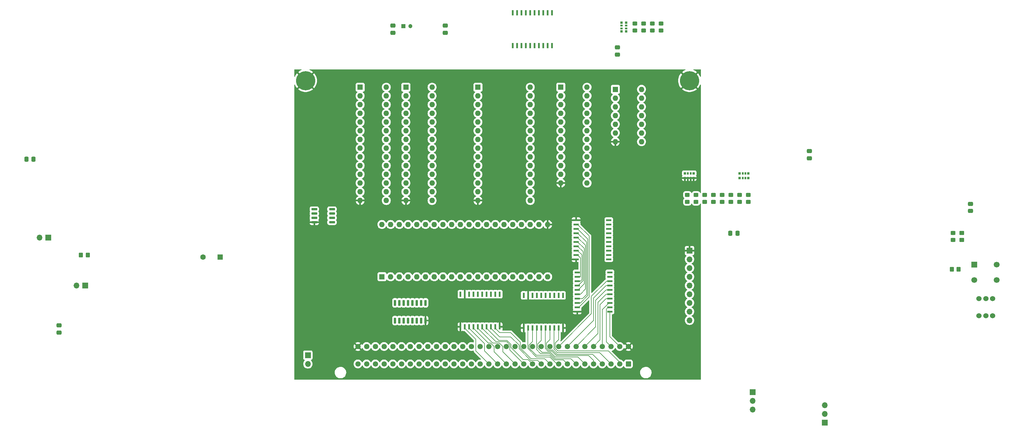
<source format=gbr>
%TF.GenerationSoftware,KiCad,Pcbnew,7.0.11+dfsg-1build4*%
%TF.CreationDate,2025-05-04T19:09:05+02:00*%
%TF.ProjectId,cpu_board_03,6370755f-626f-4617-9264-5f30332e6b69,rev?*%
%TF.SameCoordinates,Original*%
%TF.FileFunction,Copper,L1,Top*%
%TF.FilePolarity,Positive*%
%FSLAX46Y46*%
G04 Gerber Fmt 4.6, Leading zero omitted, Abs format (unit mm)*
G04 Created by KiCad (PCBNEW 7.0.11+dfsg-1build4) date 2025-05-04 19:09:05*
%MOMM*%
%LPD*%
G01*
G04 APERTURE LIST*
G04 Aperture macros list*
%AMRoundRect*
0 Rectangle with rounded corners*
0 $1 Rounding radius*
0 $2 $3 $4 $5 $6 $7 $8 $9 X,Y pos of 4 corners*
0 Add a 4 corners polygon primitive as box body*
4,1,4,$2,$3,$4,$5,$6,$7,$8,$9,$2,$3,0*
0 Add four circle primitives for the rounded corners*
1,1,$1+$1,$2,$3*
1,1,$1+$1,$4,$5*
1,1,$1+$1,$6,$7*
1,1,$1+$1,$8,$9*
0 Add four rect primitives between the rounded corners*
20,1,$1+$1,$2,$3,$4,$5,0*
20,1,$1+$1,$4,$5,$6,$7,0*
20,1,$1+$1,$6,$7,$8,$9,0*
20,1,$1+$1,$8,$9,$2,$3,0*%
G04 Aperture macros list end*
%TA.AperFunction,SMDPad,CuDef*%
%ADD10R,0.600000X1.500000*%
%TD*%
%TA.AperFunction,SMDPad,CuDef*%
%ADD11R,1.500000X0.600000*%
%TD*%
%TA.AperFunction,SMDPad,CuDef*%
%ADD12RoundRect,0.150000X0.150000X-0.725000X0.150000X0.725000X-0.150000X0.725000X-0.150000X-0.725000X0*%
%TD*%
%TA.AperFunction,SMDPad,CuDef*%
%ADD13RoundRect,0.250000X0.450000X-0.325000X0.450000X0.325000X-0.450000X0.325000X-0.450000X-0.325000X0*%
%TD*%
%TA.AperFunction,SMDPad,CuDef*%
%ADD14RoundRect,0.150000X-0.725000X-0.150000X0.725000X-0.150000X0.725000X0.150000X-0.725000X0.150000X0*%
%TD*%
%TA.AperFunction,ComponentPad*%
%ADD15O,1.600000X1.600000*%
%TD*%
%TA.AperFunction,ComponentPad*%
%ADD16R,1.600000X1.600000*%
%TD*%
%TA.AperFunction,ComponentPad*%
%ADD17C,1.524000*%
%TD*%
%TA.AperFunction,ComponentPad*%
%ADD18C,1.600000*%
%TD*%
%TA.AperFunction,ComponentPad*%
%ADD19O,1.700000X1.700000*%
%TD*%
%TA.AperFunction,ComponentPad*%
%ADD20R,1.700000X1.700000*%
%TD*%
%TA.AperFunction,ComponentPad*%
%ADD21C,1.700000*%
%TD*%
%TA.AperFunction,SMDPad,CuDef*%
%ADD22RoundRect,0.250000X0.475000X-0.337500X0.475000X0.337500X-0.475000X0.337500X-0.475000X-0.337500X0*%
%TD*%
%TA.AperFunction,SMDPad,CuDef*%
%ADD23R,0.640000X0.700000*%
%TD*%
%TA.AperFunction,SMDPad,CuDef*%
%ADD24R,0.500000X0.700000*%
%TD*%
%TA.AperFunction,SMDPad,CuDef*%
%ADD25R,0.700000X0.640000*%
%TD*%
%TA.AperFunction,SMDPad,CuDef*%
%ADD26R,0.700000X0.500000*%
%TD*%
%TA.AperFunction,SMDPad,CuDef*%
%ADD27RoundRect,0.250000X0.337500X0.475000X-0.337500X0.475000X-0.337500X-0.475000X0.337500X-0.475000X0*%
%TD*%
%TA.AperFunction,ComponentPad*%
%ADD28C,1.200000*%
%TD*%
%TA.AperFunction,ComponentPad*%
%ADD29R,1.200000X1.200000*%
%TD*%
%TA.AperFunction,SMDPad,CuDef*%
%ADD30RoundRect,0.250000X-0.350000X-0.450000X0.350000X-0.450000X0.350000X0.450000X-0.350000X0.450000X0*%
%TD*%
%TA.AperFunction,SMDPad,CuDef*%
%ADD31RoundRect,0.250000X0.350000X0.450000X-0.350000X0.450000X-0.350000X-0.450000X0.350000X-0.450000X0*%
%TD*%
%TA.AperFunction,SMDPad,CuDef*%
%ADD32RoundRect,0.250000X-0.337500X-0.475000X0.337500X-0.475000X0.337500X0.475000X-0.337500X0.475000X0*%
%TD*%
%TA.AperFunction,SMDPad,CuDef*%
%ADD33RoundRect,0.250000X-0.475000X0.337500X-0.475000X-0.337500X0.475000X-0.337500X0.475000X0.337500X0*%
%TD*%
%TA.AperFunction,ComponentPad*%
%ADD34C,5.600000*%
%TD*%
%TA.AperFunction,SMDPad,CuDef*%
%ADD35RoundRect,0.250000X-0.450000X0.350000X-0.450000X-0.350000X0.450000X-0.350000X0.450000X0.350000X0*%
%TD*%
%TA.AperFunction,ComponentPad*%
%ADD36C,1.550000*%
%TD*%
%TA.AperFunction,ComponentPad*%
%ADD37RoundRect,0.249999X0.525001X0.525001X-0.525001X0.525001X-0.525001X-0.525001X0.525001X-0.525001X0*%
%TD*%
%TA.AperFunction,Conductor*%
%ADD38C,0.200000*%
%TD*%
G04 APERTURE END LIST*
D10*
%TO.P,U11,20,VCC*%
%TO.N,VCC*%
X90170000Y-81610000D03*
%TO.P,U11,19,CE*%
%TO.N,GND*%
X91440000Y-81610000D03*
%TO.P,U11,18,B0*%
%TO.N,/A8*%
X92710000Y-81610000D03*
%TO.P,U11,17,B1*%
%TO.N,/A9*%
X93980000Y-81610000D03*
%TO.P,U11,16,B2*%
%TO.N,/A10*%
X95250000Y-81610000D03*
%TO.P,U11,15,B3*%
%TO.N,/A11*%
X96520000Y-81610000D03*
%TO.P,U11,14,B4*%
%TO.N,/A12*%
X97790000Y-81610000D03*
%TO.P,U11,13,B5*%
%TO.N,/A13*%
X99060000Y-81610000D03*
%TO.P,U11,12,B6*%
%TO.N,/A14*%
X100330000Y-81610000D03*
%TO.P,U11,11,B7*%
%TO.N,/A15*%
X101600000Y-81610000D03*
%TO.P,U11,10,GND*%
%TO.N,GND*%
X101600000Y-91110000D03*
%TO.P,U11,9,A7*%
%TO.N,/AB15*%
X100330000Y-91110000D03*
%TO.P,U11,8,A6*%
%TO.N,/AB14*%
X99060000Y-91110000D03*
%TO.P,U11,7,A5*%
%TO.N,/AB13*%
X97790000Y-91110000D03*
%TO.P,U11,6,A4*%
%TO.N,/AB12*%
X96520000Y-91110000D03*
%TO.P,U11,5,A3*%
%TO.N,/AB11*%
X95250000Y-91110000D03*
%TO.P,U11,4,A2*%
%TO.N,/AB10*%
X93980000Y-91110000D03*
%TO.P,U11,3,A1*%
%TO.N,/AB9*%
X92710000Y-91110000D03*
%TO.P,U11,2,A0*%
%TO.N,/AB8*%
X91440000Y-91110000D03*
%TO.P,U11,1,A->B*%
%TO.N,GND*%
X90170000Y-91110000D03*
%TD*%
%TO.P,U10,20,VCC*%
%TO.N,VCC*%
X71755000Y-81280000D03*
%TO.P,U10,19,CE*%
%TO.N,GND*%
X73025000Y-81280000D03*
%TO.P,U10,18,B0*%
%TO.N,/A0*%
X74295000Y-81280000D03*
%TO.P,U10,17,B1*%
%TO.N,/A1*%
X75565000Y-81280000D03*
%TO.P,U10,16,B2*%
%TO.N,/A2*%
X76835000Y-81280000D03*
%TO.P,U10,15,B3*%
%TO.N,/A3*%
X78105000Y-81280000D03*
%TO.P,U10,14,B4*%
%TO.N,/A4*%
X79375000Y-81280000D03*
%TO.P,U10,13,B5*%
%TO.N,/A5*%
X80645000Y-81280000D03*
%TO.P,U10,12,B6*%
%TO.N,/A6*%
X81915000Y-81280000D03*
%TO.P,U10,11,B7*%
%TO.N,/A7*%
X83185000Y-81280000D03*
%TO.P,U10,10,GND*%
%TO.N,GND*%
X83185000Y-90780000D03*
%TO.P,U10,9,A7*%
%TO.N,/AB7*%
X81915000Y-90780000D03*
%TO.P,U10,8,A6*%
%TO.N,/AB6*%
X80645000Y-90780000D03*
%TO.P,U10,7,A5*%
%TO.N,/AB5*%
X79375000Y-90780000D03*
%TO.P,U10,6,A4*%
%TO.N,/AB4*%
X78105000Y-90780000D03*
%TO.P,U10,5,A3*%
%TO.N,/AB3*%
X76835000Y-90780000D03*
%TO.P,U10,4,A2*%
%TO.N,/AB2*%
X75565000Y-90780000D03*
%TO.P,U10,3,A1*%
%TO.N,/AB1*%
X74295000Y-90780000D03*
%TO.P,U10,2,A0*%
%TO.N,/AB0*%
X73025000Y-90780000D03*
%TO.P,U10,1,A->B*%
%TO.N,GND*%
X71755000Y-90780000D03*
%TD*%
D11*
%TO.P,U8,20,VCC*%
%TO.N,VCC*%
X115240000Y-74930000D03*
%TO.P,U8,19,CE*%
%TO.N,unconnected-(U8-CE-Pad19)*%
X115240000Y-76200000D03*
%TO.P,U8,18,B0*%
%TO.N,/DB0*%
X115240000Y-77470000D03*
%TO.P,U8,17,B1*%
%TO.N,/DB1*%
X115240000Y-78740000D03*
%TO.P,U8,16,B2*%
%TO.N,/DB2*%
X115240000Y-80010000D03*
%TO.P,U8,15,B3*%
%TO.N,/DB3*%
X115240000Y-81280000D03*
%TO.P,U8,14,B4*%
%TO.N,/DB4*%
X115240000Y-82550000D03*
%TO.P,U8,13,B5*%
%TO.N,/DB5*%
X115240000Y-83820000D03*
%TO.P,U8,12,B6*%
%TO.N,/DB6*%
X115240000Y-85090000D03*
%TO.P,U8,11,B7*%
%TO.N,/DB7*%
X115240000Y-86360000D03*
%TO.P,U8,10,GND*%
%TO.N,GND*%
X105740000Y-86360000D03*
%TO.P,U8,9,A7*%
%TO.N,/D7*%
X105740000Y-85090000D03*
%TO.P,U8,8,A6*%
%TO.N,/D6*%
X105740000Y-83820000D03*
%TO.P,U8,7,A5*%
%TO.N,/D5*%
X105740000Y-82550000D03*
%TO.P,U8,6,A4*%
%TO.N,/D4*%
X105740000Y-81280000D03*
%TO.P,U8,5,A3*%
%TO.N,/D3*%
X105740000Y-80010000D03*
%TO.P,U8,4,A2*%
%TO.N,/D2*%
X105740000Y-78740000D03*
%TO.P,U8,3,A1*%
%TO.N,/D1*%
X105740000Y-77470000D03*
%TO.P,U8,2,A0*%
%TO.N,/D0*%
X105740000Y-76200000D03*
%TO.P,U8,1,A->B*%
%TO.N,unconnected-(U8-A->B-Pad1)*%
X105740000Y-74930000D03*
%TD*%
%TO.P,U6,20,VCC*%
%TO.N,VCC*%
X114935000Y-59690000D03*
%TO.P,U6,19,Q0*%
%TO.N,/GPIO00_O7*%
X114935000Y-60960000D03*
%TO.P,U6,18,Q1*%
%TO.N,/GPIO00_O6*%
X114935000Y-62230000D03*
%TO.P,U6,17,Q2*%
%TO.N,/GPIO00_O5*%
X114935000Y-63500000D03*
%TO.P,U6,16,Q3*%
%TO.N,/GPIO00_O4*%
X114935000Y-64770000D03*
%TO.P,U6,15,Q4*%
%TO.N,/GPIO00_O3*%
X114935000Y-66040000D03*
%TO.P,U6,14,Q5*%
%TO.N,/GPIO00_O2*%
X114935000Y-67310000D03*
%TO.P,U6,13,Q6*%
%TO.N,/GPIO00_O1*%
X114935000Y-68580000D03*
%TO.P,U6,12,Q7*%
%TO.N,/GPIO00_O0*%
X114935000Y-69850000D03*
%TO.P,U6,11,Cp*%
%TO.N,/~{IOEN_00_GPIO0}*%
X114935000Y-71120000D03*
%TO.P,U6,10,GND*%
%TO.N,GND*%
X105435000Y-71120000D03*
%TO.P,U6,9,D7*%
%TO.N,/D0*%
X105435000Y-69850000D03*
%TO.P,U6,8,D6*%
%TO.N,/D1*%
X105435000Y-68580000D03*
%TO.P,U6,7,D5*%
%TO.N,/D2*%
X105435000Y-67310000D03*
%TO.P,U6,6,D4*%
%TO.N,/D3*%
X105435000Y-66040000D03*
%TO.P,U6,5,D3*%
%TO.N,/D4*%
X105435000Y-64770000D03*
%TO.P,U6,4,D2*%
%TO.N,/D5*%
X105435000Y-63500000D03*
%TO.P,U6,3,D1*%
%TO.N,/D6*%
X105435000Y-62230000D03*
%TO.P,U6,2,D0*%
%TO.N,/D7*%
X105435000Y-60960000D03*
%TO.P,U6,1,OE*%
%TO.N,GND*%
X105435000Y-59690000D03*
%TD*%
D12*
%TO.P,U5,1,A0*%
%TO.N,/A4*%
X52705000Y-88970000D03*
%TO.P,U5,2,A1*%
%TO.N,/A5*%
X53975000Y-88970000D03*
%TO.P,U5,3,A2*%
%TO.N,/A6*%
X55245000Y-88970000D03*
%TO.P,U5,4,E1*%
%TO.N,/~{IO_SEL}*%
X56515000Y-88970000D03*
%TO.P,U5,5,E2*%
%TO.N,/A7*%
X57785000Y-88970000D03*
%TO.P,U5,6,E3*%
%TO.N,VCC*%
X59055000Y-88970000D03*
%TO.P,U5,7,O7*%
%TO.N,/~{IOEN_07}*%
X60325000Y-88970000D03*
%TO.P,U5,8,GND*%
%TO.N,GND*%
X61595000Y-88970000D03*
%TO.P,U5,9,O6*%
%TO.N,/~{IOEN_06}*%
X61595000Y-83820000D03*
%TO.P,U5,10,O5*%
%TO.N,/~{IOEN_05}*%
X60325000Y-83820000D03*
%TO.P,U5,11,O4*%
%TO.N,/~{IOEN_04}*%
X59055000Y-83820000D03*
%TO.P,U5,12,O3*%
%TO.N,/~{IOEN_03}*%
X57785000Y-83820000D03*
%TO.P,U5,13,O2*%
%TO.N,/~{IOEN_02_UART}*%
X56515000Y-83820000D03*
%TO.P,U5,14,O1*%
%TO.N,/~{IOEN_01}*%
X55245000Y-83820000D03*
%TO.P,U5,15,O0*%
%TO.N,/~{IOEN_00_GPIO0}*%
X53975000Y-83820000D03*
%TO.P,U5,16,VCC*%
%TO.N,VCC*%
X52705000Y-83820000D03*
%TD*%
D10*
%TO.P,C3,1*%
%TO.N,VCC*%
X86995000Y-8792500D03*
%TO.P,C3,2*%
%TO.N,GND*%
X88265000Y-8792500D03*
%TO.P,C3,3*%
%TO.N,N/C*%
X89535000Y-8792500D03*
%TO.P,C3,4*%
X90805000Y-8792500D03*
%TO.P,C3,5*%
X92075000Y-8792500D03*
%TO.P,C3,6*%
X93345000Y-8792500D03*
%TO.P,C3,7*%
X94615000Y-8792500D03*
%TO.P,C3,8*%
X95885000Y-8792500D03*
%TO.P,C3,9*%
X97155000Y-8792500D03*
%TO.P,C3,10*%
X98425000Y-8792500D03*
%TO.P,C3,11*%
X98425000Y707500D03*
%TO.P,C3,12*%
X97155000Y707500D03*
%TO.P,C3,13*%
X95885000Y707500D03*
%TO.P,C3,14*%
X94615000Y707500D03*
%TO.P,C3,15*%
X93345000Y707500D03*
%TO.P,C3,16*%
X92075000Y707500D03*
%TO.P,C3,17*%
X90805000Y707500D03*
%TO.P,C3,18*%
X89535000Y707500D03*
%TO.P,C3,19*%
X88265000Y707500D03*
%TO.P,C3,20*%
X86995000Y707500D03*
%TD*%
D13*
%TO.P,D9,2,A*%
%TO.N,Net-(D9-A)*%
X122555000Y-2395000D03*
%TO.P,D9,1,K*%
%TO.N,/~{CS_ROM}*%
X122555000Y-4445000D03*
%TD*%
D14*
%TO.P,U9,8,VCC*%
%TO.N,VCC*%
X34360000Y-56515000D03*
%TO.P,U9,7,~{ST}*%
%TO.N,/CLOCK*%
X34360000Y-57785000D03*
%TO.P,U9,6,~{RST}*%
%TO.N,/~{RES}*%
X34360000Y-59055000D03*
%TO.P,U9,5,RST*%
%TO.N,/RES*%
X34360000Y-60325000D03*
%TO.P,U9,4,GND*%
%TO.N,GND*%
X29210000Y-60325000D03*
%TO.P,U9,3,TOL*%
%TO.N,VCC*%
X29210000Y-59055000D03*
%TO.P,U9,2,TD*%
%TO.N,unconnected-(U9-TD-Pad2)*%
X29210000Y-57785000D03*
%TO.P,U9,1,~{PB_RST}*%
%TO.N,Net-(U9-~{PB_RST})*%
X29210000Y-56515000D03*
%TD*%
D15*
%TO.P,U7,28,VCC*%
%TO.N,VCC*%
X63500000Y-20955000D03*
%TO.P,U7,27,~{WE}*%
%TO.N,/~{QWE_RAM}*%
X63500000Y-23495000D03*
%TO.P,U7,26,A13*%
%TO.N,/A13*%
X63500000Y-26035000D03*
%TO.P,U7,25,A8*%
%TO.N,/A8*%
X63500000Y-28575000D03*
%TO.P,U7,24,A9*%
%TO.N,/A9*%
X63500000Y-31115000D03*
%TO.P,U7,23,A11*%
%TO.N,/A11*%
X63500000Y-33655000D03*
%TO.P,U7,22,~{OE}*%
%TO.N,/~{QOE}*%
X63500000Y-36195000D03*
%TO.P,U7,21,A10*%
%TO.N,/A10*%
X63500000Y-38735000D03*
%TO.P,U7,20,~{CS}*%
%TO.N,/~{CS_RAM1}*%
X63500000Y-41275000D03*
%TO.P,U7,19,Q7*%
%TO.N,/D7*%
X63500000Y-43815000D03*
%TO.P,U7,18,Q6*%
%TO.N,/D6*%
X63500000Y-46355000D03*
%TO.P,U7,17,Q5*%
%TO.N,/D5*%
X63500000Y-48895000D03*
%TO.P,U7,16,Q4*%
%TO.N,/D4*%
X63500000Y-51435000D03*
%TO.P,U7,15,Q3*%
%TO.N,/D3*%
X63500000Y-53975000D03*
%TO.P,U7,14,GND*%
%TO.N,GND*%
X55880000Y-53975000D03*
%TO.P,U7,13,Q2*%
%TO.N,/D2*%
X55880000Y-51435000D03*
%TO.P,U7,12,Q1*%
%TO.N,/D1*%
X55880000Y-48895000D03*
%TO.P,U7,11,Q0*%
%TO.N,/D0*%
X55880000Y-46355000D03*
%TO.P,U7,10,A0*%
%TO.N,/A0*%
X55880000Y-43815000D03*
%TO.P,U7,9,A1*%
%TO.N,/A1*%
X55880000Y-41275000D03*
%TO.P,U7,8,A2*%
%TO.N,/A2*%
X55880000Y-38735000D03*
%TO.P,U7,7,A3*%
%TO.N,/A3*%
X55880000Y-36195000D03*
%TO.P,U7,6,A4*%
%TO.N,/A4*%
X55880000Y-33655000D03*
%TO.P,U7,5,A5*%
%TO.N,/A5*%
X55880000Y-31115000D03*
%TO.P,U7,4,A6*%
%TO.N,/A6*%
X55880000Y-28575000D03*
%TO.P,U7,3,A7*%
%TO.N,/A7*%
X55880000Y-26035000D03*
%TO.P,U7,2,A12*%
%TO.N,/A12*%
X55880000Y-23495000D03*
D16*
%TO.P,U7,1,A14*%
%TO.N,/A14*%
X55880000Y-20955000D03*
%TD*%
D17*
%TO.P,SW2,6,C*%
%TO.N,unconnected-(SW2B-C-Pad6)*%
X226695000Y-87550000D03*
%TO.P,SW2,5,B*%
%TO.N,Net-(J6-Pin_2)*%
X224695000Y-87550000D03*
%TO.P,SW2,4,A*%
%TO.N,GND*%
X222695000Y-87550000D03*
%TO.P,SW2,3,C*%
%TO.N,unconnected-(SW2A-C-Pad3)*%
X226695000Y-82550000D03*
%TO.P,SW2,2,B*%
%TO.N,Net-(J6-Pin_1)*%
X224695000Y-82550000D03*
%TO.P,SW2,1,A*%
%TO.N,VCC*%
X222695000Y-82550000D03*
%TD*%
D13*
%TO.P,D11,2,A*%
%TO.N,Net-(D11-A)*%
X127635000Y-2395000D03*
%TO.P,D11,1,K*%
%TO.N,/~{CS_RAM1}*%
X127635000Y-4445000D03*
%TD*%
%TO.P,D6,2,A*%
%TO.N,/GPIO00_O5*%
X142875000Y-52315000D03*
%TO.P,D6,1,K*%
%TO.N,Net-(D6-K)*%
X142875000Y-54365000D03*
%TD*%
D15*
%TO.P,U2,28,VCC*%
%TO.N,VCC*%
X50165000Y-20955000D03*
%TO.P,U2,27,~{WE}*%
%TO.N,/~{QWE_RAM}*%
X50165000Y-23495000D03*
%TO.P,U2,26,A13*%
%TO.N,/A13*%
X50165000Y-26035000D03*
%TO.P,U2,25,A8*%
%TO.N,/A8*%
X50165000Y-28575000D03*
%TO.P,U2,24,A9*%
%TO.N,/A9*%
X50165000Y-31115000D03*
%TO.P,U2,23,A11*%
%TO.N,/A11*%
X50165000Y-33655000D03*
%TO.P,U2,22,~{OE}*%
%TO.N,/~{QOE}*%
X50165000Y-36195000D03*
%TO.P,U2,21,A10*%
%TO.N,/A10*%
X50165000Y-38735000D03*
%TO.P,U2,20,~{CS}*%
%TO.N,/~{CS_RAM0}*%
X50165000Y-41275000D03*
%TO.P,U2,19,Q7*%
%TO.N,/D7*%
X50165000Y-43815000D03*
%TO.P,U2,18,Q6*%
%TO.N,/D6*%
X50165000Y-46355000D03*
%TO.P,U2,17,Q5*%
%TO.N,/D5*%
X50165000Y-48895000D03*
%TO.P,U2,16,Q4*%
%TO.N,/D4*%
X50165000Y-51435000D03*
%TO.P,U2,15,Q3*%
%TO.N,/D3*%
X50165000Y-53975000D03*
%TO.P,U2,14,GND*%
%TO.N,GND*%
X42545000Y-53975000D03*
%TO.P,U2,13,Q2*%
%TO.N,/D2*%
X42545000Y-51435000D03*
%TO.P,U2,12,Q1*%
%TO.N,/D1*%
X42545000Y-48895000D03*
%TO.P,U2,11,Q0*%
%TO.N,/D0*%
X42545000Y-46355000D03*
%TO.P,U2,10,A0*%
%TO.N,/A0*%
X42545000Y-43815000D03*
%TO.P,U2,9,A1*%
%TO.N,/A1*%
X42545000Y-41275000D03*
%TO.P,U2,8,A2*%
%TO.N,/A2*%
X42545000Y-38735000D03*
%TO.P,U2,7,A3*%
%TO.N,/A3*%
X42545000Y-36195000D03*
%TO.P,U2,6,A4*%
%TO.N,/A4*%
X42545000Y-33655000D03*
%TO.P,U2,5,A5*%
%TO.N,/A5*%
X42545000Y-31115000D03*
%TO.P,U2,4,A6*%
%TO.N,/A6*%
X42545000Y-28575000D03*
%TO.P,U2,3,A7*%
%TO.N,/A7*%
X42545000Y-26035000D03*
%TO.P,U2,2,A12*%
%TO.N,/A12*%
X42545000Y-23495000D03*
D16*
%TO.P,U2,1,A14*%
%TO.N,/A14*%
X42545000Y-20955000D03*
%TD*%
D18*
%TO.P,C11,2*%
%TO.N,GND*%
X-3232349Y-70485000D03*
D16*
%TO.P,C11,1*%
%TO.N,VCC*%
X1767651Y-70485000D03*
%TD*%
D19*
%TO.P,J11,9,Pin_9*%
%TO.N,/GPIO00_O0*%
X138430000Y-88900000D03*
%TO.P,J11,8,Pin_8*%
%TO.N,/GPIO00_O1*%
X138430000Y-86360000D03*
%TO.P,J11,7,Pin_7*%
%TO.N,/GPIO00_O2*%
X138430000Y-83820000D03*
%TO.P,J11,6,Pin_6*%
%TO.N,/GPIO00_O3*%
X138430000Y-81280000D03*
%TO.P,J11,5,Pin_5*%
%TO.N,/GPIO00_O4*%
X138430000Y-78740000D03*
%TO.P,J11,4,Pin_4*%
%TO.N,/GPIO00_O5*%
X138430000Y-76200000D03*
%TO.P,J11,3,Pin_3*%
%TO.N,/GPIO00_O6*%
X138430000Y-73660000D03*
%TO.P,J11,2,Pin_2*%
%TO.N,/GPIO00_O7*%
X138430000Y-71120000D03*
D20*
%TO.P,J11,1,Pin_1*%
%TO.N,GND*%
X138430000Y-68580000D03*
%TD*%
D21*
%TO.P,SW1,2,2*%
%TO.N,GND*%
X227850000Y-77180000D03*
X221350000Y-77180000D03*
%TO.P,SW1,1,1*%
%TO.N,Net-(U9-~{PB_RST})*%
X227850000Y-72680000D03*
D20*
X221350000Y-72680000D03*
%TD*%
D19*
%TO.P,J7,2,Pin_2*%
%TO.N,VCC*%
X-50800000Y-64770000D03*
D20*
%TO.P,J7,1,Pin_1*%
%TO.N,/~{IRQ}*%
X-48260000Y-64770000D03*
%TD*%
D22*
%TO.P,C14,2*%
%TO.N,GND*%
X173355000Y-39602500D03*
%TO.P,C14,1*%
%TO.N,VCC*%
X173355000Y-41677500D03*
%TD*%
D15*
%TO.P,U3,28,VCC*%
%TO.N,VCC*%
X92075000Y-20955000D03*
%TO.P,U3,27,A14*%
%TO.N,/A14*%
X92075000Y-23495000D03*
%TO.P,U3,26,A13*%
%TO.N,/A13*%
X92075000Y-26035000D03*
%TO.P,U3,25,A8*%
%TO.N,/A8*%
X92075000Y-28575000D03*
%TO.P,U3,24,A9*%
%TO.N,/A9*%
X92075000Y-31115000D03*
%TO.P,U3,23,A11*%
%TO.N,/A11*%
X92075000Y-33655000D03*
%TO.P,U3,22,~{OE}*%
%TO.N,/~{QOE}*%
X92075000Y-36195000D03*
%TO.P,U3,21,A10*%
%TO.N,/A10*%
X92075000Y-38735000D03*
%TO.P,U3,20,~{CE}*%
%TO.N,/~{CS_ROM}*%
X92075000Y-41275000D03*
%TO.P,U3,19,D7*%
%TO.N,/D7*%
X92075000Y-43815000D03*
%TO.P,U3,18,D6*%
%TO.N,/D6*%
X92075000Y-46355000D03*
%TO.P,U3,17,D5*%
%TO.N,/D5*%
X92075000Y-48895000D03*
%TO.P,U3,16,D4*%
%TO.N,/D4*%
X92075000Y-51435000D03*
%TO.P,U3,15,D3*%
%TO.N,/D3*%
X92075000Y-53975000D03*
%TO.P,U3,14,GND*%
%TO.N,GND*%
X76835000Y-53975000D03*
%TO.P,U3,13,D2*%
%TO.N,/D2*%
X76835000Y-51435000D03*
%TO.P,U3,12,D1*%
%TO.N,/D1*%
X76835000Y-48895000D03*
%TO.P,U3,11,D0*%
%TO.N,/D0*%
X76835000Y-46355000D03*
%TO.P,U3,10,A0*%
%TO.N,/A0*%
X76835000Y-43815000D03*
%TO.P,U3,9,A1*%
%TO.N,/A1*%
X76835000Y-41275000D03*
%TO.P,U3,8,A2*%
%TO.N,/A2*%
X76835000Y-38735000D03*
%TO.P,U3,7,A3*%
%TO.N,/A3*%
X76835000Y-36195000D03*
%TO.P,U3,6,A4*%
%TO.N,/A4*%
X76835000Y-33655000D03*
%TO.P,U3,5,A5*%
%TO.N,/A5*%
X76835000Y-31115000D03*
%TO.P,U3,4,A6*%
%TO.N,/A6*%
X76835000Y-28575000D03*
%TO.P,U3,3,A7*%
%TO.N,/A7*%
X76835000Y-26035000D03*
%TO.P,U3,2,A12*%
%TO.N,/A12*%
X76835000Y-23495000D03*
D16*
%TO.P,U3,1,A15*%
%TO.N,/A15*%
X76835000Y-20955000D03*
%TD*%
D23*
%TO.P,RN2,8,R1.2*%
%TO.N,GND*%
X139635000Y-47445000D03*
D24*
%TO.P,RN2,7,R2.2*%
X138765000Y-47445000D03*
%TO.P,RN2,6,R3.2*%
X137965000Y-47445000D03*
D23*
%TO.P,RN2,5,R4.2*%
X137095000Y-47445000D03*
%TO.P,RN2,4,R4.1*%
%TO.N,Net-(D8-K)*%
X137095000Y-46045000D03*
D24*
%TO.P,RN2,3,R3.1*%
%TO.N,Net-(D7-K)*%
X137965000Y-46045000D03*
%TO.P,RN2,2,R2.1*%
%TO.N,Net-(D6-K)*%
X138765000Y-46045000D03*
D23*
%TO.P,RN2,1,R1.1*%
%TO.N,Net-(D5-K)*%
X139635000Y-46045000D03*
%TD*%
D13*
%TO.P,D10,2,A*%
%TO.N,Net-(D10-A)*%
X125095000Y-2395000D03*
%TO.P,D10,1,K*%
%TO.N,/~{CS_RAM0}*%
X125095000Y-4445000D03*
%TD*%
D19*
%TO.P,J10,3,Pin_3*%
%TO.N,/PLD_O7*%
X156845000Y-114935000D03*
%TO.P,J10,2,Pin_2*%
%TO.N,/PLD_O0*%
X156845000Y-112395000D03*
D20*
%TO.P,J10,1,Pin_1*%
%TO.N,/PLD_I1*%
X156845000Y-109855000D03*
%TD*%
D25*
%TO.P,RN3,8,R1.2*%
%TO.N,VCC*%
X118615000Y-4700000D03*
D26*
%TO.P,RN3,7,R2.2*%
X118615000Y-3830000D03*
%TO.P,RN3,6,R3.2*%
X118615000Y-3030000D03*
D25*
%TO.P,RN3,5,R4.2*%
X118615000Y-2160000D03*
%TO.P,RN3,4,R4.1*%
%TO.N,Net-(D9-A)*%
X120015000Y-2160000D03*
D26*
%TO.P,RN3,3,R3.1*%
%TO.N,Net-(D10-A)*%
X120015000Y-3030000D03*
%TO.P,RN3,2,R2.1*%
%TO.N,Net-(D11-A)*%
X120015000Y-3830000D03*
D25*
%TO.P,RN3,1,R1.1*%
%TO.N,Net-(D12-A)*%
X120015000Y-4700000D03*
%TD*%
D13*
%TO.P,D12,2,A*%
%TO.N,Net-(D12-A)*%
X130175000Y-2395000D03*
%TO.P,D12,1,K*%
%TO.N,/~{QWE_RAM}*%
X130175000Y-4445000D03*
%TD*%
%TO.P,D7,2,A*%
%TO.N,/GPIO00_O6*%
X140335000Y-52315000D03*
%TO.P,D7,1,K*%
%TO.N,Net-(D7-K)*%
X140335000Y-54365000D03*
%TD*%
D22*
%TO.P,C5,2*%
%TO.N,GND*%
X52070000Y-3005000D03*
%TO.P,C5,1*%
%TO.N,VCC*%
X52070000Y-5080000D03*
%TD*%
D27*
%TO.P,C10,2*%
%TO.N,GND*%
X-54610000Y-41910000D03*
%TO.P,C10,1*%
%TO.N,VCC*%
X-52535000Y-41910000D03*
%TD*%
D28*
%TO.P,C12,2*%
%TO.N,GND*%
X57150000Y-3175000D03*
D29*
%TO.P,C12,1*%
%TO.N,VCC*%
X55150000Y-3175000D03*
%TD*%
D15*
%TO.P,U4,24,VCC*%
%TO.N,VCC*%
X108595000Y-20950000D03*
%TO.P,U4,23,O0*%
%TO.N,/PLD_O0*%
X108595000Y-23490000D03*
%TO.P,U4,22,O1*%
%TO.N,/~{QWE_RAM}*%
X108595000Y-26030000D03*
%TO.P,U4,21,O2*%
%TO.N,/~{QOE}*%
X108595000Y-28570000D03*
%TO.P,U4,20,O3*%
%TO.N,/~{CS_RAM1}*%
X108595000Y-31110000D03*
%TO.P,U4,19,O4*%
%TO.N,/~{CS_RAM0}*%
X108595000Y-33650000D03*
%TO.P,U4,18,O5*%
%TO.N,/~{CS_ROM}*%
X108595000Y-36190000D03*
%TO.P,U4,17,O6*%
%TO.N,/~{IO_SEL}*%
X108595000Y-38730000D03*
%TO.P,U4,16,O7*%
%TO.N,/PLD_O7*%
X108595000Y-41270000D03*
%TO.P,U4,15,O8*%
%TO.N,/SYS_CLK*%
X108595000Y-43810000D03*
%TO.P,U4,14,O9*%
%TO.N,/~{SYS_CLK}*%
X108595000Y-46350000D03*
%TO.P,U4,13,~{OE}*%
%TO.N,Net-(J9-Pin_2)*%
X108595000Y-48890000D03*
%TO.P,U4,12,GND*%
%TO.N,GND*%
X100975000Y-48890000D03*
%TO.P,U4,11,I9*%
%TO.N,/A15*%
X100975000Y-46350000D03*
%TO.P,U4,10,I8*%
%TO.N,/A14*%
X100975000Y-43810000D03*
%TO.P,U4,9,I7*%
%TO.N,/A13*%
X100975000Y-41270000D03*
%TO.P,U4,8,I6*%
%TO.N,/A12*%
X100975000Y-38730000D03*
%TO.P,U4,7,I5*%
%TO.N,/A11*%
X100975000Y-36190000D03*
%TO.P,U4,6,I4*%
%TO.N,/A10*%
X100975000Y-33650000D03*
%TO.P,U4,5,I3*%
%TO.N,/A9*%
X100975000Y-31110000D03*
%TO.P,U4,4,I2*%
%TO.N,/A8*%
X100975000Y-28570000D03*
%TO.P,U4,3,I1*%
%TO.N,/PLD_I1*%
X100975000Y-26030000D03*
%TO.P,U4,2,I0*%
%TO.N,/R{slash}~{W}*%
X100975000Y-23490000D03*
D16*
%TO.P,U4,1,CLK*%
%TO.N,/CLOCK*%
X100975000Y-20950000D03*
%TD*%
D23*
%TO.P,RN1,8,R1.2*%
%TO.N,GND*%
X155575000Y-47445000D03*
D24*
%TO.P,RN1,7,R2.2*%
X154705000Y-47445000D03*
%TO.P,RN1,6,R3.2*%
X153905000Y-47445000D03*
D23*
%TO.P,RN1,5,R4.2*%
X153035000Y-47445000D03*
%TO.P,RN1,4,R4.1*%
%TO.N,Net-(D4-K)*%
X153035000Y-46045000D03*
D24*
%TO.P,RN1,3,R3.1*%
%TO.N,Net-(D3-K)*%
X153905000Y-46045000D03*
%TO.P,RN1,2,R2.1*%
%TO.N,Net-(D2-K)*%
X154705000Y-46045000D03*
D23*
%TO.P,RN1,1,R1.1*%
%TO.N,Net-(D1-K)*%
X155575000Y-46045000D03*
%TD*%
D22*
%TO.P,C4,2*%
%TO.N,GND*%
X117475000Y-9355000D03*
%TO.P,C4,1*%
%TO.N,VCC*%
X117475000Y-11430000D03*
%TD*%
%TO.P,C9,2*%
%TO.N,GND*%
X220230000Y-54955000D03*
%TO.P,C9,1*%
%TO.N,VCC*%
X220230000Y-57030000D03*
%TD*%
%TO.P,C6,2*%
%TO.N,GND*%
X67310000Y-3005000D03*
%TO.P,C6,1*%
%TO.N,VCC*%
X67310000Y-5080000D03*
%TD*%
D30*
%TO.P,R4,2*%
%TO.N,/~{RES}*%
X-36735000Y-69850000D03*
%TO.P,R4,1*%
%TO.N,VCC*%
X-38735000Y-69850000D03*
%TD*%
D31*
%TO.P,R1,2*%
%TO.N,VCC*%
X214785000Y-74005000D03*
%TO.P,R1,1*%
%TO.N,Net-(U9-~{PB_RST})*%
X216785000Y-74005000D03*
%TD*%
D32*
%TO.P,C8,2*%
%TO.N,GND*%
X152400000Y-63500000D03*
%TO.P,C8,1*%
%TO.N,VCC*%
X150325000Y-63500000D03*
%TD*%
D13*
%TO.P,D2,2,A*%
%TO.N,/GPIO00_O1*%
X153035000Y-52315000D03*
%TO.P,D2,1,K*%
%TO.N,Net-(D2-K)*%
X153035000Y-54365000D03*
%TD*%
D19*
%TO.P,J8,2,Pin_2*%
%TO.N,VCC*%
X-40005000Y-78740000D03*
D20*
%TO.P,J8,1,Pin_1*%
%TO.N,/~{NMI}*%
X-37465000Y-78740000D03*
%TD*%
D33*
%TO.P,C7,2*%
%TO.N,GND*%
X-45085000Y-92477500D03*
%TO.P,C7,1*%
%TO.N,VCC*%
X-45085000Y-90402500D03*
%TD*%
D15*
%TO.P,U1,40,~{RES}*%
%TO.N,/~{RES}*%
X48895000Y-60960000D03*
%TO.P,U1,39,\u03D52*%
%TO.N,unconnected-(U1-\u03D52-Pad39)*%
X51435000Y-60960000D03*
%TO.P,U1,38,~{SO}*%
%TO.N,unconnected-(U1-~{SO}-Pad38)*%
X53975000Y-60960000D03*
%TO.P,U1,37,\u03D50*%
%TO.N,/SYS_CLK*%
X56515000Y-60960000D03*
%TO.P,U1,36,BE*%
%TO.N,VCC*%
X59055000Y-60960000D03*
%TO.P,U1,35,nc*%
%TO.N,unconnected-(U1-nc-Pad35)*%
X61595000Y-60960000D03*
%TO.P,U1,34,R/~{W}*%
%TO.N,/R{slash}~{W}*%
X64135000Y-60960000D03*
%TO.P,U1,33,D0*%
%TO.N,/D0*%
X66675000Y-60960000D03*
%TO.P,U1,32,D1*%
%TO.N,/D1*%
X69215000Y-60960000D03*
%TO.P,U1,31,D2*%
%TO.N,/D2*%
X71755000Y-60960000D03*
%TO.P,U1,30,D3*%
%TO.N,/D3*%
X74295000Y-60960000D03*
%TO.P,U1,29,D4*%
%TO.N,/D4*%
X76835000Y-60960000D03*
%TO.P,U1,28,D5*%
%TO.N,/D5*%
X79375000Y-60960000D03*
%TO.P,U1,27,D6*%
%TO.N,/D6*%
X81915000Y-60960000D03*
%TO.P,U1,26,D7*%
%TO.N,/D7*%
X84455000Y-60960000D03*
%TO.P,U1,25,A15*%
%TO.N,/A15*%
X86995000Y-60960000D03*
%TO.P,U1,24,A14*%
%TO.N,/A14*%
X89535000Y-60960000D03*
%TO.P,U1,23,A13*%
%TO.N,/A13*%
X92075000Y-60960000D03*
%TO.P,U1,22,A12*%
%TO.N,/A12*%
X94615000Y-60960000D03*
%TO.P,U1,21,VSS*%
%TO.N,GND*%
X97155000Y-60960000D03*
%TO.P,U1,20,A11*%
%TO.N,/A11*%
X97155000Y-76200000D03*
%TO.P,U1,19,A10*%
%TO.N,/A10*%
X94615000Y-76200000D03*
%TO.P,U1,18,A9*%
%TO.N,/A9*%
X92075000Y-76200000D03*
%TO.P,U1,17,A8*%
%TO.N,/A8*%
X89535000Y-76200000D03*
%TO.P,U1,16,A7*%
%TO.N,/A7*%
X86995000Y-76200000D03*
%TO.P,U1,15,A6*%
%TO.N,/A6*%
X84455000Y-76200000D03*
%TO.P,U1,14,A5*%
%TO.N,/A5*%
X81915000Y-76200000D03*
%TO.P,U1,13,A4*%
%TO.N,/A4*%
X79375000Y-76200000D03*
%TO.P,U1,12,A3*%
%TO.N,/A3*%
X76835000Y-76200000D03*
%TO.P,U1,11,A2*%
%TO.N,/A2*%
X74295000Y-76200000D03*
%TO.P,U1,10,A1*%
%TO.N,/A1*%
X71755000Y-76200000D03*
%TO.P,U1,9,A0*%
%TO.N,/A0*%
X69215000Y-76200000D03*
%TO.P,U1,8,VDD*%
%TO.N,VCC*%
X66675000Y-76200000D03*
%TO.P,U1,7,SYNC*%
%TO.N,unconnected-(U1-SYNC-Pad7)*%
X64135000Y-76200000D03*
%TO.P,U1,6,~{NMI}*%
%TO.N,/~{NMI}*%
X61595000Y-76200000D03*
%TO.P,U1,5,~{ML}*%
%TO.N,unconnected-(U1-~{ML}-Pad5)*%
X59055000Y-76200000D03*
%TO.P,U1,4,~{IRQ}*%
%TO.N,/~{IRQ}*%
X56515000Y-76200000D03*
%TO.P,U1,3,\u03D51*%
%TO.N,unconnected-(U1-\u03D51-Pad3)*%
X53975000Y-76200000D03*
%TO.P,U1,2,RDY*%
%TO.N,VCC*%
X51435000Y-76200000D03*
D16*
%TO.P,U1,1,~{VP}*%
%TO.N,unconnected-(U1-~{VP}-Pad1)*%
X48895000Y-76200000D03*
%TD*%
D19*
%TO.P,J9,3,Pin_3*%
%TO.N,GND*%
X177800000Y-113665000D03*
%TO.P,J9,2,Pin_2*%
%TO.N,Net-(J9-Pin_2)*%
X177800000Y-116205000D03*
D20*
%TO.P,J9,1,Pin_1*%
%TO.N,VCC*%
X177800000Y-118745000D03*
%TD*%
D13*
%TO.P,D3,2,A*%
%TO.N,/GPIO00_O2*%
X150495000Y-52315000D03*
%TO.P,D3,1,K*%
%TO.N,Net-(D3-K)*%
X150495000Y-54365000D03*
%TD*%
%TO.P,D8,2,A*%
%TO.N,/GPIO00_O7*%
X137795000Y-52315000D03*
%TO.P,D8,1,K*%
%TO.N,Net-(D8-K)*%
X137795000Y-54365000D03*
%TD*%
%TO.P,D1,2,A*%
%TO.N,/GPIO00_O0*%
X155575000Y-52315000D03*
%TO.P,D1,1,K*%
%TO.N,Net-(D1-K)*%
X155575000Y-54365000D03*
%TD*%
D34*
%TO.P,H1,1,1*%
%TO.N,GND*%
X26670000Y-19050000D03*
%TD*%
D35*
%TO.P,R2,2*%
%TO.N,VCC*%
X217690000Y-65480000D03*
%TO.P,R2,1*%
%TO.N,Net-(D13-A)*%
X217690000Y-63480000D03*
%TD*%
D19*
%TO.P,J6,2,Pin_2*%
%TO.N,Net-(J6-Pin_2)*%
X27330000Y-101600000D03*
D20*
%TO.P,J6,1,Pin_1*%
%TO.N,Net-(J6-Pin_1)*%
X27330000Y-99060000D03*
%TD*%
D15*
%TO.P,X1,14,Vcc*%
%TO.N,VCC*%
X124470000Y-21585000D03*
%TO.P,X1,13*%
%TO.N,N/C*%
X124470000Y-24125000D03*
%TO.P,X1,12*%
X124470000Y-26665000D03*
%TO.P,X1,11,Vcc*%
%TO.N,VCC*%
X124470000Y-29205000D03*
%TO.P,X1,10*%
%TO.N,N/C*%
X124470000Y-31745000D03*
%TO.P,X1,9*%
X124470000Y-34285000D03*
%TO.P,X1,8,OUT*%
%TO.N,/CLOCK*%
X124470000Y-36825000D03*
%TO.P,X1,7,GND*%
%TO.N,GND*%
X116850000Y-36825000D03*
%TO.P,X1,6*%
%TO.N,N/C*%
X116850000Y-34285000D03*
%TO.P,X1,5*%
X116850000Y-31745000D03*
%TO.P,X1,4*%
X116850000Y-29205000D03*
%TO.P,X1,3*%
X116850000Y-26665000D03*
%TO.P,X1,2*%
X116850000Y-24125000D03*
D16*
%TO.P,X1,1,NC*%
%TO.N,unconnected-(X1-NC-Pad1)*%
X116850000Y-21585000D03*
%TD*%
D13*
%TO.P,D13,2,A*%
%TO.N,Net-(D13-A)*%
X215150000Y-63455000D03*
%TO.P,D13,1,K*%
%TO.N,/~{RES}*%
X215150000Y-65505000D03*
%TD*%
%TO.P,D5,2,A*%
%TO.N,/GPIO00_O4*%
X145415000Y-52315000D03*
%TO.P,D5,1,K*%
%TO.N,Net-(D5-K)*%
X145415000Y-54365000D03*
%TD*%
D36*
%TO.P,J1,c32,Pin_c32*%
%TO.N,GND*%
X41910000Y-96520000D03*
%TO.P,J1,c31,Pin_c31*%
%TO.N,/~{RES}*%
X44450000Y-96520000D03*
%TO.P,J1,c30,Pin_c30*%
%TO.N,/RES*%
X46990000Y-96520000D03*
%TO.P,J1,c29,Pin_c29*%
%TO.N,unconnected-(J1-Pin_c29-Padc29)*%
X49530000Y-96520000D03*
%TO.P,J1,c28,Pin_c28*%
%TO.N,unconnected-(J1-Pin_c28-Padc28)*%
X52070000Y-96520000D03*
%TO.P,J1,c27,Pin_c27*%
%TO.N,unconnected-(J1-Pin_c27-Padc27)*%
X54610000Y-96520000D03*
%TO.P,J1,c26,Pin_c26*%
%TO.N,unconnected-(J1-Pin_c26-Padc26)*%
X57150000Y-96520000D03*
%TO.P,J1,c25,Pin_c25*%
%TO.N,unconnected-(J1-Pin_c25-Padc25)*%
X59690000Y-96520000D03*
%TO.P,J1,c24,Pin_c24*%
%TO.N,unconnected-(J1-Pin_c24-Padc24)*%
X62230000Y-96520000D03*
%TO.P,J1,c23,Pin_c23*%
%TO.N,unconnected-(J1-Pin_c23-Padc23)*%
X64770000Y-96520000D03*
%TO.P,J1,c22,Pin_c22*%
%TO.N,unconnected-(J1-Pin_c22-Padc22)*%
X67310000Y-96520000D03*
%TO.P,J1,c21,Pin_c21*%
%TO.N,unconnected-(J1-Pin_c21-Padc21)*%
X69850000Y-96520000D03*
%TO.P,J1,c20,Pin_c20*%
%TO.N,unconnected-(J1-Pin_c20-Padc20)*%
X72390000Y-96520000D03*
%TO.P,J1,c19,Pin_c19*%
%TO.N,unconnected-(J1-Pin_c19-Padc19)*%
X74930000Y-96520000D03*
%TO.P,J1,c18,Pin_c18*%
%TO.N,GND*%
X77470000Y-96520000D03*
%TO.P,J1,c17,Pin_c17*%
%TO.N,unconnected-(J1-Pin_c17-Padc17)*%
X80010000Y-96520000D03*
%TO.P,J1,c16,Pin_c16*%
%TO.N,unconnected-(J1-Pin_c16-Padc16)*%
X82550000Y-96520000D03*
%TO.P,J1,c15,Pin_c15*%
%TO.N,unconnected-(J1-Pin_c15-Padc15)*%
X85090000Y-96520000D03*
%TO.P,J1,c14,Pin_c14*%
%TO.N,unconnected-(J1-Pin_c14-Padc14)*%
X87630000Y-96520000D03*
%TO.P,J1,c13,Pin_c13*%
%TO.N,unconnected-(J1-Pin_c13-Padc13)*%
X90170000Y-96520000D03*
%TO.P,J1,c12,Pin_c12*%
%TO.N,unconnected-(J1-Pin_c12-Padc12)*%
X92710000Y-96520000D03*
%TO.P,J1,c11,Pin_c11*%
%TO.N,unconnected-(J1-Pin_c11-Padc11)*%
X95250000Y-96520000D03*
%TO.P,J1,c10,Pin_c10*%
%TO.N,unconnected-(J1-Pin_c10-Padc10)*%
X97790000Y-96520000D03*
%TO.P,J1,c9,Pin_c9*%
%TO.N,/DB0*%
X100330000Y-96520000D03*
%TO.P,J1,c8,Pin_c8*%
%TO.N,/DB1*%
X102870000Y-96520000D03*
%TO.P,J1,c7,Pin_c7*%
%TO.N,/DB2*%
X105410000Y-96520000D03*
%TO.P,J1,c6,Pin_c6*%
%TO.N,/DB3*%
X107950000Y-96520000D03*
%TO.P,J1,c5,Pin_c5*%
%TO.N,/DB4*%
X110490000Y-96520000D03*
%TO.P,J1,c4,Pin_c4*%
%TO.N,/DB5*%
X113030000Y-96520000D03*
%TO.P,J1,c3,Pin_c3*%
%TO.N,/DB6*%
X115570000Y-96520000D03*
%TO.P,J1,c2,Pin_c2*%
%TO.N,/DB7*%
X118110000Y-96520000D03*
%TO.P,J1,c1,Pin_c1*%
%TO.N,GND*%
X120650000Y-96520000D03*
%TO.P,J1,a32,Pin_a32*%
%TO.N,VCC*%
X41910000Y-101600000D03*
%TO.P,J1,a31,Pin_a31*%
%TO.N,/~{IOEN_00_GPIO0}*%
X44450000Y-101600000D03*
%TO.P,J1,a30,Pin_a30*%
%TO.N,/~{IOEN_01}*%
X46990000Y-101600000D03*
%TO.P,J1,a29,Pin_a29*%
%TO.N,/~{IOEN_02}*%
X49530000Y-101600000D03*
%TO.P,J1,a28,Pin_a28*%
%TO.N,/~{IOEN_03}*%
X52070000Y-101600000D03*
%TO.P,J1,a27,Pin_a27*%
%TO.N,/~{IOEN_04}*%
X54610000Y-101600000D03*
%TO.P,J1,a26,Pin_a26*%
%TO.N,/~{IOEN_05}*%
X57150000Y-101600000D03*
%TO.P,J1,a25,Pin_a25*%
%TO.N,/~{IOEN_06}*%
X59690000Y-101600000D03*
%TO.P,J1,a24,Pin_a24*%
%TO.N,/~{IOEN_07}*%
X62230000Y-101600000D03*
%TO.P,J1,a23,Pin_a23*%
%TO.N,/~{IO_SEL}*%
X64770000Y-101600000D03*
%TO.P,J1,a22,Pin_a22*%
%TO.N,/SYS_CLK*%
X67310000Y-101600000D03*
%TO.P,J1,a21,Pin_a21*%
%TO.N,/~{SYS_CLK}*%
X69850000Y-101600000D03*
%TO.P,J1,a20,Pin_a20*%
%TO.N,unconnected-(J1-Pin_a20-Pada20)*%
X72390000Y-101600000D03*
%TO.P,J1,a19,Pin_a19*%
%TO.N,unconnected-(J1-Pin_a19-Pada19)*%
X74930000Y-101600000D03*
%TO.P,J1,a18,Pin_a18*%
%TO.N,VCC*%
X77470000Y-101600000D03*
%TO.P,J1,a17,Pin_a17*%
%TO.N,/AB0*%
X80010000Y-101600000D03*
%TO.P,J1,a16,Pin_a16*%
%TO.N,/AB1*%
X82550000Y-101600000D03*
%TO.P,J1,a15,Pin_a15*%
%TO.N,/AB2*%
X85090000Y-101600000D03*
%TO.P,J1,a14,Pin_a14*%
%TO.N,/AB3*%
X87630000Y-101600000D03*
%TO.P,J1,a13,Pin_a13*%
%TO.N,/AB4*%
X90170000Y-101600000D03*
%TO.P,J1,a12,Pin_a12*%
%TO.N,/AB5*%
X92710000Y-101600000D03*
%TO.P,J1,a11,Pin_a11*%
%TO.N,/AB6*%
X95250000Y-101600000D03*
%TO.P,J1,a10,Pin_a10*%
%TO.N,/AB7*%
X97790000Y-101600000D03*
%TO.P,J1,a9,Pin_a9*%
%TO.N,/AB8*%
X100330000Y-101600000D03*
%TO.P,J1,a8,Pin_a8*%
%TO.N,/AB9*%
X102870000Y-101600000D03*
%TO.P,J1,a7,Pin_a7*%
%TO.N,/AB10*%
X105410000Y-101600000D03*
%TO.P,J1,a6,Pin_a6*%
%TO.N,/AB11*%
X107950000Y-101600000D03*
%TO.P,J1,a5,Pin_a5*%
%TO.N,/AB12*%
X110490000Y-101600000D03*
%TO.P,J1,a4,Pin_a4*%
%TO.N,/AB13*%
X113030000Y-101600000D03*
%TO.P,J1,a3,Pin_a3*%
%TO.N,/AB14*%
X115570000Y-101600000D03*
%TO.P,J1,a2,Pin_a2*%
%TO.N,/AB15*%
X118110000Y-101600000D03*
D37*
%TO.P,J1,a1,Pin_a1*%
%TO.N,VCC*%
X120650000Y-101600000D03*
%TD*%
D34*
%TO.P,H2,1,1*%
%TO.N,GND*%
X138430000Y-19050000D03*
%TD*%
D13*
%TO.P,D4,2,A*%
%TO.N,/GPIO00_O3*%
X147955000Y-52315000D03*
%TO.P,D4,1,K*%
%TO.N,Net-(D4-K)*%
X147955000Y-54365000D03*
%TD*%
D38*
%TO.N,/AB15*%
X100330000Y-91110000D02*
X100330000Y-94488000D01*
X99305000Y-95513000D02*
X99305000Y-97019000D01*
X100076000Y-97790000D02*
X114808000Y-97790000D01*
X100330000Y-94488000D02*
X99305000Y-95513000D01*
X99305000Y-97019000D02*
X100076000Y-97790000D01*
X114808000Y-97790000D02*
X118110000Y-101092000D01*
X118110000Y-101092000D02*
X118110000Y-101600000D01*
%TO.N,/AB13*%
X97790000Y-91110000D02*
X97790000Y-94488000D01*
X97790000Y-94488000D02*
X96765000Y-95513000D01*
X96765000Y-96944569D02*
X97365431Y-97545000D01*
X96765000Y-95513000D02*
X96765000Y-96944569D01*
X110236000Y-98806000D02*
X113030000Y-101600000D01*
X97365431Y-97545000D02*
X98561000Y-97545000D01*
X98561000Y-97545000D02*
X99822000Y-98806000D01*
X99822000Y-98806000D02*
X110236000Y-98806000D01*
%TO.N,/AB9*%
X92710000Y-91110000D02*
X92710000Y-95070431D01*
X92710000Y-95070431D02*
X91685000Y-96095431D01*
X91685000Y-96095431D02*
X91685000Y-96944569D01*
X91685000Y-96944569D02*
X93800431Y-99060000D01*
X93800431Y-99060000D02*
X97803026Y-99060000D01*
X97803026Y-99060000D02*
X99169026Y-100426000D01*
X99169026Y-100426000D02*
X101696000Y-100426000D01*
X101696000Y-100426000D02*
X102870000Y-101600000D01*
%TO.N,/AB11*%
X95250000Y-91110000D02*
X95250000Y-94742000D01*
X95250000Y-94742000D02*
X94225000Y-95767000D01*
X94225000Y-96944569D02*
X95525431Y-98245000D01*
X99314000Y-99568000D02*
X105918000Y-99568000D01*
X94225000Y-95767000D02*
X94225000Y-96944569D01*
X95525431Y-98245000D02*
X97991000Y-98245000D01*
X97991000Y-98245000D02*
X99314000Y-99568000D01*
X105918000Y-99568000D02*
X107950000Y-101600000D01*
%TO.N,/AB5*%
X79375000Y-90780000D02*
X79375000Y-91230000D01*
X79375000Y-91230000D02*
X82940000Y-94795000D01*
X91440000Y-100330000D02*
X92710000Y-101600000D01*
X82940000Y-94795000D02*
X85309543Y-94795000D01*
X85309543Y-94795000D02*
X86465000Y-95950456D01*
X86465000Y-95950456D02*
X86465000Y-96804569D01*
X86465000Y-96804569D02*
X89990431Y-100330000D01*
X89990431Y-100330000D02*
X91440000Y-100330000D01*
%TO.N,/AB6*%
X80645000Y-90780000D02*
X80645000Y-91230000D01*
X80645000Y-91230000D02*
X83141000Y-93726000D01*
X88795000Y-96161000D02*
X88795000Y-97177000D01*
X88795000Y-97177000D02*
X92193000Y-100575000D01*
X83141000Y-93726000D02*
X86360000Y-93726000D01*
X92193000Y-100575000D02*
X94225000Y-100575000D01*
X86360000Y-93726000D02*
X88795000Y-96161000D01*
X94225000Y-100575000D02*
X95250000Y-101600000D01*
%TO.N,/AB7*%
X81915000Y-90780000D02*
X81915000Y-91230000D01*
X81915000Y-91230000D02*
X83141000Y-92456000D01*
X89145000Y-96944569D02*
X92276431Y-100076000D01*
X83141000Y-92456000D02*
X86360000Y-92456000D01*
X86360000Y-92456000D02*
X89145000Y-95241000D01*
X92276431Y-100076000D02*
X96266000Y-100076000D01*
X89145000Y-95241000D02*
X89145000Y-96944569D01*
X96266000Y-100076000D02*
X97790000Y-101600000D01*
%TO.N,/AB4*%
X78105000Y-90780000D02*
X78105000Y-91230000D01*
X78105000Y-91230000D02*
X82020000Y-95145000D01*
X82020000Y-95145000D02*
X85164569Y-95145000D01*
X85164569Y-95145000D02*
X86115000Y-96095431D01*
X86115000Y-96944569D02*
X86106000Y-96953569D01*
X86115000Y-96095431D02*
X86115000Y-96944569D01*
X86106000Y-96953569D02*
X86106000Y-97536000D01*
X86106000Y-97536000D02*
X90170000Y-101600000D01*
%TO.N,/AB8*%
X91440000Y-91110000D02*
X91335000Y-91215000D01*
X99848052Y-101600000D02*
X100330000Y-101600000D01*
X91335000Y-91215000D02*
X91335000Y-97089543D01*
X91335000Y-97089543D02*
X93813457Y-99568000D01*
X93813457Y-99568000D02*
X97816052Y-99568000D01*
X97816052Y-99568000D02*
X99848052Y-101600000D01*
%TO.N,/AB10*%
X93980000Y-91110000D02*
X93875000Y-91215000D01*
X93875000Y-91215000D02*
X93875000Y-97417974D01*
X93875000Y-97417974D02*
X95052026Y-98595000D01*
X95052026Y-98595000D02*
X97833000Y-98595000D01*
X97833000Y-98595000D02*
X99314000Y-100076000D01*
X99314000Y-100076000D02*
X103886000Y-100076000D01*
X103886000Y-100076000D02*
X105410000Y-101600000D01*
%TO.N,/AB12*%
X96520000Y-91110000D02*
X96415000Y-91215000D01*
X96415000Y-91215000D02*
X96415000Y-97089543D01*
X96415000Y-97089543D02*
X97220457Y-97895000D01*
X97220457Y-97895000D02*
X98403000Y-97895000D01*
X98403000Y-97895000D02*
X99664000Y-99156000D01*
X110490000Y-100584000D02*
X110490000Y-101600000D01*
X99664000Y-99156000D02*
X109062000Y-99156000D01*
X109062000Y-99156000D02*
X110490000Y-100584000D01*
%TO.N,/AB14*%
X99060000Y-91110000D02*
X98955000Y-91215000D01*
X112268000Y-98298000D02*
X115570000Y-101600000D01*
X98955000Y-91215000D02*
X98955000Y-97297487D01*
X98955000Y-97297487D02*
X99955513Y-98298000D01*
X99955513Y-98298000D02*
X112268000Y-98298000D01*
%TO.N,/DB0*%
X115240000Y-77470000D02*
X114300000Y-77470000D01*
X114300000Y-77470000D02*
X109855000Y-81915000D01*
X109855000Y-81915000D02*
X109855000Y-86995000D01*
X109855000Y-86995000D02*
X100330000Y-96520000D01*
%TO.N,/DB1*%
X115240000Y-78740000D02*
X114157182Y-78740000D01*
X110490000Y-88900000D02*
X102870000Y-96520000D01*
X114157182Y-78740000D02*
X110490000Y-82407182D01*
X110490000Y-82407182D02*
X110490000Y-88900000D01*
%TO.N,/DB2*%
X115240000Y-80010000D02*
X114157182Y-80010000D01*
X114157182Y-80010000D02*
X111125000Y-83042182D01*
X111125000Y-83042182D02*
X111125000Y-90805000D01*
X111125000Y-90805000D02*
X105410000Y-96520000D01*
%TO.N,/DB3*%
X111760000Y-92710000D02*
X107950000Y-96520000D01*
%TO.N,/DB4*%
X115240000Y-82550000D02*
X114157182Y-82550000D01*
X114157182Y-82550000D02*
X112395000Y-84312182D01*
X112395000Y-84312182D02*
X112395000Y-94615000D01*
X112395000Y-94615000D02*
X110490000Y-96520000D01*
%TO.N,/DB5*%
X115240000Y-83820000D02*
X114960000Y-83820000D01*
X114960000Y-83820000D02*
X113030000Y-85750000D01*
X113030000Y-85750000D02*
X113030000Y-96520000D01*
%TO.N,/D7*%
X105435000Y-60960000D02*
X105885000Y-60960000D01*
X105885000Y-60960000D02*
X109220000Y-64295000D01*
X109220000Y-64295000D02*
X109220000Y-82060000D01*
X109220000Y-82060000D02*
X106190000Y-85090000D01*
X106190000Y-85090000D02*
X105740000Y-85090000D01*
%TO.N,/D6*%
X105435000Y-62230000D02*
X105885000Y-62230000D01*
X105885000Y-62230000D02*
X108840000Y-65185000D01*
X108840000Y-65185000D02*
X108840000Y-81660000D01*
X106680000Y-83820000D02*
X105740000Y-83820000D01*
X108840000Y-81660000D02*
X106680000Y-83820000D01*
%TO.N,/D5*%
X105435000Y-63500000D02*
X105885000Y-63500000D01*
X105885000Y-63500000D02*
X108490000Y-66105000D01*
X108490000Y-66105000D02*
X108490000Y-81375000D01*
X108490000Y-81375000D02*
X107315000Y-82550000D01*
X107315000Y-82550000D02*
X105740000Y-82550000D01*
%TO.N,/D4*%
X105435000Y-64770000D02*
X105885000Y-64770000D01*
X105885000Y-64770000D02*
X108140000Y-67025000D01*
X108140000Y-67025000D02*
X108140000Y-79820000D01*
X108140000Y-79820000D02*
X106680000Y-81280000D01*
X106680000Y-81280000D02*
X105740000Y-81280000D01*
%TO.N,/D3*%
X105435000Y-66040000D02*
X105885000Y-66040000D01*
X105885000Y-66040000D02*
X107790000Y-67945000D01*
X107790000Y-67945000D02*
X107790000Y-78265000D01*
X107790000Y-78265000D02*
X106045000Y-80010000D01*
X106045000Y-80010000D02*
X105740000Y-80010000D01*
%TO.N,/D2*%
X105435000Y-67310000D02*
X105885000Y-67310000D01*
X105885000Y-67310000D02*
X107440000Y-68865000D01*
X107440000Y-68865000D02*
X107440000Y-77345000D01*
X107440000Y-77345000D02*
X106045000Y-78740000D01*
X106045000Y-78740000D02*
X105740000Y-78740000D01*
%TO.N,/D1*%
X105435000Y-68580000D02*
X105885000Y-68580000D01*
X105885000Y-68580000D02*
X107090000Y-69785000D01*
X107090000Y-69785000D02*
X107090000Y-77060000D01*
X107090000Y-77060000D02*
X106680000Y-77470000D01*
X106680000Y-77470000D02*
X105740000Y-77470000D01*
%TO.N,/D0*%
X105435000Y-69850000D02*
X105885000Y-69850000D01*
X105885000Y-69850000D02*
X106740000Y-70705000D01*
X106740000Y-70705000D02*
X106740000Y-76140000D01*
X106740000Y-76140000D02*
X106680000Y-76200000D01*
X106680000Y-76200000D02*
X105740000Y-76200000D01*
%TO.N,/DB3*%
X111760000Y-92710000D02*
X111760000Y-83677182D01*
X111760000Y-83677182D02*
X114157182Y-81280000D01*
X114157182Y-81280000D02*
X115240000Y-81280000D01*
%TO.N,/DB6*%
X115240000Y-85090000D02*
X114790000Y-85090000D01*
X114790000Y-85090000D02*
X114240000Y-85640000D01*
X114240000Y-85640000D02*
X114240000Y-95190000D01*
X114240000Y-95190000D02*
X115570000Y-96520000D01*
%TO.N,/DB7*%
X115240000Y-86360000D02*
X115240000Y-93650000D01*
X115240000Y-93650000D02*
X118110000Y-96520000D01*
%TO.N,/AB3*%
X76835000Y-90780000D02*
X76835000Y-91230000D01*
X76835000Y-91230000D02*
X81100000Y-95495000D01*
X83040000Y-95495000D02*
X84065000Y-96520000D01*
X81100000Y-95495000D02*
X83040000Y-95495000D01*
X84065000Y-96520000D02*
X84065000Y-98035000D01*
X84065000Y-98035000D02*
X87630000Y-101600000D01*
%TO.N,/AB2*%
X75565000Y-90780000D02*
X75565000Y-91230000D01*
X75565000Y-91230000D02*
X79830000Y-95495000D01*
X79830000Y-95495000D02*
X80500000Y-95495000D01*
X80500000Y-95495000D02*
X81525000Y-96520000D01*
X81525000Y-96520000D02*
X81525000Y-98035000D01*
X81525000Y-98035000D02*
X85090000Y-101600000D01*
%TO.N,/AB1*%
X74295000Y-90780000D02*
X74295000Y-91230000D01*
X78740000Y-97790000D02*
X82550000Y-101600000D01*
X74295000Y-91230000D02*
X78740000Y-95675000D01*
X78740000Y-95675000D02*
X78740000Y-97790000D01*
%TO.N,/AB0*%
X73025000Y-90780000D02*
X73025000Y-91230000D01*
X73025000Y-91230000D02*
X76200000Y-94405000D01*
X76200000Y-94405000D02*
X76200000Y-97790000D01*
X76200000Y-97790000D02*
X80010000Y-101600000D01*
%TD*%
%TA.AperFunction,Conductor*%
%TO.N,GND*%
G36*
X137228346Y-15760185D02*
G01*
X137274101Y-15812989D01*
X137284045Y-15882147D01*
X137255020Y-15945703D01*
X137209583Y-15977998D01*
X137209798Y-15978463D01*
X137207313Y-15979612D01*
X137207193Y-15979698D01*
X137206729Y-15979882D01*
X136881990Y-16130123D01*
X136575370Y-16314609D01*
X136575367Y-16314611D01*
X136290486Y-16531170D01*
X136290485Y-16531171D01*
X136277257Y-16543702D01*
X136277256Y-16543703D01*
X137485819Y-17752266D01*
X137295130Y-17915130D01*
X137132266Y-18105819D01*
X135926442Y-16899995D01*
X135926441Y-16899996D01*
X135799033Y-17049992D01*
X135598218Y-17346172D01*
X135430606Y-17662322D01*
X135430597Y-17662340D01*
X135298149Y-17994760D01*
X135298147Y-17994767D01*
X135202421Y-18339542D01*
X135202415Y-18339568D01*
X135144527Y-18692668D01*
X135144526Y-18692685D01*
X135125153Y-19049997D01*
X135125153Y-19050002D01*
X135144526Y-19407314D01*
X135144527Y-19407331D01*
X135202415Y-19760431D01*
X135202421Y-19760457D01*
X135298147Y-20105232D01*
X135298149Y-20105239D01*
X135430597Y-20437659D01*
X135430606Y-20437677D01*
X135598218Y-20753827D01*
X135799024Y-21049994D01*
X135799035Y-21050008D01*
X135926441Y-21200002D01*
X135926442Y-21200002D01*
X137132265Y-19994179D01*
X137295130Y-20184870D01*
X137485819Y-20347733D01*
X136277257Y-21556294D01*
X136290495Y-21568836D01*
X136575367Y-21785388D01*
X136575370Y-21785390D01*
X136881990Y-21969876D01*
X137206739Y-22120122D01*
X137206744Y-22120123D01*
X137545855Y-22234383D01*
X137895339Y-22311311D01*
X138251075Y-22349999D01*
X138251085Y-22350000D01*
X138608915Y-22350000D01*
X138608924Y-22349999D01*
X138964660Y-22311311D01*
X139314144Y-22234383D01*
X139653255Y-22120123D01*
X139653260Y-22120122D01*
X139978009Y-21969876D01*
X140284629Y-21785390D01*
X140284632Y-21785388D01*
X140569509Y-21568831D01*
X140582742Y-21556295D01*
X140582742Y-21556294D01*
X139374181Y-20347733D01*
X139564870Y-20184870D01*
X139727733Y-19994180D01*
X140933556Y-21200002D01*
X141060972Y-21049998D01*
X141060975Y-21049994D01*
X141261781Y-20753827D01*
X141429393Y-20437677D01*
X141429402Y-20437659D01*
X141500307Y-20259701D01*
X141543407Y-20204709D01*
X141609396Y-20181748D01*
X141677323Y-20198109D01*
X141725622Y-20248597D01*
X141739500Y-20305598D01*
X141739500Y-51652726D01*
X141733205Y-51691733D01*
X141722704Y-51723420D01*
X141682930Y-51780864D01*
X141618413Y-51807685D01*
X141549638Y-51795369D01*
X141498439Y-51747824D01*
X141487294Y-51723418D01*
X141469814Y-51670666D01*
X141377712Y-51521344D01*
X141253656Y-51397288D01*
X141104334Y-51305186D01*
X140937797Y-51250001D01*
X140937795Y-51250000D01*
X140835010Y-51239500D01*
X139834998Y-51239500D01*
X139834980Y-51239501D01*
X139732203Y-51250000D01*
X139732200Y-51250001D01*
X139565668Y-51305185D01*
X139565663Y-51305187D01*
X139416342Y-51397289D01*
X139292289Y-51521342D01*
X139200187Y-51670663D01*
X139200185Y-51670668D01*
X139199500Y-51672736D01*
X139182707Y-51723416D01*
X139182706Y-51723418D01*
X139142933Y-51780863D01*
X139078417Y-51807686D01*
X139009641Y-51795371D01*
X138958442Y-51747828D01*
X138947294Y-51723418D01*
X138929814Y-51670666D01*
X138837712Y-51521344D01*
X138713656Y-51397288D01*
X138564334Y-51305186D01*
X138397797Y-51250001D01*
X138397795Y-51250000D01*
X138295010Y-51239500D01*
X137294998Y-51239500D01*
X137294980Y-51239501D01*
X137192203Y-51250000D01*
X137192200Y-51250001D01*
X137025668Y-51305185D01*
X137025663Y-51305187D01*
X136876342Y-51397289D01*
X136752289Y-51521342D01*
X136660187Y-51670663D01*
X136660185Y-51670668D01*
X136659500Y-51672736D01*
X136605001Y-51837203D01*
X136605001Y-51837204D01*
X136605000Y-51837204D01*
X136594500Y-51939983D01*
X136594500Y-52690001D01*
X136594501Y-52690019D01*
X136605000Y-52792796D01*
X136605001Y-52792799D01*
X136660185Y-52959331D01*
X136660187Y-52959336D01*
X136752289Y-53108657D01*
X136876346Y-53232714D01*
X136879182Y-53234463D01*
X136880717Y-53236170D01*
X136882011Y-53237193D01*
X136881836Y-53237414D01*
X136925905Y-53286411D01*
X136937126Y-53355374D01*
X136909282Y-53419456D01*
X136879182Y-53445537D01*
X136876346Y-53447285D01*
X136752289Y-53571342D01*
X136660187Y-53720663D01*
X136660185Y-53720668D01*
X136642706Y-53773416D01*
X136605001Y-53887203D01*
X136605001Y-53887204D01*
X136605000Y-53887204D01*
X136594500Y-53989983D01*
X136594500Y-54740001D01*
X136594501Y-54740019D01*
X136605000Y-54842796D01*
X136605001Y-54842799D01*
X136642705Y-54956580D01*
X136660186Y-55009334D01*
X136752288Y-55158656D01*
X136876344Y-55282712D01*
X137025666Y-55374814D01*
X137192203Y-55429999D01*
X137294991Y-55440500D01*
X138295008Y-55440499D01*
X138295016Y-55440498D01*
X138295019Y-55440498D01*
X138351302Y-55434748D01*
X138397797Y-55429999D01*
X138564334Y-55374814D01*
X138713656Y-55282712D01*
X138837712Y-55158656D01*
X138929814Y-55009334D01*
X138947295Y-54956577D01*
X138987064Y-54899138D01*
X139051579Y-54872313D01*
X139120355Y-54884627D01*
X139171556Y-54932169D01*
X139182704Y-54956580D01*
X139200182Y-55009325D01*
X139200185Y-55009331D01*
X139200186Y-55009334D01*
X139292288Y-55158656D01*
X139416344Y-55282712D01*
X139565666Y-55374814D01*
X139732203Y-55429999D01*
X139834991Y-55440500D01*
X140835008Y-55440499D01*
X140835016Y-55440498D01*
X140835019Y-55440498D01*
X140891302Y-55434748D01*
X140937797Y-55429999D01*
X141104334Y-55374814D01*
X141253656Y-55282712D01*
X141377712Y-55158656D01*
X141469814Y-55009334D01*
X141487294Y-54956582D01*
X141527064Y-54899138D01*
X141591580Y-54872314D01*
X141660356Y-54884628D01*
X141711556Y-54932171D01*
X141722704Y-54956579D01*
X141733205Y-54988266D01*
X141739500Y-55027273D01*
X141739500Y-106055500D01*
X141719815Y-106122539D01*
X141667011Y-106168294D01*
X141615500Y-106179500D01*
X23484500Y-106179500D01*
X23417461Y-106159815D01*
X23371706Y-106107011D01*
X23360500Y-106055500D01*
X23360500Y-104075635D01*
X35150802Y-104075635D01*
X35160655Y-104332717D01*
X35209639Y-104585286D01*
X35296597Y-104827404D01*
X35296598Y-104827405D01*
X35296601Y-104827412D01*
X35419504Y-105053428D01*
X35419506Y-105053431D01*
X35575465Y-105258029D01*
X35575469Y-105258034D01*
X35760838Y-105436434D01*
X35971268Y-105584447D01*
X36201826Y-105698604D01*
X36447108Y-105776228D01*
X36701364Y-105815500D01*
X36701368Y-105815500D01*
X36894226Y-105815500D01*
X36894227Y-105815500D01*
X37086517Y-105800737D01*
X37337021Y-105742117D01*
X37575641Y-105645944D01*
X37796783Y-105514474D01*
X37995265Y-105350787D01*
X38166435Y-105158720D01*
X38166436Y-105158718D01*
X38166441Y-105158712D01*
X38306276Y-104942779D01*
X38306279Y-104942775D01*
X38411521Y-104708014D01*
X38479693Y-104459939D01*
X38509198Y-104204365D01*
X38504264Y-104075635D01*
X124050802Y-104075635D01*
X124060655Y-104332717D01*
X124109639Y-104585286D01*
X124196597Y-104827404D01*
X124196598Y-104827405D01*
X124196601Y-104827412D01*
X124319504Y-105053428D01*
X124319506Y-105053431D01*
X124475465Y-105258029D01*
X124475469Y-105258034D01*
X124660838Y-105436434D01*
X124871268Y-105584447D01*
X125101826Y-105698604D01*
X125347108Y-105776228D01*
X125601364Y-105815500D01*
X125601368Y-105815500D01*
X125794226Y-105815500D01*
X125794227Y-105815500D01*
X125986517Y-105800737D01*
X126237021Y-105742117D01*
X126475641Y-105645944D01*
X126696783Y-105514474D01*
X126895265Y-105350787D01*
X127066435Y-105158720D01*
X127066436Y-105158718D01*
X127066441Y-105158712D01*
X127206276Y-104942779D01*
X127206279Y-104942775D01*
X127311521Y-104708014D01*
X127379693Y-104459939D01*
X127409198Y-104204365D01*
X127399344Y-103947282D01*
X127350361Y-103694717D01*
X127350360Y-103694713D01*
X127263402Y-103452595D01*
X127263401Y-103452594D01*
X127263399Y-103452588D01*
X127140496Y-103226572D01*
X126984531Y-103021966D01*
X126799162Y-102843566D01*
X126741714Y-102803158D01*
X126588740Y-102695558D01*
X126588735Y-102695555D01*
X126588732Y-102695553D01*
X126588722Y-102695548D01*
X126358173Y-102581395D01*
X126112894Y-102503772D01*
X126011189Y-102488063D01*
X125858636Y-102464500D01*
X125665773Y-102464500D01*
X125665768Y-102464500D01*
X125505531Y-102476802D01*
X125473483Y-102479263D01*
X125473479Y-102479263D01*
X125222981Y-102537882D01*
X125222976Y-102537883D01*
X124984357Y-102634056D01*
X124984351Y-102634060D01*
X124763218Y-102765525D01*
X124564735Y-102929212D01*
X124393565Y-103121278D01*
X124393558Y-103121287D01*
X124253723Y-103337220D01*
X124253721Y-103337224D01*
X124148478Y-103571986D01*
X124080308Y-103820055D01*
X124080307Y-103820059D01*
X124050802Y-104075635D01*
X38504264Y-104075635D01*
X38499344Y-103947282D01*
X38450361Y-103694717D01*
X38450360Y-103694713D01*
X38363402Y-103452595D01*
X38363401Y-103452594D01*
X38363399Y-103452588D01*
X38240496Y-103226572D01*
X38084531Y-103021966D01*
X37899162Y-102843566D01*
X37841714Y-102803158D01*
X37688740Y-102695558D01*
X37688735Y-102695555D01*
X37688732Y-102695553D01*
X37688722Y-102695548D01*
X37458173Y-102581395D01*
X37212894Y-102503772D01*
X37111189Y-102488063D01*
X36958636Y-102464500D01*
X36765773Y-102464500D01*
X36765768Y-102464500D01*
X36605531Y-102476802D01*
X36573483Y-102479263D01*
X36573479Y-102479263D01*
X36322981Y-102537882D01*
X36322976Y-102537883D01*
X36084357Y-102634056D01*
X36084351Y-102634060D01*
X35863218Y-102765525D01*
X35664735Y-102929212D01*
X35493565Y-103121278D01*
X35493558Y-103121287D01*
X35353723Y-103337220D01*
X35353721Y-103337224D01*
X35248478Y-103571986D01*
X35180308Y-103820055D01*
X35180307Y-103820059D01*
X35150802Y-104075635D01*
X23360500Y-104075635D01*
X23360500Y-101600000D01*
X25974341Y-101600000D01*
X25994936Y-101835403D01*
X25994938Y-101835413D01*
X26056094Y-102063655D01*
X26056096Y-102063659D01*
X26056097Y-102063663D01*
X26138409Y-102240182D01*
X26155965Y-102277830D01*
X26155967Y-102277834D01*
X26257619Y-102423007D01*
X26291505Y-102471401D01*
X26458599Y-102638495D01*
X26540079Y-102695548D01*
X26652165Y-102774032D01*
X26652167Y-102774033D01*
X26652170Y-102774035D01*
X26866337Y-102873903D01*
X27094592Y-102935063D01*
X27282918Y-102951539D01*
X27329999Y-102955659D01*
X27330000Y-102955659D01*
X27330001Y-102955659D01*
X27369234Y-102952226D01*
X27565408Y-102935063D01*
X27793663Y-102873903D01*
X28007830Y-102774035D01*
X28201401Y-102638495D01*
X28368495Y-102471401D01*
X28504035Y-102277830D01*
X28603903Y-102063663D01*
X28665063Y-101835408D01*
X28685659Y-101600000D01*
X40629628Y-101600000D01*
X40649079Y-101822329D01*
X40649081Y-101822339D01*
X40706841Y-102037905D01*
X40706843Y-102037909D01*
X40706844Y-102037913D01*
X40801165Y-102240186D01*
X40929178Y-102423007D01*
X41086993Y-102580822D01*
X41269814Y-102708835D01*
X41472087Y-102803156D01*
X41472093Y-102803157D01*
X41472094Y-102803158D01*
X41496935Y-102809814D01*
X41687666Y-102860920D01*
X41854302Y-102875499D01*
X41909999Y-102880372D01*
X41910000Y-102880372D01*
X41910001Y-102880372D01*
X41965686Y-102875500D01*
X42132334Y-102860920D01*
X42347913Y-102803156D01*
X42550186Y-102708835D01*
X42733007Y-102580822D01*
X42890822Y-102423007D01*
X43018835Y-102240186D01*
X43067618Y-102135569D01*
X43113790Y-102083130D01*
X43180983Y-102063978D01*
X43247865Y-102084193D01*
X43292381Y-102135569D01*
X43341165Y-102240186D01*
X43469178Y-102423007D01*
X43626993Y-102580822D01*
X43809814Y-102708835D01*
X44012087Y-102803156D01*
X44012093Y-102803157D01*
X44012094Y-102803158D01*
X44036935Y-102809814D01*
X44227666Y-102860920D01*
X44394302Y-102875499D01*
X44449999Y-102880372D01*
X44450000Y-102880372D01*
X44450001Y-102880372D01*
X44505686Y-102875500D01*
X44672334Y-102860920D01*
X44887913Y-102803156D01*
X45090186Y-102708835D01*
X45273007Y-102580822D01*
X45430822Y-102423007D01*
X45558835Y-102240186D01*
X45607618Y-102135569D01*
X45653790Y-102083130D01*
X45720983Y-102063978D01*
X45787865Y-102084193D01*
X45832381Y-102135569D01*
X45881165Y-102240186D01*
X46009178Y-102423007D01*
X46166993Y-102580822D01*
X46349814Y-102708835D01*
X46552087Y-102803156D01*
X46552093Y-102803157D01*
X46552094Y-102803158D01*
X46576935Y-102809814D01*
X46767666Y-102860920D01*
X46934302Y-102875499D01*
X46989999Y-102880372D01*
X46990000Y-102880372D01*
X46990001Y-102880372D01*
X47045686Y-102875500D01*
X47212334Y-102860920D01*
X47427913Y-102803156D01*
X47630186Y-102708835D01*
X47813007Y-102580822D01*
X47970822Y-102423007D01*
X48098835Y-102240186D01*
X48147618Y-102135569D01*
X48193790Y-102083130D01*
X48260983Y-102063978D01*
X48327865Y-102084193D01*
X48372381Y-102135569D01*
X48421165Y-102240186D01*
X48549178Y-102423007D01*
X48706993Y-102580822D01*
X48889814Y-102708835D01*
X49092087Y-102803156D01*
X49092093Y-102803157D01*
X49092094Y-102803158D01*
X49116935Y-102809814D01*
X49307666Y-102860920D01*
X49474302Y-102875499D01*
X49529999Y-102880372D01*
X49530000Y-102880372D01*
X49530001Y-102880372D01*
X49585686Y-102875500D01*
X49752334Y-102860920D01*
X49967913Y-102803156D01*
X50170186Y-102708835D01*
X50353007Y-102580822D01*
X50510822Y-102423007D01*
X50638835Y-102240186D01*
X50687618Y-102135569D01*
X50733790Y-102083130D01*
X50800983Y-102063978D01*
X50867865Y-102084193D01*
X50912381Y-102135569D01*
X50961165Y-102240186D01*
X51089178Y-102423007D01*
X51246993Y-102580822D01*
X51429814Y-102708835D01*
X51632087Y-102803156D01*
X51632093Y-102803157D01*
X51632094Y-102803158D01*
X51656935Y-102809814D01*
X51847666Y-102860920D01*
X52014302Y-102875499D01*
X52069999Y-102880372D01*
X52070000Y-102880372D01*
X52070001Y-102880372D01*
X52125686Y-102875500D01*
X52292334Y-102860920D01*
X52507913Y-102803156D01*
X52710186Y-102708835D01*
X52893007Y-102580822D01*
X53050822Y-102423007D01*
X53178835Y-102240186D01*
X53227618Y-102135569D01*
X53273790Y-102083130D01*
X53340983Y-102063978D01*
X53407865Y-102084193D01*
X53452381Y-102135569D01*
X53501165Y-102240186D01*
X53629178Y-102423007D01*
X53786993Y-102580822D01*
X53969814Y-102708835D01*
X54172087Y-102803156D01*
X54172093Y-102803157D01*
X54172094Y-102803158D01*
X54196935Y-102809814D01*
X54387666Y-102860920D01*
X54554302Y-102875499D01*
X54609999Y-102880372D01*
X54610000Y-102880372D01*
X54610001Y-102880372D01*
X54665686Y-102875500D01*
X54832334Y-102860920D01*
X55047913Y-102803156D01*
X55250186Y-102708835D01*
X55433007Y-102580822D01*
X55590822Y-102423007D01*
X55718835Y-102240186D01*
X55767618Y-102135569D01*
X55813790Y-102083130D01*
X55880983Y-102063978D01*
X55947865Y-102084193D01*
X55992381Y-102135569D01*
X56041165Y-102240186D01*
X56169178Y-102423007D01*
X56326993Y-102580822D01*
X56509814Y-102708835D01*
X56712087Y-102803156D01*
X56712093Y-102803157D01*
X56712094Y-102803158D01*
X56736935Y-102809814D01*
X56927666Y-102860920D01*
X57094302Y-102875499D01*
X57149999Y-102880372D01*
X57150000Y-102880372D01*
X57150001Y-102880372D01*
X57205686Y-102875500D01*
X57372334Y-102860920D01*
X57587913Y-102803156D01*
X57790186Y-102708835D01*
X57973007Y-102580822D01*
X58130822Y-102423007D01*
X58258835Y-102240186D01*
X58307618Y-102135569D01*
X58353790Y-102083130D01*
X58420983Y-102063978D01*
X58487865Y-102084193D01*
X58532381Y-102135569D01*
X58581165Y-102240186D01*
X58709178Y-102423007D01*
X58866993Y-102580822D01*
X59049814Y-102708835D01*
X59252087Y-102803156D01*
X59252093Y-102803157D01*
X59252094Y-102803158D01*
X59276935Y-102809814D01*
X59467666Y-102860920D01*
X59634302Y-102875499D01*
X59689999Y-102880372D01*
X59690000Y-102880372D01*
X59690001Y-102880372D01*
X59745686Y-102875500D01*
X59912334Y-102860920D01*
X60127913Y-102803156D01*
X60330186Y-102708835D01*
X60513007Y-102580822D01*
X60670822Y-102423007D01*
X60798835Y-102240186D01*
X60847618Y-102135569D01*
X60893790Y-102083130D01*
X60960983Y-102063978D01*
X61027865Y-102084193D01*
X61072381Y-102135569D01*
X61121165Y-102240186D01*
X61249178Y-102423007D01*
X61406993Y-102580822D01*
X61589814Y-102708835D01*
X61792087Y-102803156D01*
X61792093Y-102803157D01*
X61792094Y-102803158D01*
X61816935Y-102809814D01*
X62007666Y-102860920D01*
X62174302Y-102875499D01*
X62229999Y-102880372D01*
X62230000Y-102880372D01*
X62230001Y-102880372D01*
X62285686Y-102875500D01*
X62452334Y-102860920D01*
X62667913Y-102803156D01*
X62870186Y-102708835D01*
X63053007Y-102580822D01*
X63210822Y-102423007D01*
X63338835Y-102240186D01*
X63387618Y-102135569D01*
X63433790Y-102083130D01*
X63500983Y-102063978D01*
X63567865Y-102084193D01*
X63612381Y-102135569D01*
X63661165Y-102240186D01*
X63789178Y-102423007D01*
X63946993Y-102580822D01*
X64129814Y-102708835D01*
X64332087Y-102803156D01*
X64332093Y-102803157D01*
X64332094Y-102803158D01*
X64356935Y-102809814D01*
X64547666Y-102860920D01*
X64714302Y-102875499D01*
X64769999Y-102880372D01*
X64770000Y-102880372D01*
X64770001Y-102880372D01*
X64825686Y-102875500D01*
X64992334Y-102860920D01*
X65207913Y-102803156D01*
X65410186Y-102708835D01*
X65593007Y-102580822D01*
X65750822Y-102423007D01*
X65878835Y-102240186D01*
X65927618Y-102135569D01*
X65973790Y-102083130D01*
X66040983Y-102063978D01*
X66107865Y-102084193D01*
X66152381Y-102135569D01*
X66201165Y-102240186D01*
X66329178Y-102423007D01*
X66486993Y-102580822D01*
X66669814Y-102708835D01*
X66872087Y-102803156D01*
X66872093Y-102803157D01*
X66872094Y-102803158D01*
X66896935Y-102809814D01*
X67087666Y-102860920D01*
X67254302Y-102875499D01*
X67309999Y-102880372D01*
X67310000Y-102880372D01*
X67310001Y-102880372D01*
X67365686Y-102875500D01*
X67532334Y-102860920D01*
X67747913Y-102803156D01*
X67950186Y-102708835D01*
X68133007Y-102580822D01*
X68290822Y-102423007D01*
X68418835Y-102240186D01*
X68467618Y-102135569D01*
X68513790Y-102083130D01*
X68580983Y-102063978D01*
X68647865Y-102084193D01*
X68692381Y-102135569D01*
X68741165Y-102240186D01*
X68869178Y-102423007D01*
X69026993Y-102580822D01*
X69209814Y-102708835D01*
X69412087Y-102803156D01*
X69412093Y-102803157D01*
X69412094Y-102803158D01*
X69436935Y-102809814D01*
X69627666Y-102860920D01*
X69794302Y-102875499D01*
X69849999Y-102880372D01*
X69850000Y-102880372D01*
X69850001Y-102880372D01*
X69905686Y-102875500D01*
X70072334Y-102860920D01*
X70287913Y-102803156D01*
X70490186Y-102708835D01*
X70673007Y-102580822D01*
X70830822Y-102423007D01*
X70958835Y-102240186D01*
X71007618Y-102135569D01*
X71053790Y-102083130D01*
X71120983Y-102063978D01*
X71187865Y-102084193D01*
X71232381Y-102135569D01*
X71281165Y-102240186D01*
X71409178Y-102423007D01*
X71566993Y-102580822D01*
X71749814Y-102708835D01*
X71952087Y-102803156D01*
X71952093Y-102803157D01*
X71952094Y-102803158D01*
X71976935Y-102809814D01*
X72167666Y-102860920D01*
X72334302Y-102875499D01*
X72389999Y-102880372D01*
X72390000Y-102880372D01*
X72390001Y-102880372D01*
X72445686Y-102875500D01*
X72612334Y-102860920D01*
X72827913Y-102803156D01*
X73030186Y-102708835D01*
X73213007Y-102580822D01*
X73370822Y-102423007D01*
X73498835Y-102240186D01*
X73547618Y-102135569D01*
X73593790Y-102083130D01*
X73660983Y-102063978D01*
X73727865Y-102084193D01*
X73772381Y-102135569D01*
X73821165Y-102240186D01*
X73949178Y-102423007D01*
X74106993Y-102580822D01*
X74289814Y-102708835D01*
X74492087Y-102803156D01*
X74492093Y-102803157D01*
X74492094Y-102803158D01*
X74516935Y-102809814D01*
X74707666Y-102860920D01*
X74874302Y-102875499D01*
X74929999Y-102880372D01*
X74930000Y-102880372D01*
X74930001Y-102880372D01*
X74985686Y-102875500D01*
X75152334Y-102860920D01*
X75367913Y-102803156D01*
X75570186Y-102708835D01*
X75753007Y-102580822D01*
X75910822Y-102423007D01*
X76038835Y-102240186D01*
X76087618Y-102135569D01*
X76133790Y-102083130D01*
X76200983Y-102063978D01*
X76267865Y-102084193D01*
X76312381Y-102135569D01*
X76361165Y-102240186D01*
X76489178Y-102423007D01*
X76646993Y-102580822D01*
X76829814Y-102708835D01*
X77032087Y-102803156D01*
X77032093Y-102803157D01*
X77032094Y-102803158D01*
X77056935Y-102809814D01*
X77247666Y-102860920D01*
X77414302Y-102875499D01*
X77469999Y-102880372D01*
X77470000Y-102880372D01*
X77470001Y-102880372D01*
X77525686Y-102875500D01*
X77692334Y-102860920D01*
X77907913Y-102803156D01*
X78110186Y-102708835D01*
X78293007Y-102580822D01*
X78450822Y-102423007D01*
X78578835Y-102240186D01*
X78627618Y-102135569D01*
X78673790Y-102083130D01*
X78740983Y-102063978D01*
X78807865Y-102084193D01*
X78852381Y-102135569D01*
X78901165Y-102240186D01*
X79029178Y-102423007D01*
X79186993Y-102580822D01*
X79369814Y-102708835D01*
X79572087Y-102803156D01*
X79572093Y-102803157D01*
X79572094Y-102803158D01*
X79596935Y-102809814D01*
X79787666Y-102860920D01*
X79954302Y-102875499D01*
X80009999Y-102880372D01*
X80010000Y-102880372D01*
X80010001Y-102880372D01*
X80065686Y-102875500D01*
X80232334Y-102860920D01*
X80447913Y-102803156D01*
X80650186Y-102708835D01*
X80833007Y-102580822D01*
X80990822Y-102423007D01*
X81118835Y-102240186D01*
X81167618Y-102135569D01*
X81213790Y-102083130D01*
X81280983Y-102063978D01*
X81347865Y-102084193D01*
X81392381Y-102135569D01*
X81441165Y-102240186D01*
X81569178Y-102423007D01*
X81726993Y-102580822D01*
X81909814Y-102708835D01*
X82112087Y-102803156D01*
X82112093Y-102803157D01*
X82112094Y-102803158D01*
X82136935Y-102809814D01*
X82327666Y-102860920D01*
X82494302Y-102875499D01*
X82549999Y-102880372D01*
X82550000Y-102880372D01*
X82550001Y-102880372D01*
X82605686Y-102875500D01*
X82772334Y-102860920D01*
X82987913Y-102803156D01*
X83190186Y-102708835D01*
X83373007Y-102580822D01*
X83530822Y-102423007D01*
X83658835Y-102240186D01*
X83707618Y-102135569D01*
X83753790Y-102083130D01*
X83820983Y-102063978D01*
X83887865Y-102084193D01*
X83932381Y-102135569D01*
X83981165Y-102240186D01*
X84109178Y-102423007D01*
X84266993Y-102580822D01*
X84449814Y-102708835D01*
X84652087Y-102803156D01*
X84652093Y-102803157D01*
X84652094Y-102803158D01*
X84676935Y-102809814D01*
X84867666Y-102860920D01*
X85034302Y-102875499D01*
X85089999Y-102880372D01*
X85090000Y-102880372D01*
X85090001Y-102880372D01*
X85145686Y-102875500D01*
X85312334Y-102860920D01*
X85527913Y-102803156D01*
X85730186Y-102708835D01*
X85913007Y-102580822D01*
X86070822Y-102423007D01*
X86198835Y-102240186D01*
X86247618Y-102135569D01*
X86293790Y-102083130D01*
X86360983Y-102063978D01*
X86427865Y-102084193D01*
X86472381Y-102135569D01*
X86521165Y-102240186D01*
X86649178Y-102423007D01*
X86806993Y-102580822D01*
X86989814Y-102708835D01*
X87192087Y-102803156D01*
X87192093Y-102803157D01*
X87192094Y-102803158D01*
X87216935Y-102809814D01*
X87407666Y-102860920D01*
X87574302Y-102875499D01*
X87629999Y-102880372D01*
X87630000Y-102880372D01*
X87630001Y-102880372D01*
X87685686Y-102875500D01*
X87852334Y-102860920D01*
X88067913Y-102803156D01*
X88270186Y-102708835D01*
X88453007Y-102580822D01*
X88610822Y-102423007D01*
X88738835Y-102240186D01*
X88787618Y-102135569D01*
X88833790Y-102083130D01*
X88900983Y-102063978D01*
X88967865Y-102084193D01*
X89012381Y-102135569D01*
X89061165Y-102240186D01*
X89189178Y-102423007D01*
X89346993Y-102580822D01*
X89529814Y-102708835D01*
X89732087Y-102803156D01*
X89732093Y-102803157D01*
X89732094Y-102803158D01*
X89756935Y-102809814D01*
X89947666Y-102860920D01*
X90114302Y-102875499D01*
X90169999Y-102880372D01*
X90170000Y-102880372D01*
X90170001Y-102880372D01*
X90225686Y-102875500D01*
X90392334Y-102860920D01*
X90607913Y-102803156D01*
X90810186Y-102708835D01*
X90993007Y-102580822D01*
X91150822Y-102423007D01*
X91278835Y-102240186D01*
X91327618Y-102135569D01*
X91373790Y-102083130D01*
X91440983Y-102063978D01*
X91507865Y-102084193D01*
X91552381Y-102135569D01*
X91601165Y-102240186D01*
X91729178Y-102423007D01*
X91886993Y-102580822D01*
X92069814Y-102708835D01*
X92272087Y-102803156D01*
X92272093Y-102803157D01*
X92272094Y-102803158D01*
X92296935Y-102809814D01*
X92487666Y-102860920D01*
X92654302Y-102875499D01*
X92709999Y-102880372D01*
X92710000Y-102880372D01*
X92710001Y-102880372D01*
X92765686Y-102875500D01*
X92932334Y-102860920D01*
X93147913Y-102803156D01*
X93350186Y-102708835D01*
X93533007Y-102580822D01*
X93690822Y-102423007D01*
X93818835Y-102240186D01*
X93867618Y-102135569D01*
X93913790Y-102083130D01*
X93980983Y-102063978D01*
X94047865Y-102084193D01*
X94092381Y-102135569D01*
X94141165Y-102240186D01*
X94269178Y-102423007D01*
X94426993Y-102580822D01*
X94609814Y-102708835D01*
X94812087Y-102803156D01*
X94812093Y-102803157D01*
X94812094Y-102803158D01*
X94836935Y-102809814D01*
X95027666Y-102860920D01*
X95194302Y-102875499D01*
X95249999Y-102880372D01*
X95250000Y-102880372D01*
X95250001Y-102880372D01*
X95305686Y-102875500D01*
X95472334Y-102860920D01*
X95687913Y-102803156D01*
X95890186Y-102708835D01*
X96073007Y-102580822D01*
X96230822Y-102423007D01*
X96358835Y-102240186D01*
X96407618Y-102135569D01*
X96453790Y-102083130D01*
X96520983Y-102063978D01*
X96587865Y-102084193D01*
X96632381Y-102135569D01*
X96681165Y-102240186D01*
X96809178Y-102423007D01*
X96966993Y-102580822D01*
X97149814Y-102708835D01*
X97352087Y-102803156D01*
X97352093Y-102803157D01*
X97352094Y-102803158D01*
X97376935Y-102809814D01*
X97567666Y-102860920D01*
X97734302Y-102875499D01*
X97789999Y-102880372D01*
X97790000Y-102880372D01*
X97790001Y-102880372D01*
X97845686Y-102875500D01*
X98012334Y-102860920D01*
X98227913Y-102803156D01*
X98430186Y-102708835D01*
X98613007Y-102580822D01*
X98770822Y-102423007D01*
X98898835Y-102240186D01*
X98947618Y-102135569D01*
X98993790Y-102083130D01*
X99060983Y-102063978D01*
X99127865Y-102084193D01*
X99172381Y-102135569D01*
X99221165Y-102240186D01*
X99349178Y-102423007D01*
X99506993Y-102580822D01*
X99689814Y-102708835D01*
X99892087Y-102803156D01*
X99892093Y-102803157D01*
X99892094Y-102803158D01*
X99916935Y-102809814D01*
X100107666Y-102860920D01*
X100274302Y-102875499D01*
X100329999Y-102880372D01*
X100330000Y-102880372D01*
X100330001Y-102880372D01*
X100385686Y-102875500D01*
X100552334Y-102860920D01*
X100767913Y-102803156D01*
X100970186Y-102708835D01*
X101153007Y-102580822D01*
X101310822Y-102423007D01*
X101438835Y-102240186D01*
X101487618Y-102135569D01*
X101533790Y-102083130D01*
X101600983Y-102063978D01*
X101667865Y-102084193D01*
X101712381Y-102135569D01*
X101761165Y-102240186D01*
X101889178Y-102423007D01*
X102046993Y-102580822D01*
X102229814Y-102708835D01*
X102432087Y-102803156D01*
X102432093Y-102803157D01*
X102432094Y-102803158D01*
X102456935Y-102809814D01*
X102647666Y-102860920D01*
X102814302Y-102875499D01*
X102869999Y-102880372D01*
X102870000Y-102880372D01*
X102870001Y-102880372D01*
X102925686Y-102875500D01*
X103092334Y-102860920D01*
X103307913Y-102803156D01*
X103510186Y-102708835D01*
X103693007Y-102580822D01*
X103850822Y-102423007D01*
X103978835Y-102240186D01*
X104027618Y-102135569D01*
X104073790Y-102083130D01*
X104140983Y-102063978D01*
X104207865Y-102084193D01*
X104252381Y-102135569D01*
X104301165Y-102240186D01*
X104429178Y-102423007D01*
X104586993Y-102580822D01*
X104769814Y-102708835D01*
X104972087Y-102803156D01*
X104972093Y-102803157D01*
X104972094Y-102803158D01*
X104996935Y-102809814D01*
X105187666Y-102860920D01*
X105354302Y-102875499D01*
X105409999Y-102880372D01*
X105410000Y-102880372D01*
X105410001Y-102880372D01*
X105465686Y-102875500D01*
X105632334Y-102860920D01*
X105847913Y-102803156D01*
X106050186Y-102708835D01*
X106233007Y-102580822D01*
X106390822Y-102423007D01*
X106518835Y-102240186D01*
X106567618Y-102135569D01*
X106613790Y-102083130D01*
X106680983Y-102063978D01*
X106747865Y-102084193D01*
X106792381Y-102135569D01*
X106841165Y-102240186D01*
X106969178Y-102423007D01*
X107126993Y-102580822D01*
X107309814Y-102708835D01*
X107512087Y-102803156D01*
X107512093Y-102803157D01*
X107512094Y-102803158D01*
X107536935Y-102809814D01*
X107727666Y-102860920D01*
X107894302Y-102875499D01*
X107949999Y-102880372D01*
X107950000Y-102880372D01*
X107950001Y-102880372D01*
X108005686Y-102875500D01*
X108172334Y-102860920D01*
X108387913Y-102803156D01*
X108590186Y-102708835D01*
X108773007Y-102580822D01*
X108930822Y-102423007D01*
X109058835Y-102240186D01*
X109107618Y-102135569D01*
X109153790Y-102083130D01*
X109220983Y-102063978D01*
X109287865Y-102084193D01*
X109332381Y-102135569D01*
X109381165Y-102240186D01*
X109509178Y-102423007D01*
X109666993Y-102580822D01*
X109849814Y-102708835D01*
X110052087Y-102803156D01*
X110052093Y-102803157D01*
X110052094Y-102803158D01*
X110076935Y-102809814D01*
X110267666Y-102860920D01*
X110434302Y-102875499D01*
X110489999Y-102880372D01*
X110490000Y-102880372D01*
X110490001Y-102880372D01*
X110545686Y-102875500D01*
X110712334Y-102860920D01*
X110927913Y-102803156D01*
X111130186Y-102708835D01*
X111313007Y-102580822D01*
X111470822Y-102423007D01*
X111598835Y-102240186D01*
X111647618Y-102135569D01*
X111693790Y-102083130D01*
X111760983Y-102063978D01*
X111827865Y-102084193D01*
X111872381Y-102135569D01*
X111921165Y-102240186D01*
X112049178Y-102423007D01*
X112206993Y-102580822D01*
X112389814Y-102708835D01*
X112592087Y-102803156D01*
X112592093Y-102803157D01*
X112592094Y-102803158D01*
X112616935Y-102809814D01*
X112807666Y-102860920D01*
X112974302Y-102875499D01*
X113029999Y-102880372D01*
X113030000Y-102880372D01*
X113030001Y-102880372D01*
X113085686Y-102875500D01*
X113252334Y-102860920D01*
X113467913Y-102803156D01*
X113670186Y-102708835D01*
X113853007Y-102580822D01*
X114010822Y-102423007D01*
X114138835Y-102240186D01*
X114187618Y-102135569D01*
X114233790Y-102083130D01*
X114300983Y-102063978D01*
X114367865Y-102084193D01*
X114412381Y-102135569D01*
X114461165Y-102240186D01*
X114589178Y-102423007D01*
X114746993Y-102580822D01*
X114929814Y-102708835D01*
X115132087Y-102803156D01*
X115132093Y-102803157D01*
X115132094Y-102803158D01*
X115156935Y-102809814D01*
X115347666Y-102860920D01*
X115514302Y-102875499D01*
X115569999Y-102880372D01*
X115570000Y-102880372D01*
X115570001Y-102880372D01*
X115625686Y-102875500D01*
X115792334Y-102860920D01*
X116007913Y-102803156D01*
X116210186Y-102708835D01*
X116393007Y-102580822D01*
X116550822Y-102423007D01*
X116678835Y-102240186D01*
X116727618Y-102135569D01*
X116773790Y-102083130D01*
X116840983Y-102063978D01*
X116907865Y-102084193D01*
X116952381Y-102135569D01*
X117001165Y-102240186D01*
X117129178Y-102423007D01*
X117286993Y-102580822D01*
X117469814Y-102708835D01*
X117672087Y-102803156D01*
X117672093Y-102803157D01*
X117672094Y-102803158D01*
X117696935Y-102809814D01*
X117887666Y-102860920D01*
X118054302Y-102875499D01*
X118109999Y-102880372D01*
X118110000Y-102880372D01*
X118110001Y-102880372D01*
X118165686Y-102875500D01*
X118332334Y-102860920D01*
X118547913Y-102803156D01*
X118750186Y-102708835D01*
X118933007Y-102580822D01*
X119090822Y-102423007D01*
X119181549Y-102293435D01*
X119236123Y-102249814D01*
X119305622Y-102242621D01*
X119367976Y-102274143D01*
X119400827Y-102325558D01*
X119440186Y-102444335D01*
X119532288Y-102593656D01*
X119656344Y-102717712D01*
X119805665Y-102809814D01*
X119972202Y-102864999D01*
X120074990Y-102875500D01*
X120074995Y-102875500D01*
X121225005Y-102875500D01*
X121225010Y-102875500D01*
X121327798Y-102864999D01*
X121494335Y-102809814D01*
X121643656Y-102717712D01*
X121767712Y-102593656D01*
X121859814Y-102444335D01*
X121914999Y-102277798D01*
X121925500Y-102175010D01*
X121925500Y-101024990D01*
X121914999Y-100922202D01*
X121859814Y-100755665D01*
X121767712Y-100606344D01*
X121643656Y-100482288D01*
X121505131Y-100396845D01*
X121494337Y-100390187D01*
X121494332Y-100390185D01*
X121492863Y-100389698D01*
X121327798Y-100335001D01*
X121327796Y-100335000D01*
X121225017Y-100324500D01*
X121225010Y-100324500D01*
X120074990Y-100324500D01*
X120074982Y-100324500D01*
X119972203Y-100335000D01*
X119972202Y-100335001D01*
X119915492Y-100353793D01*
X119805667Y-100390185D01*
X119805662Y-100390187D01*
X119656342Y-100482289D01*
X119532289Y-100606342D01*
X119440187Y-100755662D01*
X119440186Y-100755665D01*
X119400827Y-100874442D01*
X119361054Y-100931886D01*
X119296538Y-100958709D01*
X119227762Y-100946394D01*
X119181547Y-100906562D01*
X119090822Y-100776993D01*
X118933007Y-100619178D01*
X118750186Y-100491165D01*
X118547913Y-100396844D01*
X118547909Y-100396843D01*
X118547905Y-100396841D01*
X118332339Y-100339081D01*
X118332329Y-100339079D01*
X118239190Y-100330930D01*
X118174122Y-100305477D01*
X118162318Y-100295083D01*
X115830492Y-97963257D01*
X115797007Y-97901934D01*
X115801991Y-97832242D01*
X115843863Y-97776309D01*
X115886080Y-97755801D01*
X115925922Y-97745125D01*
X116007913Y-97723156D01*
X116210186Y-97628835D01*
X116393007Y-97500822D01*
X116550822Y-97343007D01*
X116678835Y-97160186D01*
X116727618Y-97055569D01*
X116773790Y-97003130D01*
X116840983Y-96983978D01*
X116907865Y-97004193D01*
X116952381Y-97055569D01*
X117001165Y-97160186D01*
X117129178Y-97343007D01*
X117286993Y-97500822D01*
X117469814Y-97628835D01*
X117672087Y-97723156D01*
X117887666Y-97780920D01*
X118065533Y-97796481D01*
X118109999Y-97800372D01*
X118110000Y-97800372D01*
X118110001Y-97800372D01*
X118147055Y-97797130D01*
X118332334Y-97780920D01*
X118547913Y-97723156D01*
X118750186Y-97628835D01*
X118933007Y-97500822D01*
X119090822Y-97343007D01*
X119218835Y-97160186D01*
X119267894Y-97054977D01*
X119314066Y-97002538D01*
X119381259Y-96983386D01*
X119448141Y-97003601D01*
X119492658Y-97054978D01*
X119541600Y-97159935D01*
X119541601Y-97159937D01*
X119588923Y-97227521D01*
X119588924Y-97227522D01*
X120166923Y-96649523D01*
X120190507Y-96729844D01*
X120268239Y-96850798D01*
X120376900Y-96944952D01*
X120507685Y-97004680D01*
X120517466Y-97006086D01*
X119942476Y-97581074D01*
X119942477Y-97581075D01*
X120010062Y-97628398D01*
X120010064Y-97628399D01*
X120212252Y-97722681D01*
X120212263Y-97722685D01*
X120427751Y-97780425D01*
X120427758Y-97780426D01*
X120649998Y-97799870D01*
X120650002Y-97799870D01*
X120872241Y-97780426D01*
X120872248Y-97780425D01*
X121087736Y-97722685D01*
X121087747Y-97722681D01*
X121289931Y-97628401D01*
X121289933Y-97628400D01*
X121357522Y-97581074D01*
X120782533Y-97006086D01*
X120792315Y-97004680D01*
X120923100Y-96944952D01*
X121031761Y-96850798D01*
X121109493Y-96729844D01*
X121133076Y-96649524D01*
X121711074Y-97227522D01*
X121758400Y-97159933D01*
X121758401Y-97159931D01*
X121852681Y-96957747D01*
X121852685Y-96957736D01*
X121910425Y-96742248D01*
X121910426Y-96742241D01*
X121929870Y-96520001D01*
X121929870Y-96519998D01*
X121910426Y-96297758D01*
X121910425Y-96297751D01*
X121852685Y-96082263D01*
X121852681Y-96082252D01*
X121758399Y-95880064D01*
X121758398Y-95880062D01*
X121711075Y-95812477D01*
X121711074Y-95812476D01*
X121133076Y-96390474D01*
X121109493Y-96310156D01*
X121031761Y-96189202D01*
X120923100Y-96095048D01*
X120792315Y-96035320D01*
X120782533Y-96033913D01*
X121357522Y-95458924D01*
X121357521Y-95458923D01*
X121289937Y-95411601D01*
X121289935Y-95411600D01*
X121087747Y-95317318D01*
X121087736Y-95317314D01*
X120872248Y-95259574D01*
X120872241Y-95259573D01*
X120650002Y-95240130D01*
X120649998Y-95240130D01*
X120427758Y-95259573D01*
X120427751Y-95259574D01*
X120212263Y-95317314D01*
X120212252Y-95317318D01*
X120010066Y-95411598D01*
X119942477Y-95458924D01*
X120517466Y-96033913D01*
X120507685Y-96035320D01*
X120376900Y-96095048D01*
X120268239Y-96189202D01*
X120190507Y-96310156D01*
X120166923Y-96390476D01*
X119588924Y-95812477D01*
X119541600Y-95880065D01*
X119492658Y-95985022D01*
X119446486Y-96037461D01*
X119379292Y-96056613D01*
X119312411Y-96036397D01*
X119267894Y-95985022D01*
X119218835Y-95879814D01*
X119218834Y-95879812D01*
X119090822Y-95696993D01*
X118933007Y-95539178D01*
X118750186Y-95411165D01*
X118547913Y-95316844D01*
X118547909Y-95316843D01*
X118547905Y-95316841D01*
X118332339Y-95259081D01*
X118332329Y-95259079D01*
X118110001Y-95239628D01*
X118109999Y-95239628D01*
X117887670Y-95259079D01*
X117887657Y-95259082D01*
X117807479Y-95280565D01*
X117737630Y-95278902D01*
X117687706Y-95248471D01*
X115876819Y-93437584D01*
X115843334Y-93376261D01*
X115840500Y-93349903D01*
X115840500Y-88900000D01*
X137074341Y-88900000D01*
X137094936Y-89135403D01*
X137094938Y-89135413D01*
X137156094Y-89363655D01*
X137156096Y-89363659D01*
X137156097Y-89363663D01*
X137236416Y-89535908D01*
X137255965Y-89577830D01*
X137255967Y-89577834D01*
X137310403Y-89655576D01*
X137391505Y-89771401D01*
X137558599Y-89938495D01*
X137620952Y-89982155D01*
X137752165Y-90074032D01*
X137752167Y-90074033D01*
X137752170Y-90074035D01*
X137966337Y-90173903D01*
X138194592Y-90235063D01*
X138382918Y-90251539D01*
X138429999Y-90255659D01*
X138430000Y-90255659D01*
X138430001Y-90255659D01*
X138469234Y-90252226D01*
X138665408Y-90235063D01*
X138893663Y-90173903D01*
X139107830Y-90074035D01*
X139301401Y-89938495D01*
X139468495Y-89771401D01*
X139604035Y-89577830D01*
X139703903Y-89363663D01*
X139765063Y-89135408D01*
X139785659Y-88900000D01*
X139765063Y-88664592D01*
X139703903Y-88436337D01*
X139604035Y-88222171D01*
X139574016Y-88179298D01*
X139468494Y-88028597D01*
X139301402Y-87861506D01*
X139301396Y-87861501D01*
X139115842Y-87731575D01*
X139072217Y-87676998D01*
X139065023Y-87607500D01*
X139096546Y-87545145D01*
X139115842Y-87528425D01*
X139138026Y-87512891D01*
X139301401Y-87398495D01*
X139468495Y-87231401D01*
X139604035Y-87037830D01*
X139703903Y-86823663D01*
X139765063Y-86595408D01*
X139785659Y-86360000D01*
X139765063Y-86124592D01*
X139703903Y-85896337D01*
X139604035Y-85682171D01*
X139592416Y-85665576D01*
X139468494Y-85488597D01*
X139301402Y-85321506D01*
X139301396Y-85321501D01*
X139115842Y-85191575D01*
X139072217Y-85136998D01*
X139065023Y-85067500D01*
X139096546Y-85005145D01*
X139115842Y-84988425D01*
X139138026Y-84972891D01*
X139301401Y-84858495D01*
X139468495Y-84691401D01*
X139604035Y-84497830D01*
X139703903Y-84283663D01*
X139765063Y-84055408D01*
X139785659Y-83820000D01*
X139765063Y-83584592D01*
X139703903Y-83356337D01*
X139604035Y-83142171D01*
X139592416Y-83125576D01*
X139468494Y-82948597D01*
X139301402Y-82781506D01*
X139301396Y-82781501D01*
X139115842Y-82651575D01*
X139072217Y-82596998D01*
X139065023Y-82527500D01*
X139096546Y-82465145D01*
X139115842Y-82448425D01*
X139173756Y-82407873D01*
X139301401Y-82318495D01*
X139468495Y-82151401D01*
X139604035Y-81957830D01*
X139703903Y-81743663D01*
X139765063Y-81515408D01*
X139785659Y-81280000D01*
X139765063Y-81044592D01*
X139703903Y-80816337D01*
X139604035Y-80602171D01*
X139592416Y-80585576D01*
X139468494Y-80408597D01*
X139301402Y-80241506D01*
X139301396Y-80241501D01*
X139115842Y-80111575D01*
X139072217Y-80056998D01*
X139065023Y-79987500D01*
X139096546Y-79925145D01*
X139115842Y-79908425D01*
X139138026Y-79892891D01*
X139301401Y-79778495D01*
X139468495Y-79611401D01*
X139604035Y-79417830D01*
X139703903Y-79203663D01*
X139765063Y-78975408D01*
X139785659Y-78740000D01*
X139765063Y-78504592D01*
X139703903Y-78276337D01*
X139604035Y-78062171D01*
X139592416Y-78045576D01*
X139468494Y-77868597D01*
X139301402Y-77701506D01*
X139301396Y-77701501D01*
X139115842Y-77571575D01*
X139072217Y-77516998D01*
X139065023Y-77447500D01*
X139096546Y-77385145D01*
X139115842Y-77368425D01*
X139169909Y-77330567D01*
X139301401Y-77238495D01*
X139468495Y-77071401D01*
X139604035Y-76877830D01*
X139703903Y-76663663D01*
X139765063Y-76435408D01*
X139785659Y-76200000D01*
X139765063Y-75964592D01*
X139703903Y-75736337D01*
X139604035Y-75522171D01*
X139592416Y-75505576D01*
X139468494Y-75328597D01*
X139301402Y-75161506D01*
X139301396Y-75161501D01*
X139115842Y-75031575D01*
X139072217Y-74976998D01*
X139065023Y-74907500D01*
X139096546Y-74845145D01*
X139115842Y-74828425D01*
X139138026Y-74812891D01*
X139301401Y-74698495D01*
X139468495Y-74531401D01*
X139604035Y-74337830D01*
X139703903Y-74123663D01*
X139765063Y-73895408D01*
X139785659Y-73660000D01*
X139765063Y-73424592D01*
X139703903Y-73196337D01*
X139604035Y-72982171D01*
X139468495Y-72788599D01*
X139468494Y-72788597D01*
X139301402Y-72621506D01*
X139301396Y-72621501D01*
X139115842Y-72491575D01*
X139072217Y-72436998D01*
X139065023Y-72367500D01*
X139096546Y-72305145D01*
X139115842Y-72288425D01*
X139138026Y-72272891D01*
X139301401Y-72158495D01*
X139468495Y-71991401D01*
X139604035Y-71797830D01*
X139703903Y-71583663D01*
X139765063Y-71355408D01*
X139785659Y-71120000D01*
X139765063Y-70884592D01*
X139703903Y-70656337D01*
X139604035Y-70442171D01*
X139569135Y-70392329D01*
X139468496Y-70248600D01*
X139417760Y-70197864D01*
X139346179Y-70126283D01*
X139312696Y-70064963D01*
X139317680Y-69995271D01*
X139359551Y-69939337D01*
X139390529Y-69922422D01*
X139522086Y-69873354D01*
X139522093Y-69873350D01*
X139637187Y-69787190D01*
X139637190Y-69787187D01*
X139723350Y-69672093D01*
X139723354Y-69672086D01*
X139773596Y-69537379D01*
X139773598Y-69537372D01*
X139779999Y-69477844D01*
X139780000Y-69477827D01*
X139780000Y-68830000D01*
X138863686Y-68830000D01*
X138889493Y-68789844D01*
X138930000Y-68651889D01*
X138930000Y-68508111D01*
X138889493Y-68370156D01*
X138863686Y-68330000D01*
X139780000Y-68330000D01*
X139780000Y-67682172D01*
X139779999Y-67682155D01*
X139773598Y-67622627D01*
X139773596Y-67622620D01*
X139723354Y-67487913D01*
X139723350Y-67487906D01*
X139637190Y-67372812D01*
X139637187Y-67372809D01*
X139522093Y-67286649D01*
X139522086Y-67286645D01*
X139387379Y-67236403D01*
X139387372Y-67236401D01*
X139327844Y-67230000D01*
X138680000Y-67230000D01*
X138680000Y-68144498D01*
X138572315Y-68095320D01*
X138465763Y-68080000D01*
X138394237Y-68080000D01*
X138287685Y-68095320D01*
X138180000Y-68144498D01*
X138180000Y-67230000D01*
X137532155Y-67230000D01*
X137472627Y-67236401D01*
X137472620Y-67236403D01*
X137337913Y-67286645D01*
X137337906Y-67286649D01*
X137222812Y-67372809D01*
X137222809Y-67372812D01*
X137136649Y-67487906D01*
X137136645Y-67487913D01*
X137086403Y-67622620D01*
X137086401Y-67622627D01*
X137080000Y-67682155D01*
X137080000Y-68330000D01*
X137996314Y-68330000D01*
X137970507Y-68370156D01*
X137930000Y-68508111D01*
X137930000Y-68651889D01*
X137970507Y-68789844D01*
X137996314Y-68830000D01*
X137080000Y-68830000D01*
X137080000Y-69477844D01*
X137086401Y-69537372D01*
X137086403Y-69537379D01*
X137136645Y-69672086D01*
X137136649Y-69672093D01*
X137222809Y-69787187D01*
X137222812Y-69787190D01*
X137337906Y-69873350D01*
X137337913Y-69873354D01*
X137469470Y-69922421D01*
X137525403Y-69964292D01*
X137549821Y-70029756D01*
X137534970Y-70098029D01*
X137513819Y-70126284D01*
X137391503Y-70248600D01*
X137255965Y-70442169D01*
X137255964Y-70442171D01*
X137156098Y-70656335D01*
X137156094Y-70656344D01*
X137094938Y-70884586D01*
X137094936Y-70884596D01*
X137074341Y-71119999D01*
X137074341Y-71120000D01*
X137094936Y-71355403D01*
X137094938Y-71355413D01*
X137156094Y-71583655D01*
X137156096Y-71583659D01*
X137156097Y-71583663D01*
X137246506Y-71777546D01*
X137255965Y-71797830D01*
X137255967Y-71797834D01*
X137391501Y-71991395D01*
X137391506Y-71991402D01*
X137558597Y-72158493D01*
X137558603Y-72158498D01*
X137744158Y-72288425D01*
X137787783Y-72343002D01*
X137794977Y-72412500D01*
X137763454Y-72474855D01*
X137744158Y-72491575D01*
X137558597Y-72621505D01*
X137391505Y-72788597D01*
X137255965Y-72982169D01*
X137255964Y-72982171D01*
X137156098Y-73196335D01*
X137156094Y-73196344D01*
X137094938Y-73424586D01*
X137094936Y-73424596D01*
X137074341Y-73659999D01*
X137074341Y-73660000D01*
X137094936Y-73895403D01*
X137094938Y-73895413D01*
X137156094Y-74123655D01*
X137156096Y-74123659D01*
X137156097Y-74123663D01*
X137225479Y-74272452D01*
X137255965Y-74337830D01*
X137255967Y-74337834D01*
X137290864Y-74387671D01*
X137385284Y-74522517D01*
X137391501Y-74531395D01*
X137391506Y-74531402D01*
X137558597Y-74698493D01*
X137558603Y-74698498D01*
X137744158Y-74828425D01*
X137787783Y-74883002D01*
X137794977Y-74952500D01*
X137763454Y-75014855D01*
X137744158Y-75031575D01*
X137558597Y-75161505D01*
X137391505Y-75328597D01*
X137255965Y-75522169D01*
X137255964Y-75522171D01*
X137156098Y-75736335D01*
X137156094Y-75736344D01*
X137094938Y-75964586D01*
X137094936Y-75964596D01*
X137074341Y-76199999D01*
X137074341Y-76200000D01*
X137094936Y-76435403D01*
X137094938Y-76435413D01*
X137156094Y-76663655D01*
X137156096Y-76663659D01*
X137156097Y-76663663D01*
X137231869Y-76826156D01*
X137255965Y-76877830D01*
X137255967Y-76877834D01*
X137351688Y-77014536D01*
X137385284Y-77062517D01*
X137391501Y-77071395D01*
X137391506Y-77071402D01*
X137558597Y-77238493D01*
X137558603Y-77238498D01*
X137744158Y-77368425D01*
X137787783Y-77423002D01*
X137794977Y-77492500D01*
X137763454Y-77554855D01*
X137744158Y-77571575D01*
X137558597Y-77701505D01*
X137391505Y-77868597D01*
X137255965Y-78062169D01*
X137255964Y-78062171D01*
X137156098Y-78276335D01*
X137156094Y-78276344D01*
X137094938Y-78504586D01*
X137094936Y-78504596D01*
X137074341Y-78739999D01*
X137074341Y-78740000D01*
X137094936Y-78975403D01*
X137094938Y-78975413D01*
X137156094Y-79203655D01*
X137156096Y-79203659D01*
X137156097Y-79203663D01*
X137192780Y-79282329D01*
X137255965Y-79417830D01*
X137255967Y-79417834D01*
X137290863Y-79467670D01*
X137385284Y-79602517D01*
X137391501Y-79611395D01*
X137391506Y-79611402D01*
X137558597Y-79778493D01*
X137558603Y-79778498D01*
X137744158Y-79908425D01*
X137787783Y-79963002D01*
X137794977Y-80032500D01*
X137763454Y-80094855D01*
X137744158Y-80111575D01*
X137558597Y-80241505D01*
X137391505Y-80408597D01*
X137255965Y-80602169D01*
X137255964Y-80602171D01*
X137156098Y-80816335D01*
X137156094Y-80816344D01*
X137094938Y-81044586D01*
X137094936Y-81044596D01*
X137074341Y-81279999D01*
X137074341Y-81280000D01*
X137094936Y-81515403D01*
X137094938Y-81515413D01*
X137156094Y-81743655D01*
X137156096Y-81743659D01*
X137156097Y-81743663D01*
X137192780Y-81822329D01*
X137255965Y-81957830D01*
X137255967Y-81957834D01*
X137290863Y-82007670D01*
X137385284Y-82142517D01*
X137391501Y-82151395D01*
X137391506Y-82151402D01*
X137558597Y-82318493D01*
X137558603Y-82318498D01*
X137744158Y-82448425D01*
X137787783Y-82503002D01*
X137794977Y-82572500D01*
X137763454Y-82634855D01*
X137744158Y-82651575D01*
X137558597Y-82781505D01*
X137391505Y-82948597D01*
X137255965Y-83142169D01*
X137255964Y-83142171D01*
X137156098Y-83356335D01*
X137156094Y-83356344D01*
X137094938Y-83584586D01*
X137094936Y-83584596D01*
X137074341Y-83819999D01*
X137074341Y-83820000D01*
X137094936Y-84055403D01*
X137094938Y-84055413D01*
X137156094Y-84283655D01*
X137156096Y-84283659D01*
X137156097Y-84283663D01*
X137192780Y-84362329D01*
X137255965Y-84497830D01*
X137255967Y-84497834D01*
X137334993Y-84610694D01*
X137385284Y-84682517D01*
X137391501Y-84691395D01*
X137391506Y-84691402D01*
X137558597Y-84858493D01*
X137558603Y-84858498D01*
X137744158Y-84988425D01*
X137787783Y-85043002D01*
X137794977Y-85112500D01*
X137763454Y-85174855D01*
X137744158Y-85191575D01*
X137558597Y-85321505D01*
X137391505Y-85488597D01*
X137255965Y-85682169D01*
X137255964Y-85682171D01*
X137156098Y-85896335D01*
X137156094Y-85896344D01*
X137094938Y-86124586D01*
X137094936Y-86124596D01*
X137074341Y-86359999D01*
X137074341Y-86360000D01*
X137094936Y-86595403D01*
X137094938Y-86595413D01*
X137156094Y-86823655D01*
X137156096Y-86823659D01*
X137156097Y-86823663D01*
X137246506Y-87017546D01*
X137255965Y-87037830D01*
X137255967Y-87037834D01*
X137337025Y-87153596D01*
X137381743Y-87217460D01*
X137391501Y-87231395D01*
X137391506Y-87231402D01*
X137558597Y-87398493D01*
X137558603Y-87398498D01*
X137744158Y-87528425D01*
X137787783Y-87583002D01*
X137794977Y-87652500D01*
X137763454Y-87714855D01*
X137744158Y-87731575D01*
X137558597Y-87861505D01*
X137391505Y-88028597D01*
X137255965Y-88222169D01*
X137255964Y-88222171D01*
X137156098Y-88436335D01*
X137156094Y-88436344D01*
X137094938Y-88664586D01*
X137094936Y-88664596D01*
X137074341Y-88899999D01*
X137074341Y-88900000D01*
X115840500Y-88900000D01*
X115840500Y-87284499D01*
X115860185Y-87217460D01*
X115912989Y-87171705D01*
X115964500Y-87160499D01*
X116037871Y-87160499D01*
X116037872Y-87160499D01*
X116097483Y-87154091D01*
X116232331Y-87103796D01*
X116347546Y-87017546D01*
X116433796Y-86902331D01*
X116484091Y-86767483D01*
X116490500Y-86707873D01*
X116490499Y-86012128D01*
X116484103Y-85952627D01*
X116484091Y-85952516D01*
X116433797Y-85817670D01*
X116433796Y-85817669D01*
X116420365Y-85799728D01*
X116420053Y-85799311D01*
X116395635Y-85733850D01*
X116410485Y-85665576D01*
X116420050Y-85650691D01*
X116433796Y-85632331D01*
X116484091Y-85497483D01*
X116490500Y-85437873D01*
X116490499Y-84742128D01*
X116484091Y-84682517D01*
X116471058Y-84647573D01*
X116433797Y-84547670D01*
X116433796Y-84547669D01*
X116431977Y-84545239D01*
X116420053Y-84529311D01*
X116395635Y-84463850D01*
X116410485Y-84395576D01*
X116420050Y-84380691D01*
X116433796Y-84362331D01*
X116484091Y-84227483D01*
X116490500Y-84167873D01*
X116490499Y-83472128D01*
X116484091Y-83412517D01*
X116463140Y-83356344D01*
X116433797Y-83277670D01*
X116433796Y-83277669D01*
X116433793Y-83277665D01*
X116420053Y-83259311D01*
X116395635Y-83193850D01*
X116410485Y-83125576D01*
X116420050Y-83110691D01*
X116433796Y-83092331D01*
X116484091Y-82957483D01*
X116490500Y-82897873D01*
X116490499Y-82202128D01*
X116484091Y-82142517D01*
X116484090Y-82142513D01*
X116433797Y-82007670D01*
X116433796Y-82007669D01*
X116433793Y-82007665D01*
X116420053Y-81989311D01*
X116395635Y-81923850D01*
X116410485Y-81855576D01*
X116420050Y-81840691D01*
X116433796Y-81822331D01*
X116484091Y-81687483D01*
X116490500Y-81627873D01*
X116490499Y-80932128D01*
X116484091Y-80872517D01*
X116463140Y-80816344D01*
X116433797Y-80737670D01*
X116433796Y-80737669D01*
X116433793Y-80737665D01*
X116420053Y-80719311D01*
X116395635Y-80653850D01*
X116410485Y-80585576D01*
X116420050Y-80570691D01*
X116433796Y-80552331D01*
X116484091Y-80417483D01*
X116490500Y-80357873D01*
X116490499Y-79662128D01*
X116484091Y-79602517D01*
X116433797Y-79467671D01*
X116433797Y-79467670D01*
X116433796Y-79467669D01*
X116433793Y-79467665D01*
X116420053Y-79449311D01*
X116395635Y-79383850D01*
X116410485Y-79315576D01*
X116420050Y-79300691D01*
X116433796Y-79282331D01*
X116484091Y-79147483D01*
X116490500Y-79087873D01*
X116490499Y-78392128D01*
X116484091Y-78332517D01*
X116463140Y-78276344D01*
X116433797Y-78197670D01*
X116433796Y-78197669D01*
X116433793Y-78197665D01*
X116420053Y-78179311D01*
X116395635Y-78113850D01*
X116410485Y-78045576D01*
X116420050Y-78030691D01*
X116433796Y-78012331D01*
X116484091Y-77877483D01*
X116490500Y-77817873D01*
X116490499Y-77122128D01*
X116484091Y-77062517D01*
X116484090Y-77062513D01*
X116433797Y-76927670D01*
X116433796Y-76927669D01*
X116431061Y-76924016D01*
X116420053Y-76909311D01*
X116395635Y-76843850D01*
X116410485Y-76775576D01*
X116420050Y-76760691D01*
X116433796Y-76742331D01*
X116484091Y-76607483D01*
X116490500Y-76547873D01*
X116490499Y-75852128D01*
X116484091Y-75792517D01*
X116469543Y-75753511D01*
X116433797Y-75657670D01*
X116433796Y-75657669D01*
X116433033Y-75656650D01*
X116420053Y-75639311D01*
X116395635Y-75573850D01*
X116410485Y-75505576D01*
X116420050Y-75490691D01*
X116433796Y-75472331D01*
X116484091Y-75337483D01*
X116490500Y-75277873D01*
X116490499Y-74582128D01*
X116484091Y-74522517D01*
X116433796Y-74387669D01*
X116433795Y-74387668D01*
X116433793Y-74387664D01*
X116347547Y-74272455D01*
X116347544Y-74272452D01*
X116232335Y-74186206D01*
X116232328Y-74186202D01*
X116097482Y-74135908D01*
X116097483Y-74135908D01*
X116037883Y-74129501D01*
X116037881Y-74129500D01*
X116037873Y-74129500D01*
X116037864Y-74129500D01*
X114442129Y-74129500D01*
X114442123Y-74129501D01*
X114382516Y-74135908D01*
X114247671Y-74186202D01*
X114247664Y-74186206D01*
X114132455Y-74272452D01*
X114132452Y-74272455D01*
X114046206Y-74387664D01*
X114046202Y-74387671D01*
X113995910Y-74522513D01*
X113995909Y-74522517D01*
X113989500Y-74582127D01*
X113989500Y-74582134D01*
X113989500Y-74582135D01*
X113989500Y-75277870D01*
X113989501Y-75277876D01*
X113995908Y-75337483D01*
X114046202Y-75472328D01*
X114046205Y-75472334D01*
X114059947Y-75490691D01*
X114084363Y-75556156D01*
X114069510Y-75624429D01*
X114059947Y-75639309D01*
X114046205Y-75657665D01*
X114046202Y-75657671D01*
X114010457Y-75753511D01*
X113995909Y-75792517D01*
X113989500Y-75852127D01*
X113989500Y-75852134D01*
X113989500Y-75852135D01*
X113989500Y-76547870D01*
X113989501Y-76547876D01*
X113995908Y-76607483D01*
X114046202Y-76742328D01*
X114046204Y-76742331D01*
X114055007Y-76754090D01*
X114079425Y-76819554D01*
X114064574Y-76887827D01*
X114015170Y-76937233D01*
X114003200Y-76942960D01*
X113997167Y-76945459D01*
X113997158Y-76945464D01*
X113871715Y-77041720D01*
X113852495Y-77066769D01*
X113841800Y-77078964D01*
X110032181Y-80888584D01*
X109970858Y-80922069D01*
X109901166Y-80917085D01*
X109845233Y-80875213D01*
X109820816Y-80809749D01*
X109820500Y-80800903D01*
X109820500Y-71467870D01*
X113684500Y-71467870D01*
X113684501Y-71467876D01*
X113690908Y-71527483D01*
X113741202Y-71662328D01*
X113741206Y-71662335D01*
X113827452Y-71777544D01*
X113827455Y-71777547D01*
X113942664Y-71863793D01*
X113942671Y-71863797D01*
X114077517Y-71914091D01*
X114077516Y-71914091D01*
X114084444Y-71914835D01*
X114137127Y-71920500D01*
X115732872Y-71920499D01*
X115792483Y-71914091D01*
X115927331Y-71863796D01*
X116042546Y-71777546D01*
X116128796Y-71662331D01*
X116179091Y-71527483D01*
X116185500Y-71467873D01*
X116185499Y-70772128D01*
X116179091Y-70712517D01*
X116158140Y-70656344D01*
X116128797Y-70577670D01*
X116128796Y-70577669D01*
X116128793Y-70577665D01*
X116115053Y-70559311D01*
X116090635Y-70493850D01*
X116105485Y-70425576D01*
X116115050Y-70410691D01*
X116128796Y-70392331D01*
X116179091Y-70257483D01*
X116185500Y-70197873D01*
X116185499Y-69502128D01*
X116179091Y-69442517D01*
X116128797Y-69307671D01*
X116128797Y-69307670D01*
X116128796Y-69307669D01*
X116128793Y-69307665D01*
X116115053Y-69289311D01*
X116090635Y-69223850D01*
X116105485Y-69155576D01*
X116115050Y-69140691D01*
X116128796Y-69122331D01*
X116179091Y-68987483D01*
X116185500Y-68927873D01*
X116185499Y-68232128D01*
X116179091Y-68172517D01*
X116179090Y-68172513D01*
X116128797Y-68037670D01*
X116128796Y-68037669D01*
X116128793Y-68037665D01*
X116115053Y-68019311D01*
X116090635Y-67953850D01*
X116105485Y-67885576D01*
X116115050Y-67870691D01*
X116128796Y-67852331D01*
X116179091Y-67717483D01*
X116185500Y-67657873D01*
X116185499Y-66962128D01*
X116179091Y-66902517D01*
X116128797Y-66767671D01*
X116128797Y-66767670D01*
X116128796Y-66767669D01*
X116128793Y-66767665D01*
X116115053Y-66749311D01*
X116090635Y-66683850D01*
X116105485Y-66615576D01*
X116115050Y-66600691D01*
X116128796Y-66582331D01*
X116179091Y-66447483D01*
X116185500Y-66387873D01*
X116185499Y-65692128D01*
X116179091Y-65632517D01*
X116128797Y-65497671D01*
X116128797Y-65497670D01*
X116128796Y-65497669D01*
X116128793Y-65497665D01*
X116115053Y-65479311D01*
X116090635Y-65413850D01*
X116105485Y-65345576D01*
X116115050Y-65330691D01*
X116128796Y-65312331D01*
X116179091Y-65177483D01*
X116185500Y-65117873D01*
X116185499Y-64422128D01*
X116179091Y-64362517D01*
X116179090Y-64362513D01*
X116128797Y-64227670D01*
X116128796Y-64227669D01*
X116128793Y-64227665D01*
X116115053Y-64209311D01*
X116090635Y-64143850D01*
X116105485Y-64075576D01*
X116115050Y-64060691D01*
X116128796Y-64042331D01*
X116179091Y-63907483D01*
X116185500Y-63847873D01*
X116185499Y-63152128D01*
X116179091Y-63092517D01*
X116128797Y-62957671D01*
X116128797Y-62957670D01*
X116128796Y-62957669D01*
X116128793Y-62957665D01*
X116115053Y-62939311D01*
X116090635Y-62873850D01*
X116105485Y-62805576D01*
X116115050Y-62790691D01*
X116128796Y-62772331D01*
X116179091Y-62637483D01*
X116185500Y-62577873D01*
X116185499Y-61882128D01*
X116179091Y-61822517D01*
X116179090Y-61822513D01*
X116128797Y-61687670D01*
X116128796Y-61687669D01*
X116128793Y-61687665D01*
X116115053Y-61669311D01*
X116090635Y-61603850D01*
X116105485Y-61535576D01*
X116115050Y-61520691D01*
X116128796Y-61502331D01*
X116179091Y-61367483D01*
X116185500Y-61307873D01*
X116185499Y-60612128D01*
X116179091Y-60552517D01*
X116174684Y-60540701D01*
X116128797Y-60417670D01*
X116128796Y-60417669D01*
X116128033Y-60416650D01*
X116115053Y-60399311D01*
X116090635Y-60333850D01*
X116105485Y-60265576D01*
X116115050Y-60250691D01*
X116128796Y-60232331D01*
X116128888Y-60232086D01*
X116140052Y-60202150D01*
X116179091Y-60097483D01*
X116185500Y-60037873D01*
X116185499Y-59342128D01*
X116179091Y-59282517D01*
X116174681Y-59270694D01*
X116128797Y-59147671D01*
X116128793Y-59147664D01*
X116042547Y-59032455D01*
X116042544Y-59032452D01*
X115927335Y-58946206D01*
X115927328Y-58946202D01*
X115792482Y-58895908D01*
X115792483Y-58895908D01*
X115732883Y-58889501D01*
X115732881Y-58889500D01*
X115732873Y-58889500D01*
X115732864Y-58889500D01*
X114137129Y-58889500D01*
X114137123Y-58889501D01*
X114077516Y-58895908D01*
X113942671Y-58946202D01*
X113942664Y-58946206D01*
X113827455Y-59032452D01*
X113827452Y-59032455D01*
X113741206Y-59147664D01*
X113741202Y-59147671D01*
X113695316Y-59270701D01*
X113690909Y-59282517D01*
X113684500Y-59342127D01*
X113684500Y-59342134D01*
X113684500Y-59342135D01*
X113684500Y-60037870D01*
X113684501Y-60037876D01*
X113690908Y-60097483D01*
X113741202Y-60232328D01*
X113741205Y-60232334D01*
X113754947Y-60250691D01*
X113779363Y-60316156D01*
X113764510Y-60384429D01*
X113754947Y-60399309D01*
X113741205Y-60417665D01*
X113741202Y-60417671D01*
X113695316Y-60540701D01*
X113690909Y-60552517D01*
X113684500Y-60612127D01*
X113684500Y-60612134D01*
X113684500Y-60612135D01*
X113684500Y-61307870D01*
X113684501Y-61307876D01*
X113690908Y-61367483D01*
X113741202Y-61502328D01*
X113741205Y-61502334D01*
X113754947Y-61520691D01*
X113779363Y-61586156D01*
X113764510Y-61654429D01*
X113754947Y-61669309D01*
X113741205Y-61687665D01*
X113741202Y-61687671D01*
X113690910Y-61822513D01*
X113690909Y-61822517D01*
X113684500Y-61882127D01*
X113684500Y-61882134D01*
X113684500Y-61882135D01*
X113684500Y-62577870D01*
X113684501Y-62577876D01*
X113690908Y-62637483D01*
X113741202Y-62772328D01*
X113741205Y-62772334D01*
X113754947Y-62790691D01*
X113779363Y-62856156D01*
X113764510Y-62924429D01*
X113754947Y-62939309D01*
X113741205Y-62957665D01*
X113741202Y-62957671D01*
X113690910Y-63092513D01*
X113690909Y-63092517D01*
X113684500Y-63152127D01*
X113684500Y-63152134D01*
X113684500Y-63152135D01*
X113684500Y-63847870D01*
X113684501Y-63847876D01*
X113690908Y-63907483D01*
X113741202Y-64042328D01*
X113741205Y-64042334D01*
X113754947Y-64060691D01*
X113779363Y-64126156D01*
X113764510Y-64194429D01*
X113754947Y-64209309D01*
X113741205Y-64227665D01*
X113741202Y-64227671D01*
X113690910Y-64362513D01*
X113690909Y-64362517D01*
X113684500Y-64422127D01*
X113684500Y-64422134D01*
X113684500Y-64422135D01*
X113684500Y-65117870D01*
X113684501Y-65117876D01*
X113690908Y-65177483D01*
X113741202Y-65312328D01*
X113741205Y-65312334D01*
X113754947Y-65330691D01*
X113779363Y-65396156D01*
X113764510Y-65464429D01*
X113754947Y-65479309D01*
X113741205Y-65497665D01*
X113741202Y-65497671D01*
X113690910Y-65632513D01*
X113690909Y-65632517D01*
X113684500Y-65692127D01*
X113684500Y-65692134D01*
X113684500Y-65692135D01*
X113684500Y-66387870D01*
X113684501Y-66387876D01*
X113690908Y-66447483D01*
X113741202Y-66582328D01*
X113741205Y-66582334D01*
X113754947Y-66600691D01*
X113779363Y-66666156D01*
X113764510Y-66734429D01*
X113754947Y-66749309D01*
X113741205Y-66767665D01*
X113741202Y-66767671D01*
X113690910Y-66902513D01*
X113690909Y-66902517D01*
X113684500Y-66962127D01*
X113684500Y-66962134D01*
X113684500Y-66962135D01*
X113684500Y-67657870D01*
X113684501Y-67657876D01*
X113690908Y-67717483D01*
X113741202Y-67852328D01*
X113741205Y-67852334D01*
X113754947Y-67870691D01*
X113779363Y-67936156D01*
X113764510Y-68004429D01*
X113754947Y-68019309D01*
X113741205Y-68037665D01*
X113741202Y-68037671D01*
X113690910Y-68172513D01*
X113690909Y-68172517D01*
X113684500Y-68232127D01*
X113684500Y-68232134D01*
X113684500Y-68232135D01*
X113684500Y-68927870D01*
X113684501Y-68927876D01*
X113690908Y-68987483D01*
X113741202Y-69122328D01*
X113741205Y-69122334D01*
X113754947Y-69140691D01*
X113779363Y-69206156D01*
X113764510Y-69274429D01*
X113754947Y-69289309D01*
X113741205Y-69307665D01*
X113741202Y-69307671D01*
X113690910Y-69442513D01*
X113690909Y-69442517D01*
X113684500Y-69502127D01*
X113684500Y-69502134D01*
X113684500Y-69502135D01*
X113684500Y-70197870D01*
X113684501Y-70197876D01*
X113690908Y-70257483D01*
X113741202Y-70392328D01*
X113741205Y-70392334D01*
X113754947Y-70410691D01*
X113779363Y-70476156D01*
X113764510Y-70544429D01*
X113754947Y-70559309D01*
X113741205Y-70577665D01*
X113741202Y-70577671D01*
X113690910Y-70712513D01*
X113690909Y-70712517D01*
X113684500Y-70772127D01*
X113684500Y-70772134D01*
X113684500Y-70772135D01*
X113684500Y-71467870D01*
X109820500Y-71467870D01*
X109820500Y-64342487D01*
X109821561Y-64326301D01*
X109825682Y-64294999D01*
X109825682Y-64294998D01*
X109805044Y-64138239D01*
X109805042Y-64138234D01*
X109803702Y-64135000D01*
X109744536Y-63992159D01*
X109727149Y-63969500D01*
X109648282Y-63866718D01*
X109623723Y-63847873D01*
X109623228Y-63847493D01*
X109611034Y-63836799D01*
X106721818Y-60947583D01*
X106688333Y-60886260D01*
X106685499Y-60859902D01*
X106685499Y-60612129D01*
X106685498Y-60612123D01*
X106679091Y-60552516D01*
X106628797Y-60417670D01*
X106628796Y-60417669D01*
X106628033Y-60416650D01*
X106614741Y-60398894D01*
X106590323Y-60333432D01*
X106605173Y-60265159D01*
X106614742Y-60250270D01*
X106628351Y-60232091D01*
X106678597Y-60097376D01*
X106678598Y-60097372D01*
X106684999Y-60037844D01*
X106685000Y-60037827D01*
X106685000Y-59940000D01*
X104185000Y-59940000D01*
X104185000Y-60037844D01*
X104191401Y-60097372D01*
X104191403Y-60097379D01*
X104241645Y-60232086D01*
X104241648Y-60232092D01*
X104255259Y-60250274D01*
X104279675Y-60315739D01*
X104264822Y-60384012D01*
X104255260Y-60398892D01*
X104241203Y-60417670D01*
X104241202Y-60417671D01*
X104195316Y-60540701D01*
X104190909Y-60552517D01*
X104184500Y-60612127D01*
X104184500Y-60612134D01*
X104184500Y-60612135D01*
X104184500Y-61307870D01*
X104184501Y-61307876D01*
X104190908Y-61367483D01*
X104241202Y-61502328D01*
X104241205Y-61502334D01*
X104254947Y-61520691D01*
X104279363Y-61586156D01*
X104264510Y-61654429D01*
X104254947Y-61669309D01*
X104241205Y-61687665D01*
X104241202Y-61687671D01*
X104190910Y-61822513D01*
X104190909Y-61822517D01*
X104184500Y-61882127D01*
X104184500Y-61882134D01*
X104184500Y-61882135D01*
X104184500Y-62577870D01*
X104184501Y-62577876D01*
X104190908Y-62637483D01*
X104241202Y-62772328D01*
X104241205Y-62772334D01*
X104254947Y-62790691D01*
X104279363Y-62856156D01*
X104264510Y-62924429D01*
X104254947Y-62939309D01*
X104241205Y-62957665D01*
X104241202Y-62957671D01*
X104190910Y-63092513D01*
X104190909Y-63092517D01*
X104184500Y-63152127D01*
X104184500Y-63152134D01*
X104184500Y-63152135D01*
X104184500Y-63847870D01*
X104184501Y-63847876D01*
X104190908Y-63907483D01*
X104241202Y-64042328D01*
X104241205Y-64042334D01*
X104254947Y-64060691D01*
X104279363Y-64126156D01*
X104264510Y-64194429D01*
X104254947Y-64209309D01*
X104241205Y-64227665D01*
X104241202Y-64227671D01*
X104190910Y-64362513D01*
X104190909Y-64362517D01*
X104184500Y-64422127D01*
X104184500Y-64422134D01*
X104184500Y-64422135D01*
X104184500Y-65117870D01*
X104184501Y-65117876D01*
X104190908Y-65177483D01*
X104241202Y-65312328D01*
X104241205Y-65312334D01*
X104254947Y-65330691D01*
X104279363Y-65396156D01*
X104264510Y-65464429D01*
X104254947Y-65479309D01*
X104241205Y-65497665D01*
X104241202Y-65497671D01*
X104190910Y-65632513D01*
X104190909Y-65632517D01*
X104184500Y-65692127D01*
X104184500Y-65692134D01*
X104184500Y-65692135D01*
X104184500Y-66387870D01*
X104184501Y-66387876D01*
X104190908Y-66447483D01*
X104241202Y-66582328D01*
X104241205Y-66582334D01*
X104254947Y-66600691D01*
X104279363Y-66666156D01*
X104264510Y-66734429D01*
X104254947Y-66749309D01*
X104241205Y-66767665D01*
X104241202Y-66767671D01*
X104190910Y-66902513D01*
X104190909Y-66902517D01*
X104184500Y-66962127D01*
X104184500Y-66962134D01*
X104184500Y-66962135D01*
X104184500Y-67657870D01*
X104184501Y-67657876D01*
X104190908Y-67717483D01*
X104241202Y-67852328D01*
X104241205Y-67852334D01*
X104254947Y-67870691D01*
X104279363Y-67936156D01*
X104264510Y-68004429D01*
X104254947Y-68019309D01*
X104241205Y-68037665D01*
X104241202Y-68037671D01*
X104190910Y-68172513D01*
X104190909Y-68172517D01*
X104184500Y-68232127D01*
X104184500Y-68232134D01*
X104184500Y-68232135D01*
X104184500Y-68927870D01*
X104184501Y-68927876D01*
X104190908Y-68987483D01*
X104241202Y-69122328D01*
X104241205Y-69122334D01*
X104254947Y-69140691D01*
X104279363Y-69206156D01*
X104264510Y-69274429D01*
X104254947Y-69289309D01*
X104241205Y-69307665D01*
X104241202Y-69307671D01*
X104190910Y-69442513D01*
X104190909Y-69442517D01*
X104184500Y-69502127D01*
X104184500Y-69502134D01*
X104184500Y-69502135D01*
X104184500Y-70197870D01*
X104184501Y-70197876D01*
X104190908Y-70257483D01*
X104241202Y-70392328D01*
X104241204Y-70392332D01*
X104251506Y-70406093D01*
X104254948Y-70410691D01*
X104255257Y-70411103D01*
X104279676Y-70476567D01*
X104264826Y-70544840D01*
X104255260Y-70559726D01*
X104241646Y-70577911D01*
X104241645Y-70577913D01*
X104191403Y-70712620D01*
X104191401Y-70712627D01*
X104185000Y-70772155D01*
X104185000Y-70870000D01*
X105561000Y-70870000D01*
X105628039Y-70889685D01*
X105673794Y-70942489D01*
X105685000Y-70994000D01*
X105685000Y-71920000D01*
X106015500Y-71920000D01*
X106082539Y-71939685D01*
X106128294Y-71992489D01*
X106139500Y-72044000D01*
X106139500Y-74005500D01*
X106119815Y-74072539D01*
X106067011Y-74118294D01*
X106015500Y-74129500D01*
X104942129Y-74129500D01*
X104942123Y-74129501D01*
X104882516Y-74135908D01*
X104747671Y-74186202D01*
X104747664Y-74186206D01*
X104632455Y-74272452D01*
X104632452Y-74272455D01*
X104546206Y-74387664D01*
X104546202Y-74387671D01*
X104495910Y-74522513D01*
X104495909Y-74522517D01*
X104489500Y-74582127D01*
X104489500Y-74582134D01*
X104489500Y-74582135D01*
X104489500Y-75277870D01*
X104489501Y-75277876D01*
X104495908Y-75337483D01*
X104546202Y-75472328D01*
X104546205Y-75472334D01*
X104559947Y-75490691D01*
X104584363Y-75556156D01*
X104569510Y-75624429D01*
X104559947Y-75639309D01*
X104546205Y-75657665D01*
X104546202Y-75657671D01*
X104510457Y-75753511D01*
X104495909Y-75792517D01*
X104489500Y-75852127D01*
X104489500Y-75852134D01*
X104489500Y-75852135D01*
X104489500Y-76547870D01*
X104489501Y-76547876D01*
X104495908Y-76607483D01*
X104546202Y-76742328D01*
X104546205Y-76742334D01*
X104559947Y-76760691D01*
X104584363Y-76826156D01*
X104569510Y-76894429D01*
X104559947Y-76909309D01*
X104546205Y-76927665D01*
X104546202Y-76927671D01*
X104495910Y-77062513D01*
X104495909Y-77062517D01*
X104489500Y-77122127D01*
X104489500Y-77122134D01*
X104489500Y-77122135D01*
X104489500Y-77817870D01*
X104489501Y-77817876D01*
X104495908Y-77877483D01*
X104546202Y-78012328D01*
X104546205Y-78012334D01*
X104559947Y-78030691D01*
X104584363Y-78096156D01*
X104569510Y-78164429D01*
X104559947Y-78179309D01*
X104546205Y-78197665D01*
X104546202Y-78197671D01*
X104495910Y-78332513D01*
X104495909Y-78332517D01*
X104489500Y-78392127D01*
X104489500Y-78392134D01*
X104489500Y-78392135D01*
X104489500Y-79087870D01*
X104489501Y-79087876D01*
X104495908Y-79147483D01*
X104546202Y-79282328D01*
X104546205Y-79282334D01*
X104559947Y-79300691D01*
X104584363Y-79366156D01*
X104569510Y-79434429D01*
X104559947Y-79449309D01*
X104546205Y-79467665D01*
X104546202Y-79467671D01*
X104507565Y-79571265D01*
X104495909Y-79602517D01*
X104489500Y-79662127D01*
X104489500Y-79662134D01*
X104489500Y-79662135D01*
X104489500Y-80357870D01*
X104489501Y-80357876D01*
X104495908Y-80417483D01*
X104546202Y-80552328D01*
X104546205Y-80552334D01*
X104559947Y-80570691D01*
X104584363Y-80636156D01*
X104569510Y-80704429D01*
X104559947Y-80719309D01*
X104546205Y-80737665D01*
X104546202Y-80737671D01*
X104495910Y-80872513D01*
X104495909Y-80872517D01*
X104489500Y-80932127D01*
X104489500Y-80932134D01*
X104489500Y-80932135D01*
X104489500Y-81627870D01*
X104489501Y-81627876D01*
X104495908Y-81687483D01*
X104546202Y-81822328D01*
X104546205Y-81822334D01*
X104559947Y-81840691D01*
X104584363Y-81906156D01*
X104569510Y-81974429D01*
X104559947Y-81989309D01*
X104546205Y-82007665D01*
X104546202Y-82007671D01*
X104495910Y-82142513D01*
X104495909Y-82142517D01*
X104489500Y-82202127D01*
X104489500Y-82202134D01*
X104489500Y-82202135D01*
X104489500Y-82897870D01*
X104489501Y-82897876D01*
X104495908Y-82957483D01*
X104546202Y-83092328D01*
X104546205Y-83092334D01*
X104559947Y-83110691D01*
X104584363Y-83176156D01*
X104569510Y-83244429D01*
X104559947Y-83259309D01*
X104546205Y-83277665D01*
X104546202Y-83277671D01*
X104495910Y-83412513D01*
X104495909Y-83412517D01*
X104489500Y-83472127D01*
X104489500Y-83472134D01*
X104489500Y-83472135D01*
X104489500Y-84167870D01*
X104489501Y-84167876D01*
X104495908Y-84227483D01*
X104546202Y-84362328D01*
X104546205Y-84362334D01*
X104559947Y-84380691D01*
X104584363Y-84446156D01*
X104569510Y-84514429D01*
X104559947Y-84529309D01*
X104546205Y-84547665D01*
X104546202Y-84547671D01*
X104508942Y-84647573D01*
X104495909Y-84682517D01*
X104489500Y-84742127D01*
X104489500Y-84742134D01*
X104489500Y-84742135D01*
X104489500Y-85437870D01*
X104489501Y-85437876D01*
X104495908Y-85497483D01*
X104546202Y-85632328D01*
X104546204Y-85632332D01*
X104556506Y-85646093D01*
X104560255Y-85651101D01*
X104560257Y-85651103D01*
X104584676Y-85716567D01*
X104569826Y-85784840D01*
X104560260Y-85799726D01*
X104546646Y-85817911D01*
X104546645Y-85817913D01*
X104496403Y-85952620D01*
X104496401Y-85952627D01*
X104490000Y-86012155D01*
X104490000Y-86110000D01*
X106990000Y-86110000D01*
X106990000Y-86012172D01*
X106989999Y-86012155D01*
X106983598Y-85952627D01*
X106983597Y-85952623D01*
X106933351Y-85817908D01*
X106919741Y-85799728D01*
X106895323Y-85734264D01*
X106910174Y-85665991D01*
X106919732Y-85651117D01*
X106933796Y-85632331D01*
X106984091Y-85497483D01*
X106990500Y-85437873D01*
X106990499Y-85190095D01*
X107010183Y-85123057D01*
X107026813Y-85102420D01*
X109042820Y-83086413D01*
X109104142Y-83052930D01*
X109173834Y-83057914D01*
X109229767Y-83099786D01*
X109254184Y-83165250D01*
X109254500Y-83174096D01*
X109254500Y-86694902D01*
X109234815Y-86761941D01*
X109218181Y-86782583D01*
X101020269Y-94980494D01*
X100958946Y-95013979D01*
X100889254Y-95008995D01*
X100833321Y-94967123D01*
X100808904Y-94901659D01*
X100823756Y-94833386D01*
X100834206Y-94817335D01*
X100854536Y-94790841D01*
X100915044Y-94644762D01*
X100930500Y-94527361D01*
X100935682Y-94488000D01*
X100931561Y-94456697D01*
X100930500Y-94440512D01*
X100930500Y-92434424D01*
X100950185Y-92367385D01*
X101002989Y-92321630D01*
X101072147Y-92311686D01*
X101097835Y-92318243D01*
X101192619Y-92353596D01*
X101192627Y-92353598D01*
X101252155Y-92359999D01*
X101252172Y-92360000D01*
X101350000Y-92360000D01*
X101350000Y-91360000D01*
X101850000Y-91360000D01*
X101850000Y-92360000D01*
X101947828Y-92360000D01*
X101947844Y-92359999D01*
X102007372Y-92353598D01*
X102007379Y-92353596D01*
X102142086Y-92303354D01*
X102142093Y-92303350D01*
X102257187Y-92217190D01*
X102257190Y-92217187D01*
X102343350Y-92102093D01*
X102343354Y-92102086D01*
X102393596Y-91967379D01*
X102393598Y-91967372D01*
X102399999Y-91907844D01*
X102400000Y-91907827D01*
X102400000Y-91360000D01*
X101850000Y-91360000D01*
X101350000Y-91360000D01*
X101350000Y-89860000D01*
X101850000Y-89860000D01*
X101850000Y-90860000D01*
X102400000Y-90860000D01*
X102400000Y-90312172D01*
X102399999Y-90312155D01*
X102393598Y-90252627D01*
X102393596Y-90252620D01*
X102343354Y-90117913D01*
X102343350Y-90117906D01*
X102257190Y-90002812D01*
X102257187Y-90002809D01*
X102142093Y-89916649D01*
X102142086Y-89916645D01*
X102007379Y-89866403D01*
X102007372Y-89866401D01*
X101947844Y-89860000D01*
X101850000Y-89860000D01*
X101350000Y-89860000D01*
X101252155Y-89860000D01*
X101192627Y-89866401D01*
X101192620Y-89866403D01*
X101057913Y-89916645D01*
X101057911Y-89916646D01*
X101039726Y-89930260D01*
X100974261Y-89954676D01*
X100905988Y-89939824D01*
X100891103Y-89930257D01*
X100872332Y-89916204D01*
X100872328Y-89916202D01*
X100737486Y-89865910D01*
X100737485Y-89865909D01*
X100737483Y-89865909D01*
X100677873Y-89859500D01*
X100677863Y-89859500D01*
X99982129Y-89859500D01*
X99982123Y-89859501D01*
X99922516Y-89865908D01*
X99787671Y-89916202D01*
X99787665Y-89916205D01*
X99769309Y-89929947D01*
X99703844Y-89954363D01*
X99635571Y-89939510D01*
X99620691Y-89929947D01*
X99602334Y-89916205D01*
X99602328Y-89916202D01*
X99467486Y-89865910D01*
X99467485Y-89865909D01*
X99467483Y-89865909D01*
X99407873Y-89859500D01*
X99407863Y-89859500D01*
X98712129Y-89859500D01*
X98712123Y-89859501D01*
X98652516Y-89865908D01*
X98517671Y-89916202D01*
X98517665Y-89916205D01*
X98499309Y-89929947D01*
X98433844Y-89954363D01*
X98365571Y-89939510D01*
X98350691Y-89929947D01*
X98332334Y-89916205D01*
X98332328Y-89916202D01*
X98197486Y-89865910D01*
X98197485Y-89865909D01*
X98197483Y-89865909D01*
X98137873Y-89859500D01*
X98137863Y-89859500D01*
X97442129Y-89859500D01*
X97442123Y-89859501D01*
X97382516Y-89865908D01*
X97247671Y-89916202D01*
X97247665Y-89916205D01*
X97229309Y-89929947D01*
X97163844Y-89954363D01*
X97095571Y-89939510D01*
X97080691Y-89929947D01*
X97062334Y-89916205D01*
X97062328Y-89916202D01*
X96927486Y-89865910D01*
X96927485Y-89865909D01*
X96927483Y-89865909D01*
X96867873Y-89859500D01*
X96867863Y-89859500D01*
X96172129Y-89859500D01*
X96172123Y-89859501D01*
X96112516Y-89865908D01*
X95977671Y-89916202D01*
X95977665Y-89916205D01*
X95959309Y-89929947D01*
X95893844Y-89954363D01*
X95825571Y-89939510D01*
X95810691Y-89929947D01*
X95792334Y-89916205D01*
X95792328Y-89916202D01*
X95657486Y-89865910D01*
X95657485Y-89865909D01*
X95657483Y-89865909D01*
X95597873Y-89859500D01*
X95597863Y-89859500D01*
X94902129Y-89859500D01*
X94902123Y-89859501D01*
X94842516Y-89865908D01*
X94707671Y-89916202D01*
X94707665Y-89916205D01*
X94689309Y-89929947D01*
X94623844Y-89954363D01*
X94555571Y-89939510D01*
X94540691Y-89929947D01*
X94522334Y-89916205D01*
X94522328Y-89916202D01*
X94387486Y-89865910D01*
X94387485Y-89865909D01*
X94387483Y-89865909D01*
X94327873Y-89859500D01*
X94327863Y-89859500D01*
X93632129Y-89859500D01*
X93632123Y-89859501D01*
X93572516Y-89865908D01*
X93437671Y-89916202D01*
X93437665Y-89916205D01*
X93419309Y-89929947D01*
X93353844Y-89954363D01*
X93285571Y-89939510D01*
X93270691Y-89929947D01*
X93252334Y-89916205D01*
X93252328Y-89916202D01*
X93117486Y-89865910D01*
X93117485Y-89865909D01*
X93117483Y-89865909D01*
X93057873Y-89859500D01*
X93057863Y-89859500D01*
X92362129Y-89859500D01*
X92362123Y-89859501D01*
X92302516Y-89865908D01*
X92167671Y-89916202D01*
X92167665Y-89916205D01*
X92149309Y-89929947D01*
X92083844Y-89954363D01*
X92015571Y-89939510D01*
X92000691Y-89929947D01*
X91982334Y-89916205D01*
X91982328Y-89916202D01*
X91847486Y-89865910D01*
X91847485Y-89865909D01*
X91847483Y-89865909D01*
X91787873Y-89859500D01*
X91787863Y-89859500D01*
X91092129Y-89859500D01*
X91092123Y-89859501D01*
X91032516Y-89865908D01*
X90897671Y-89916202D01*
X90897670Y-89916203D01*
X90878892Y-89930260D01*
X90813427Y-89954675D01*
X90745154Y-89939822D01*
X90730274Y-89930259D01*
X90712092Y-89916648D01*
X90712086Y-89916645D01*
X90577379Y-89866403D01*
X90577372Y-89866401D01*
X90517844Y-89860000D01*
X90420000Y-89860000D01*
X90420000Y-92360000D01*
X90517828Y-92360000D01*
X90517844Y-92359999D01*
X90577369Y-92353598D01*
X90581981Y-92352509D01*
X90651751Y-92356248D01*
X90708424Y-92397113D01*
X90734006Y-92462131D01*
X90734500Y-92473185D01*
X90734500Y-95189162D01*
X90714815Y-95256201D01*
X90662011Y-95301956D01*
X90592853Y-95311900D01*
X90578407Y-95308937D01*
X90392339Y-95259081D01*
X90392329Y-95259079D01*
X90170001Y-95239628D01*
X90169999Y-95239628D01*
X89947670Y-95259079D01*
X89947657Y-95259082D01*
X89896268Y-95272851D01*
X89826418Y-95271188D01*
X89768556Y-95232024D01*
X89741237Y-95169261D01*
X89741214Y-95169088D01*
X89730044Y-95084238D01*
X89687072Y-94980494D01*
X89669538Y-94938163D01*
X89669535Y-94938158D01*
X89597451Y-94844216D01*
X89597450Y-94844215D01*
X89576612Y-94817058D01*
X89573281Y-94812716D01*
X89548229Y-94793494D01*
X89536034Y-94782799D01*
X86818199Y-92064964D01*
X86807503Y-92052767D01*
X86788286Y-92027722D01*
X86788283Y-92027720D01*
X86788282Y-92027718D01*
X86662841Y-91931464D01*
X86605887Y-91907873D01*
X86516762Y-91870956D01*
X86516760Y-91870955D01*
X86399361Y-91855500D01*
X86360000Y-91850318D01*
X86328697Y-91854439D01*
X86312513Y-91855500D01*
X84075836Y-91855500D01*
X84008797Y-91835815D01*
X83963042Y-91783011D01*
X83953098Y-91713853D01*
X83959654Y-91688166D01*
X83978597Y-91637376D01*
X83978598Y-91637372D01*
X83984999Y-91577844D01*
X83985000Y-91577827D01*
X83985000Y-91360000D01*
X89370000Y-91360000D01*
X89370000Y-91907844D01*
X89376401Y-91967372D01*
X89376403Y-91967379D01*
X89426645Y-92102086D01*
X89426649Y-92102093D01*
X89512809Y-92217187D01*
X89512812Y-92217190D01*
X89627906Y-92303350D01*
X89627913Y-92303354D01*
X89762620Y-92353596D01*
X89762627Y-92353598D01*
X89822155Y-92359999D01*
X89822172Y-92360000D01*
X89920000Y-92360000D01*
X89920000Y-91360000D01*
X89370000Y-91360000D01*
X83985000Y-91360000D01*
X83985000Y-91030000D01*
X83059000Y-91030000D01*
X82991961Y-91010315D01*
X82946206Y-90957511D01*
X82935000Y-90906000D01*
X82935000Y-90860000D01*
X89370000Y-90860000D01*
X89920000Y-90860000D01*
X89920000Y-89860000D01*
X89822155Y-89860000D01*
X89762627Y-89866401D01*
X89762620Y-89866403D01*
X89627913Y-89916645D01*
X89627906Y-89916649D01*
X89512812Y-90002809D01*
X89512809Y-90002812D01*
X89426649Y-90117906D01*
X89426645Y-90117913D01*
X89376403Y-90252620D01*
X89376401Y-90252627D01*
X89370000Y-90312155D01*
X89370000Y-90860000D01*
X82935000Y-90860000D01*
X82935000Y-89530000D01*
X83435000Y-89530000D01*
X83435000Y-90530000D01*
X83985000Y-90530000D01*
X83985000Y-89982172D01*
X83984999Y-89982155D01*
X83978598Y-89922627D01*
X83978596Y-89922620D01*
X83928354Y-89787913D01*
X83928350Y-89787906D01*
X83842190Y-89672812D01*
X83842187Y-89672809D01*
X83727093Y-89586649D01*
X83727086Y-89586645D01*
X83592379Y-89536403D01*
X83592372Y-89536401D01*
X83532844Y-89530000D01*
X83435000Y-89530000D01*
X82935000Y-89530000D01*
X82837155Y-89530000D01*
X82777627Y-89536401D01*
X82777620Y-89536403D01*
X82642913Y-89586645D01*
X82642911Y-89586646D01*
X82624726Y-89600260D01*
X82559261Y-89624676D01*
X82490988Y-89609824D01*
X82476103Y-89600257D01*
X82457332Y-89586204D01*
X82457328Y-89586202D01*
X82322486Y-89535910D01*
X82322485Y-89535909D01*
X82322483Y-89535909D01*
X82262873Y-89529500D01*
X82262863Y-89529500D01*
X81567129Y-89529500D01*
X81567123Y-89529501D01*
X81507516Y-89535908D01*
X81372671Y-89586202D01*
X81372665Y-89586205D01*
X81354309Y-89599947D01*
X81288844Y-89624363D01*
X81220571Y-89609510D01*
X81205691Y-89599947D01*
X81187334Y-89586205D01*
X81187328Y-89586202D01*
X81052486Y-89535910D01*
X81052485Y-89535909D01*
X81052483Y-89535909D01*
X80992873Y-89529500D01*
X80992863Y-89529500D01*
X80297129Y-89529500D01*
X80297123Y-89529501D01*
X80237516Y-89535908D01*
X80102671Y-89586202D01*
X80102665Y-89586205D01*
X80084309Y-89599947D01*
X80018844Y-89624363D01*
X79950571Y-89609510D01*
X79935691Y-89599947D01*
X79917334Y-89586205D01*
X79917328Y-89586202D01*
X79782486Y-89535910D01*
X79782485Y-89535909D01*
X79782483Y-89535909D01*
X79722873Y-89529500D01*
X79722863Y-89529500D01*
X79027129Y-89529500D01*
X79027123Y-89529501D01*
X78967516Y-89535908D01*
X78832671Y-89586202D01*
X78832665Y-89586205D01*
X78814309Y-89599947D01*
X78748844Y-89624363D01*
X78680571Y-89609510D01*
X78665691Y-89599947D01*
X78647334Y-89586205D01*
X78647328Y-89586202D01*
X78512486Y-89535910D01*
X78512485Y-89535909D01*
X78512483Y-89535909D01*
X78452873Y-89529500D01*
X78452863Y-89529500D01*
X77757129Y-89529500D01*
X77757123Y-89529501D01*
X77697516Y-89535908D01*
X77562671Y-89586202D01*
X77562665Y-89586205D01*
X77544309Y-89599947D01*
X77478844Y-89624363D01*
X77410571Y-89609510D01*
X77395691Y-89599947D01*
X77377334Y-89586205D01*
X77377328Y-89586202D01*
X77242486Y-89535910D01*
X77242485Y-89535909D01*
X77242483Y-89535909D01*
X77182873Y-89529500D01*
X77182863Y-89529500D01*
X76487129Y-89529500D01*
X76487123Y-89529501D01*
X76427516Y-89535908D01*
X76292671Y-89586202D01*
X76292665Y-89586205D01*
X76274309Y-89599947D01*
X76208844Y-89624363D01*
X76140571Y-89609510D01*
X76125691Y-89599947D01*
X76107334Y-89586205D01*
X76107328Y-89586202D01*
X75972486Y-89535910D01*
X75972485Y-89535909D01*
X75972483Y-89535909D01*
X75912873Y-89529500D01*
X75912863Y-89529500D01*
X75217129Y-89529500D01*
X75217123Y-89529501D01*
X75157516Y-89535908D01*
X75022671Y-89586202D01*
X75022665Y-89586205D01*
X75004309Y-89599947D01*
X74938844Y-89624363D01*
X74870571Y-89609510D01*
X74855691Y-89599947D01*
X74837334Y-89586205D01*
X74837328Y-89586202D01*
X74702486Y-89535910D01*
X74702485Y-89535909D01*
X74702483Y-89535909D01*
X74642873Y-89529500D01*
X74642863Y-89529500D01*
X73947129Y-89529500D01*
X73947123Y-89529501D01*
X73887516Y-89535908D01*
X73752671Y-89586202D01*
X73752665Y-89586205D01*
X73734309Y-89599947D01*
X73668844Y-89624363D01*
X73600571Y-89609510D01*
X73585691Y-89599947D01*
X73567334Y-89586205D01*
X73567328Y-89586202D01*
X73432486Y-89535910D01*
X73432485Y-89535909D01*
X73432483Y-89535909D01*
X73372873Y-89529500D01*
X73372863Y-89529500D01*
X72677129Y-89529500D01*
X72677123Y-89529501D01*
X72617516Y-89535908D01*
X72482671Y-89586202D01*
X72482670Y-89586203D01*
X72463892Y-89600260D01*
X72398427Y-89624675D01*
X72330154Y-89609822D01*
X72315274Y-89600259D01*
X72297092Y-89586648D01*
X72297086Y-89586645D01*
X72162379Y-89536403D01*
X72162372Y-89536401D01*
X72102844Y-89530000D01*
X72005000Y-89530000D01*
X72005000Y-92030000D01*
X72102828Y-92030000D01*
X72102844Y-92029999D01*
X72162372Y-92023598D01*
X72162376Y-92023597D01*
X72297091Y-91973351D01*
X72315270Y-91959742D01*
X72380733Y-91935323D01*
X72449007Y-91950173D01*
X72463891Y-91959738D01*
X72474088Y-91967372D01*
X72482669Y-91973796D01*
X72482670Y-91973797D01*
X72557155Y-92001577D01*
X72617517Y-92024091D01*
X72677127Y-92030500D01*
X72924902Y-92030499D01*
X72991941Y-92050183D01*
X73012583Y-92066818D01*
X75563181Y-94617416D01*
X75596666Y-94678739D01*
X75599500Y-94705097D01*
X75599500Y-95230193D01*
X75579815Y-95297232D01*
X75527011Y-95342987D01*
X75457853Y-95352931D01*
X75423097Y-95342576D01*
X75373492Y-95319445D01*
X75367913Y-95316844D01*
X75367911Y-95316843D01*
X75367905Y-95316841D01*
X75152339Y-95259081D01*
X75152329Y-95259079D01*
X74930001Y-95239628D01*
X74929999Y-95239628D01*
X74707670Y-95259079D01*
X74707660Y-95259081D01*
X74492094Y-95316841D01*
X74492087Y-95316843D01*
X74492087Y-95316844D01*
X74289814Y-95411165D01*
X74106993Y-95539178D01*
X74106991Y-95539179D01*
X74106988Y-95539182D01*
X73949182Y-95696988D01*
X73821164Y-95879814D01*
X73772382Y-95984430D01*
X73726210Y-96036869D01*
X73659016Y-96056021D01*
X73592135Y-96035805D01*
X73547618Y-95984430D01*
X73498835Y-95879814D01*
X73498834Y-95879812D01*
X73370822Y-95696993D01*
X73213007Y-95539178D01*
X73030186Y-95411165D01*
X72827913Y-95316844D01*
X72827909Y-95316843D01*
X72827905Y-95316841D01*
X72612339Y-95259081D01*
X72612329Y-95259079D01*
X72390001Y-95239628D01*
X72389999Y-95239628D01*
X72167670Y-95259079D01*
X72167660Y-95259081D01*
X71952094Y-95316841D01*
X71952087Y-95316843D01*
X71952087Y-95316844D01*
X71749814Y-95411165D01*
X71566993Y-95539178D01*
X71566991Y-95539179D01*
X71566988Y-95539182D01*
X71409182Y-95696988D01*
X71281164Y-95879814D01*
X71232382Y-95984430D01*
X71186210Y-96036869D01*
X71119016Y-96056021D01*
X71052135Y-96035805D01*
X71007618Y-95984430D01*
X70958835Y-95879814D01*
X70958834Y-95879812D01*
X70830822Y-95696993D01*
X70673007Y-95539178D01*
X70490186Y-95411165D01*
X70287913Y-95316844D01*
X70287909Y-95316843D01*
X70287905Y-95316841D01*
X70072339Y-95259081D01*
X70072329Y-95259079D01*
X69850001Y-95239628D01*
X69849999Y-95239628D01*
X69627670Y-95259079D01*
X69627660Y-95259081D01*
X69412094Y-95316841D01*
X69412087Y-95316843D01*
X69412087Y-95316844D01*
X69209814Y-95411165D01*
X69026993Y-95539178D01*
X69026991Y-95539179D01*
X69026988Y-95539182D01*
X68869182Y-95696988D01*
X68741164Y-95879814D01*
X68692382Y-95984430D01*
X68646210Y-96036869D01*
X68579016Y-96056021D01*
X68512135Y-96035805D01*
X68467618Y-95984430D01*
X68418835Y-95879814D01*
X68418834Y-95879812D01*
X68290822Y-95696993D01*
X68133007Y-95539178D01*
X67950186Y-95411165D01*
X67747913Y-95316844D01*
X67747909Y-95316843D01*
X67747905Y-95316841D01*
X67532339Y-95259081D01*
X67532329Y-95259079D01*
X67310001Y-95239628D01*
X67309999Y-95239628D01*
X67087670Y-95259079D01*
X67087660Y-95259081D01*
X66872094Y-95316841D01*
X66872087Y-95316843D01*
X66872087Y-95316844D01*
X66669814Y-95411165D01*
X66486993Y-95539178D01*
X66486991Y-95539179D01*
X66486988Y-95539182D01*
X66329182Y-95696988D01*
X66201164Y-95879814D01*
X66152382Y-95984430D01*
X66106210Y-96036869D01*
X66039016Y-96056021D01*
X65972135Y-96035805D01*
X65927618Y-95984430D01*
X65878835Y-95879814D01*
X65878834Y-95879812D01*
X65750822Y-95696993D01*
X65593007Y-95539178D01*
X65410186Y-95411165D01*
X65207913Y-95316844D01*
X65207909Y-95316843D01*
X65207905Y-95316841D01*
X64992339Y-95259081D01*
X64992329Y-95259079D01*
X64770001Y-95239628D01*
X64769999Y-95239628D01*
X64547670Y-95259079D01*
X64547660Y-95259081D01*
X64332094Y-95316841D01*
X64332087Y-95316843D01*
X64332087Y-95316844D01*
X64129814Y-95411165D01*
X63946993Y-95539178D01*
X63946991Y-95539179D01*
X63946988Y-95539182D01*
X63789182Y-95696988D01*
X63661164Y-95879814D01*
X63612382Y-95984430D01*
X63566210Y-96036869D01*
X63499016Y-96056021D01*
X63432135Y-96035805D01*
X63387618Y-95984430D01*
X63338835Y-95879814D01*
X63338834Y-95879812D01*
X63210822Y-95696993D01*
X63053007Y-95539178D01*
X62870186Y-95411165D01*
X62667913Y-95316844D01*
X62667909Y-95316843D01*
X62667905Y-95316841D01*
X62452339Y-95259081D01*
X62452329Y-95259079D01*
X62230001Y-95239628D01*
X62229999Y-95239628D01*
X62007670Y-95259079D01*
X62007660Y-95259081D01*
X61792094Y-95316841D01*
X61792087Y-95316843D01*
X61792087Y-95316844D01*
X61589814Y-95411165D01*
X61406993Y-95539178D01*
X61406991Y-95539179D01*
X61406988Y-95539182D01*
X61249182Y-95696988D01*
X61121164Y-95879814D01*
X61072382Y-95984430D01*
X61026210Y-96036869D01*
X60959016Y-96056021D01*
X60892135Y-96035805D01*
X60847618Y-95984430D01*
X60798835Y-95879814D01*
X60798834Y-95879812D01*
X60670822Y-95696993D01*
X60513007Y-95539178D01*
X60330186Y-95411165D01*
X60127913Y-95316844D01*
X60127909Y-95316843D01*
X60127905Y-95316841D01*
X59912339Y-95259081D01*
X59912329Y-95259079D01*
X59690001Y-95239628D01*
X59689999Y-95239628D01*
X59467670Y-95259079D01*
X59467660Y-95259081D01*
X59252094Y-95316841D01*
X59252087Y-95316843D01*
X59252087Y-95316844D01*
X59049814Y-95411165D01*
X58866993Y-95539178D01*
X58866991Y-95539179D01*
X58866988Y-95539182D01*
X58709182Y-95696988D01*
X58581164Y-95879814D01*
X58532382Y-95984430D01*
X58486210Y-96036869D01*
X58419016Y-96056021D01*
X58352135Y-96035805D01*
X58307618Y-95984430D01*
X58258835Y-95879814D01*
X58258834Y-95879812D01*
X58130822Y-95696993D01*
X57973007Y-95539178D01*
X57790186Y-95411165D01*
X57587913Y-95316844D01*
X57587909Y-95316843D01*
X57587905Y-95316841D01*
X57372339Y-95259081D01*
X57372329Y-95259079D01*
X57150001Y-95239628D01*
X57149999Y-95239628D01*
X56927670Y-95259079D01*
X56927660Y-95259081D01*
X56712094Y-95316841D01*
X56712087Y-95316843D01*
X56712087Y-95316844D01*
X56509814Y-95411165D01*
X56326993Y-95539178D01*
X56326991Y-95539179D01*
X56326988Y-95539182D01*
X56169182Y-95696988D01*
X56041164Y-95879814D01*
X55992382Y-95984430D01*
X55946210Y-96036869D01*
X55879016Y-96056021D01*
X55812135Y-96035805D01*
X55767618Y-95984430D01*
X55718835Y-95879814D01*
X55718834Y-95879812D01*
X55590822Y-95696993D01*
X55433007Y-95539178D01*
X55250186Y-95411165D01*
X55047913Y-95316844D01*
X55047909Y-95316843D01*
X55047905Y-95316841D01*
X54832339Y-95259081D01*
X54832329Y-95259079D01*
X54610001Y-95239628D01*
X54609999Y-95239628D01*
X54387670Y-95259079D01*
X54387660Y-95259081D01*
X54172094Y-95316841D01*
X54172087Y-95316843D01*
X54172087Y-95316844D01*
X53969814Y-95411165D01*
X53786993Y-95539178D01*
X53786991Y-95539179D01*
X53786988Y-95539182D01*
X53629182Y-95696988D01*
X53501164Y-95879814D01*
X53452382Y-95984430D01*
X53406210Y-96036869D01*
X53339016Y-96056021D01*
X53272135Y-96035805D01*
X53227618Y-95984430D01*
X53178835Y-95879814D01*
X53178834Y-95879812D01*
X53050822Y-95696993D01*
X52893007Y-95539178D01*
X52710186Y-95411165D01*
X52507913Y-95316844D01*
X52507909Y-95316843D01*
X52507905Y-95316841D01*
X52292339Y-95259081D01*
X52292329Y-95259079D01*
X52070001Y-95239628D01*
X52069999Y-95239628D01*
X51847670Y-95259079D01*
X51847660Y-95259081D01*
X51632094Y-95316841D01*
X51632087Y-95316843D01*
X51632087Y-95316844D01*
X51429814Y-95411165D01*
X51246993Y-95539178D01*
X51246991Y-95539179D01*
X51246988Y-95539182D01*
X51089182Y-95696988D01*
X50961164Y-95879814D01*
X50912382Y-95984430D01*
X50866210Y-96036869D01*
X50799016Y-96056021D01*
X50732135Y-96035805D01*
X50687618Y-95984430D01*
X50638835Y-95879814D01*
X50638834Y-95879812D01*
X50510822Y-95696993D01*
X50353007Y-95539178D01*
X50170186Y-95411165D01*
X49967913Y-95316844D01*
X49967909Y-95316843D01*
X49967905Y-95316841D01*
X49752339Y-95259081D01*
X49752329Y-95259079D01*
X49530001Y-95239628D01*
X49529999Y-95239628D01*
X49307670Y-95259079D01*
X49307660Y-95259081D01*
X49092094Y-95316841D01*
X49092087Y-95316843D01*
X49092087Y-95316844D01*
X48889814Y-95411165D01*
X48706993Y-95539178D01*
X48706991Y-95539179D01*
X48706988Y-95539182D01*
X48549182Y-95696988D01*
X48421164Y-95879814D01*
X48372382Y-95984430D01*
X48326210Y-96036869D01*
X48259016Y-96056021D01*
X48192135Y-96035805D01*
X48147618Y-95984430D01*
X48098835Y-95879814D01*
X48098834Y-95879812D01*
X47970822Y-95696993D01*
X47813007Y-95539178D01*
X47630186Y-95411165D01*
X47427913Y-95316844D01*
X47427909Y-95316843D01*
X47427905Y-95316841D01*
X47212339Y-95259081D01*
X47212329Y-95259079D01*
X46990001Y-95239628D01*
X46989999Y-95239628D01*
X46767670Y-95259079D01*
X46767660Y-95259081D01*
X46552094Y-95316841D01*
X46552087Y-95316843D01*
X46552087Y-95316844D01*
X46349814Y-95411165D01*
X46166993Y-95539178D01*
X46166991Y-95539179D01*
X46166988Y-95539182D01*
X46009182Y-95696988D01*
X45881164Y-95879814D01*
X45832382Y-95984430D01*
X45786210Y-96036869D01*
X45719016Y-96056021D01*
X45652135Y-96035805D01*
X45607618Y-95984430D01*
X45558835Y-95879814D01*
X45558834Y-95879812D01*
X45430822Y-95696993D01*
X45273007Y-95539178D01*
X45090186Y-95411165D01*
X44887913Y-95316844D01*
X44887909Y-95316843D01*
X44887905Y-95316841D01*
X44672339Y-95259081D01*
X44672329Y-95259079D01*
X44450001Y-95239628D01*
X44449999Y-95239628D01*
X44227670Y-95259079D01*
X44227660Y-95259081D01*
X44012094Y-95316841D01*
X44012087Y-95316843D01*
X44012087Y-95316844D01*
X43809814Y-95411165D01*
X43626993Y-95539178D01*
X43626991Y-95539179D01*
X43626988Y-95539182D01*
X43469182Y-95696988D01*
X43469179Y-95696991D01*
X43469178Y-95696993D01*
X43341165Y-95879814D01*
X43335026Y-95892978D01*
X43292105Y-95985023D01*
X43245932Y-96037461D01*
X43178738Y-96056613D01*
X43111857Y-96036397D01*
X43067340Y-95985021D01*
X43018396Y-95880058D01*
X42971075Y-95812477D01*
X42971074Y-95812476D01*
X42393076Y-96390474D01*
X42369493Y-96310156D01*
X42291761Y-96189202D01*
X42183100Y-96095048D01*
X42052315Y-96035320D01*
X42042533Y-96033913D01*
X42617522Y-95458924D01*
X42617521Y-95458923D01*
X42549937Y-95411601D01*
X42549935Y-95411600D01*
X42347747Y-95317318D01*
X42347736Y-95317314D01*
X42132248Y-95259574D01*
X42132241Y-95259573D01*
X41910002Y-95240130D01*
X41909998Y-95240130D01*
X41687758Y-95259573D01*
X41687751Y-95259574D01*
X41472263Y-95317314D01*
X41472252Y-95317318D01*
X41270066Y-95411598D01*
X41202477Y-95458924D01*
X41777466Y-96033913D01*
X41767685Y-96035320D01*
X41636900Y-96095048D01*
X41528239Y-96189202D01*
X41450507Y-96310156D01*
X41426923Y-96390476D01*
X40848924Y-95812477D01*
X40801598Y-95880066D01*
X40707318Y-96082252D01*
X40707314Y-96082263D01*
X40649574Y-96297751D01*
X40649573Y-96297758D01*
X40630130Y-96519998D01*
X40630130Y-96520001D01*
X40649573Y-96742241D01*
X40649574Y-96742248D01*
X40707314Y-96957736D01*
X40707318Y-96957747D01*
X40801600Y-97159935D01*
X40801601Y-97159937D01*
X40848923Y-97227521D01*
X40848924Y-97227522D01*
X41426923Y-96649523D01*
X41450507Y-96729844D01*
X41528239Y-96850798D01*
X41636900Y-96944952D01*
X41767685Y-97004680D01*
X41777466Y-97006086D01*
X41202476Y-97581074D01*
X41202477Y-97581075D01*
X41270062Y-97628398D01*
X41270064Y-97628399D01*
X41472252Y-97722681D01*
X41472263Y-97722685D01*
X41687751Y-97780425D01*
X41687758Y-97780426D01*
X41909998Y-97799870D01*
X41910002Y-97799870D01*
X42132241Y-97780426D01*
X42132248Y-97780425D01*
X42347736Y-97722685D01*
X42347747Y-97722681D01*
X42549931Y-97628401D01*
X42549933Y-97628400D01*
X42617522Y-97581074D01*
X42042533Y-97006086D01*
X42052315Y-97004680D01*
X42183100Y-96944952D01*
X42291761Y-96850798D01*
X42369493Y-96729844D01*
X42393076Y-96649524D01*
X42971074Y-97227522D01*
X43018399Y-97159934D01*
X43067340Y-97054979D01*
X43113512Y-97002539D01*
X43180705Y-96983386D01*
X43247587Y-97003601D01*
X43292105Y-97054977D01*
X43341164Y-97160185D01*
X43341165Y-97160186D01*
X43469178Y-97343007D01*
X43626993Y-97500822D01*
X43809814Y-97628835D01*
X44012087Y-97723156D01*
X44227666Y-97780920D01*
X44405533Y-97796481D01*
X44449999Y-97800372D01*
X44450000Y-97800372D01*
X44450001Y-97800372D01*
X44487055Y-97797130D01*
X44672334Y-97780920D01*
X44887913Y-97723156D01*
X45090186Y-97628835D01*
X45273007Y-97500822D01*
X45430822Y-97343007D01*
X45558835Y-97160186D01*
X45607618Y-97055569D01*
X45653790Y-97003130D01*
X45720983Y-96983978D01*
X45787865Y-97004193D01*
X45832381Y-97055569D01*
X45881165Y-97160186D01*
X46009178Y-97343007D01*
X46166993Y-97500822D01*
X46349814Y-97628835D01*
X46552087Y-97723156D01*
X46767666Y-97780920D01*
X46945533Y-97796481D01*
X46989999Y-97800372D01*
X46990000Y-97800372D01*
X46990001Y-97800372D01*
X47027055Y-97797130D01*
X47212334Y-97780920D01*
X47427913Y-97723156D01*
X47630186Y-97628835D01*
X47813007Y-97500822D01*
X47970822Y-97343007D01*
X48098835Y-97160186D01*
X48147618Y-97055569D01*
X48193790Y-97003130D01*
X48260983Y-96983978D01*
X48327865Y-97004193D01*
X48372381Y-97055569D01*
X48421165Y-97160186D01*
X48549178Y-97343007D01*
X48706993Y-97500822D01*
X48889814Y-97628835D01*
X49092087Y-97723156D01*
X49307666Y-97780920D01*
X49485533Y-97796481D01*
X49529999Y-97800372D01*
X49530000Y-97800372D01*
X49530001Y-97800372D01*
X49567055Y-97797130D01*
X49752334Y-97780920D01*
X49967913Y-97723156D01*
X50170186Y-97628835D01*
X50353007Y-97500822D01*
X50510822Y-97343007D01*
X50638835Y-97160186D01*
X50687618Y-97055569D01*
X50733790Y-97003130D01*
X50800983Y-96983978D01*
X50867865Y-97004193D01*
X50912381Y-97055569D01*
X50961165Y-97160186D01*
X51089178Y-97343007D01*
X51246993Y-97500822D01*
X51429814Y-97628835D01*
X51632087Y-97723156D01*
X51847666Y-97780920D01*
X52025533Y-97796481D01*
X52069999Y-97800372D01*
X52070000Y-97800372D01*
X52070001Y-97800372D01*
X52107055Y-97797130D01*
X52292334Y-97780920D01*
X52507913Y-97723156D01*
X52710186Y-97628835D01*
X52893007Y-97500822D01*
X53050822Y-97343007D01*
X53178835Y-97160186D01*
X53227618Y-97055569D01*
X53273790Y-97003130D01*
X53340983Y-96983978D01*
X53407865Y-97004193D01*
X53452381Y-97055569D01*
X53501165Y-97160186D01*
X53629178Y-97343007D01*
X53786993Y-97500822D01*
X53969814Y-97628835D01*
X54172087Y-97723156D01*
X54387666Y-97780920D01*
X54565533Y-97796481D01*
X54609999Y-97800372D01*
X54610000Y-97800372D01*
X54610001Y-97800372D01*
X54647055Y-97797130D01*
X54832334Y-97780920D01*
X55047913Y-97723156D01*
X55250186Y-97628835D01*
X55433007Y-97500822D01*
X55590822Y-97343007D01*
X55718835Y-97160186D01*
X55767618Y-97055569D01*
X55813790Y-97003130D01*
X55880983Y-96983978D01*
X55947865Y-97004193D01*
X55992381Y-97055569D01*
X56041165Y-97160186D01*
X56169178Y-97343007D01*
X56326993Y-97500822D01*
X56509814Y-97628835D01*
X56712087Y-97723156D01*
X56927666Y-97780920D01*
X57105533Y-97796481D01*
X57149999Y-97800372D01*
X57150000Y-97800372D01*
X57150001Y-97800372D01*
X57187055Y-97797130D01*
X57372334Y-97780920D01*
X57587913Y-97723156D01*
X57790186Y-97628835D01*
X57973007Y-97500822D01*
X58130822Y-97343007D01*
X58258835Y-97160186D01*
X58307618Y-97055569D01*
X58353790Y-97003130D01*
X58420983Y-96983978D01*
X58487865Y-97004193D01*
X58532381Y-97055569D01*
X58581165Y-97160186D01*
X58709178Y-97343007D01*
X58866993Y-97500822D01*
X59049814Y-97628835D01*
X59252087Y-97723156D01*
X59467666Y-97780920D01*
X59645533Y-97796481D01*
X59689999Y-97800372D01*
X59690000Y-97800372D01*
X59690001Y-97800372D01*
X59727055Y-97797130D01*
X59912334Y-97780920D01*
X60127913Y-97723156D01*
X60330186Y-97628835D01*
X60513007Y-97500822D01*
X60670822Y-97343007D01*
X60798835Y-97160186D01*
X60847618Y-97055569D01*
X60893790Y-97003130D01*
X60960983Y-96983978D01*
X61027865Y-97004193D01*
X61072381Y-97055569D01*
X61121165Y-97160186D01*
X61249178Y-97343007D01*
X61406993Y-97500822D01*
X61589814Y-97628835D01*
X61792087Y-97723156D01*
X62007666Y-97780920D01*
X62185533Y-97796481D01*
X62229999Y-97800372D01*
X62230000Y-97800372D01*
X62230001Y-97800372D01*
X62267055Y-97797130D01*
X62452334Y-97780920D01*
X62667913Y-97723156D01*
X62870186Y-97628835D01*
X63053007Y-97500822D01*
X63210822Y-97343007D01*
X63338835Y-97160186D01*
X63387618Y-97055569D01*
X63433790Y-97003130D01*
X63500983Y-96983978D01*
X63567865Y-97004193D01*
X63612381Y-97055569D01*
X63661165Y-97160186D01*
X63789178Y-97343007D01*
X63946993Y-97500822D01*
X64129814Y-97628835D01*
X64332087Y-97723156D01*
X64547666Y-97780920D01*
X64725533Y-97796481D01*
X64769999Y-97800372D01*
X64770000Y-97800372D01*
X64770001Y-97800372D01*
X64807055Y-97797130D01*
X64992334Y-97780920D01*
X65207913Y-97723156D01*
X65410186Y-97628835D01*
X65593007Y-97500822D01*
X65750822Y-97343007D01*
X65878835Y-97160186D01*
X65927618Y-97055569D01*
X65973790Y-97003130D01*
X66040983Y-96983978D01*
X66107865Y-97004193D01*
X66152381Y-97055569D01*
X66201165Y-97160186D01*
X66329178Y-97343007D01*
X66486993Y-97500822D01*
X66669814Y-97628835D01*
X66872087Y-97723156D01*
X67087666Y-97780920D01*
X67265533Y-97796481D01*
X67309999Y-97800372D01*
X67310000Y-97800372D01*
X67310001Y-97800372D01*
X67347055Y-97797130D01*
X67532334Y-97780920D01*
X67747913Y-97723156D01*
X67950186Y-97628835D01*
X68133007Y-97500822D01*
X68290822Y-97343007D01*
X68418835Y-97160186D01*
X68467618Y-97055569D01*
X68513790Y-97003130D01*
X68580983Y-96983978D01*
X68647865Y-97004193D01*
X68692381Y-97055569D01*
X68741165Y-97160186D01*
X68869178Y-97343007D01*
X69026993Y-97500822D01*
X69209814Y-97628835D01*
X69412087Y-97723156D01*
X69627666Y-97780920D01*
X69805533Y-97796481D01*
X69849999Y-97800372D01*
X69850000Y-97800372D01*
X69850001Y-97800372D01*
X69887055Y-97797130D01*
X70072334Y-97780920D01*
X70287913Y-97723156D01*
X70490186Y-97628835D01*
X70673007Y-97500822D01*
X70830822Y-97343007D01*
X70958835Y-97160186D01*
X71007618Y-97055569D01*
X71053790Y-97003130D01*
X71120983Y-96983978D01*
X71187865Y-97004193D01*
X71232381Y-97055569D01*
X71281165Y-97160186D01*
X71409178Y-97343007D01*
X71566993Y-97500822D01*
X71749814Y-97628835D01*
X71952087Y-97723156D01*
X72167666Y-97780920D01*
X72345533Y-97796481D01*
X72389999Y-97800372D01*
X72390000Y-97800372D01*
X72390001Y-97800372D01*
X72427055Y-97797130D01*
X72612334Y-97780920D01*
X72827913Y-97723156D01*
X73030186Y-97628835D01*
X73213007Y-97500822D01*
X73370822Y-97343007D01*
X73498835Y-97160186D01*
X73547618Y-97055569D01*
X73593790Y-97003130D01*
X73660983Y-96983978D01*
X73727865Y-97004193D01*
X73772381Y-97055569D01*
X73821165Y-97160186D01*
X73949178Y-97343007D01*
X74106993Y-97500822D01*
X74289814Y-97628835D01*
X74492087Y-97723156D01*
X74707666Y-97780920D01*
X74885533Y-97796481D01*
X74929999Y-97800372D01*
X74930000Y-97800372D01*
X74930001Y-97800372D01*
X74967055Y-97797130D01*
X75152334Y-97780920D01*
X75367913Y-97723156D01*
X75419662Y-97699024D01*
X75488738Y-97688533D01*
X75552522Y-97717052D01*
X75590762Y-97775529D01*
X75595005Y-97795220D01*
X75597098Y-97811118D01*
X75599499Y-97829357D01*
X75599500Y-97829359D01*
X75599500Y-97829361D01*
X75614955Y-97946760D01*
X75614956Y-97946762D01*
X75675464Y-98092841D01*
X75728626Y-98162123D01*
X75771719Y-98218283D01*
X75796769Y-98237504D01*
X75808964Y-98248199D01*
X77678838Y-100118073D01*
X77712323Y-100179396D01*
X77707339Y-100249088D01*
X77665467Y-100305021D01*
X77600003Y-100329438D01*
X77580350Y-100329282D01*
X77470002Y-100319628D01*
X77469999Y-100319628D01*
X77247670Y-100339079D01*
X77247660Y-100339081D01*
X77032094Y-100396841D01*
X77032087Y-100396843D01*
X77032087Y-100396844D01*
X76829814Y-100491165D01*
X76646993Y-100619178D01*
X76646991Y-100619179D01*
X76646988Y-100619182D01*
X76489182Y-100776988D01*
X76361164Y-100959814D01*
X76312382Y-101064430D01*
X76266210Y-101116869D01*
X76199016Y-101136021D01*
X76132135Y-101115805D01*
X76087618Y-101064430D01*
X76038835Y-100959814D01*
X76026901Y-100942771D01*
X75910822Y-100776993D01*
X75753007Y-100619178D01*
X75570186Y-100491165D01*
X75367913Y-100396844D01*
X75367909Y-100396843D01*
X75367905Y-100396841D01*
X75152339Y-100339081D01*
X75152329Y-100339079D01*
X74930001Y-100319628D01*
X74929999Y-100319628D01*
X74707670Y-100339079D01*
X74707660Y-100339081D01*
X74492094Y-100396841D01*
X74492087Y-100396843D01*
X74492087Y-100396844D01*
X74289814Y-100491165D01*
X74106993Y-100619178D01*
X74106991Y-100619179D01*
X74106988Y-100619182D01*
X73949182Y-100776988D01*
X73821164Y-100959814D01*
X73772382Y-101064430D01*
X73726210Y-101116869D01*
X73659016Y-101136021D01*
X73592135Y-101115805D01*
X73547618Y-101064430D01*
X73498835Y-100959814D01*
X73486901Y-100942771D01*
X73370822Y-100776993D01*
X73213007Y-100619178D01*
X73030186Y-100491165D01*
X72827913Y-100396844D01*
X72827909Y-100396843D01*
X72827905Y-100396841D01*
X72612339Y-100339081D01*
X72612329Y-100339079D01*
X72390001Y-100319628D01*
X72389999Y-100319628D01*
X72167670Y-100339079D01*
X72167660Y-100339081D01*
X71952094Y-100396841D01*
X71952087Y-100396843D01*
X71952087Y-100396844D01*
X71749814Y-100491165D01*
X71566993Y-100619178D01*
X71566991Y-100619179D01*
X71566988Y-100619182D01*
X71409182Y-100776988D01*
X71281164Y-100959814D01*
X71232382Y-101064430D01*
X71186210Y-101116869D01*
X71119016Y-101136021D01*
X71052135Y-101115805D01*
X71007618Y-101064430D01*
X70958835Y-100959814D01*
X70946901Y-100942771D01*
X70830822Y-100776993D01*
X70673007Y-100619178D01*
X70490186Y-100491165D01*
X70287913Y-100396844D01*
X70287909Y-100396843D01*
X70287905Y-100396841D01*
X70072339Y-100339081D01*
X70072329Y-100339079D01*
X69850001Y-100319628D01*
X69849999Y-100319628D01*
X69627670Y-100339079D01*
X69627660Y-100339081D01*
X69412094Y-100396841D01*
X69412087Y-100396843D01*
X69412087Y-100396844D01*
X69209814Y-100491165D01*
X69026993Y-100619178D01*
X69026991Y-100619179D01*
X69026988Y-100619182D01*
X68869182Y-100776988D01*
X68741164Y-100959814D01*
X68692382Y-101064430D01*
X68646210Y-101116869D01*
X68579016Y-101136021D01*
X68512135Y-101115805D01*
X68467618Y-101064430D01*
X68418835Y-100959814D01*
X68406901Y-100942771D01*
X68290822Y-100776993D01*
X68133007Y-100619178D01*
X67950186Y-100491165D01*
X67747913Y-100396844D01*
X67747909Y-100396843D01*
X67747905Y-100396841D01*
X67532339Y-100339081D01*
X67532329Y-100339079D01*
X67310001Y-100319628D01*
X67309999Y-100319628D01*
X67087670Y-100339079D01*
X67087660Y-100339081D01*
X66872094Y-100396841D01*
X66872087Y-100396843D01*
X66872087Y-100396844D01*
X66669814Y-100491165D01*
X66486993Y-100619178D01*
X66486991Y-100619179D01*
X66486988Y-100619182D01*
X66329182Y-100776988D01*
X66201164Y-100959814D01*
X66152382Y-101064430D01*
X66106210Y-101116869D01*
X66039016Y-101136021D01*
X65972135Y-101115805D01*
X65927618Y-101064430D01*
X65878835Y-100959814D01*
X65866901Y-100942771D01*
X65750822Y-100776993D01*
X65593007Y-100619178D01*
X65410186Y-100491165D01*
X65207913Y-100396844D01*
X65207909Y-100396843D01*
X65207905Y-100396841D01*
X64992339Y-100339081D01*
X64992329Y-100339079D01*
X64770001Y-100319628D01*
X64769999Y-100319628D01*
X64547670Y-100339079D01*
X64547660Y-100339081D01*
X64332094Y-100396841D01*
X64332087Y-100396843D01*
X64332087Y-100396844D01*
X64129814Y-100491165D01*
X63946993Y-100619178D01*
X63946991Y-100619179D01*
X63946988Y-100619182D01*
X63789182Y-100776988D01*
X63661164Y-100959814D01*
X63612382Y-101064430D01*
X63566210Y-101116869D01*
X63499016Y-101136021D01*
X63432135Y-101115805D01*
X63387618Y-101064430D01*
X63338835Y-100959814D01*
X63326901Y-100942771D01*
X63210822Y-100776993D01*
X63053007Y-100619178D01*
X62870186Y-100491165D01*
X62667913Y-100396844D01*
X62667909Y-100396843D01*
X62667905Y-100396841D01*
X62452339Y-100339081D01*
X62452329Y-100339079D01*
X62230001Y-100319628D01*
X62229999Y-100319628D01*
X62007670Y-100339079D01*
X62007660Y-100339081D01*
X61792094Y-100396841D01*
X61792087Y-100396843D01*
X61792087Y-100396844D01*
X61589814Y-100491165D01*
X61406993Y-100619178D01*
X61406991Y-100619179D01*
X61406988Y-100619182D01*
X61249182Y-100776988D01*
X61121164Y-100959814D01*
X61072382Y-101064430D01*
X61026210Y-101116869D01*
X60959016Y-101136021D01*
X60892135Y-101115805D01*
X60847618Y-101064430D01*
X60798835Y-100959814D01*
X60786901Y-100942771D01*
X60670822Y-100776993D01*
X60513007Y-100619178D01*
X60330186Y-100491165D01*
X60127913Y-100396844D01*
X60127909Y-100396843D01*
X60127905Y-100396841D01*
X59912339Y-100339081D01*
X59912329Y-100339079D01*
X59690001Y-100319628D01*
X59689999Y-100319628D01*
X59467670Y-100339079D01*
X59467660Y-100339081D01*
X59252094Y-100396841D01*
X59252087Y-100396843D01*
X59252087Y-100396844D01*
X59049814Y-100491165D01*
X58866993Y-100619178D01*
X58866991Y-100619179D01*
X58866988Y-100619182D01*
X58709182Y-100776988D01*
X58581164Y-100959814D01*
X58532382Y-101064430D01*
X58486210Y-101116869D01*
X58419016Y-101136021D01*
X58352135Y-101115805D01*
X58307618Y-101064430D01*
X58258835Y-100959814D01*
X58246901Y-100942771D01*
X58130822Y-100776993D01*
X57973007Y-100619178D01*
X57790186Y-100491165D01*
X57587913Y-100396844D01*
X57587909Y-100396843D01*
X57587905Y-100396841D01*
X57372339Y-100339081D01*
X57372329Y-100339079D01*
X57150001Y-100319628D01*
X57149999Y-100319628D01*
X56927670Y-100339079D01*
X56927660Y-100339081D01*
X56712094Y-100396841D01*
X56712087Y-100396843D01*
X56712087Y-100396844D01*
X56509814Y-100491165D01*
X56326993Y-100619178D01*
X56326991Y-100619179D01*
X56326988Y-100619182D01*
X56169182Y-100776988D01*
X56041164Y-100959814D01*
X55992382Y-101064430D01*
X55946210Y-101116869D01*
X55879016Y-101136021D01*
X55812135Y-101115805D01*
X55767618Y-101064430D01*
X55718835Y-100959814D01*
X55706901Y-100942771D01*
X55590822Y-100776993D01*
X55433007Y-100619178D01*
X55250186Y-100491165D01*
X55047913Y-100396844D01*
X55047909Y-100396843D01*
X55047905Y-100396841D01*
X54832339Y-100339081D01*
X54832329Y-100339079D01*
X54610001Y-100319628D01*
X54609999Y-100319628D01*
X54387670Y-100339079D01*
X54387660Y-100339081D01*
X54172094Y-100396841D01*
X54172087Y-100396843D01*
X54172087Y-100396844D01*
X53969814Y-100491165D01*
X53786993Y-100619178D01*
X53786991Y-100619179D01*
X53786988Y-100619182D01*
X53629182Y-100776988D01*
X53501164Y-100959814D01*
X53452382Y-101064430D01*
X53406210Y-101116869D01*
X53339016Y-101136021D01*
X53272135Y-101115805D01*
X53227618Y-101064430D01*
X53178835Y-100959814D01*
X53166901Y-100942771D01*
X53050822Y-100776993D01*
X52893007Y-100619178D01*
X52710186Y-100491165D01*
X52507913Y-100396844D01*
X52507909Y-100396843D01*
X52507905Y-100396841D01*
X52292339Y-100339081D01*
X52292329Y-100339079D01*
X52070001Y-100319628D01*
X52069999Y-100319628D01*
X51847670Y-100339079D01*
X51847660Y-100339081D01*
X51632094Y-100396841D01*
X51632087Y-100396843D01*
X51632087Y-100396844D01*
X51429814Y-100491165D01*
X51246993Y-100619178D01*
X51246991Y-100619179D01*
X51246988Y-100619182D01*
X51089182Y-100776988D01*
X50961164Y-100959814D01*
X50912382Y-101064430D01*
X50866210Y-101116869D01*
X50799016Y-101136021D01*
X50732135Y-101115805D01*
X50687618Y-101064430D01*
X50638835Y-100959814D01*
X50626901Y-100942771D01*
X50510822Y-100776993D01*
X50353007Y-100619178D01*
X50170186Y-100491165D01*
X49967913Y-100396844D01*
X49967909Y-100396843D01*
X49967905Y-100396841D01*
X49752339Y-100339081D01*
X49752329Y-100339079D01*
X49530001Y-100319628D01*
X49529999Y-100319628D01*
X49307670Y-100339079D01*
X49307660Y-100339081D01*
X49092094Y-100396841D01*
X49092087Y-100396843D01*
X49092087Y-100396844D01*
X48889814Y-100491165D01*
X48706993Y-100619178D01*
X48706991Y-100619179D01*
X48706988Y-100619182D01*
X48549182Y-100776988D01*
X48421164Y-100959814D01*
X48372382Y-101064430D01*
X48326210Y-101116869D01*
X48259016Y-101136021D01*
X48192135Y-101115805D01*
X48147618Y-101064430D01*
X48098835Y-100959814D01*
X48086901Y-100942771D01*
X47970822Y-100776993D01*
X47813007Y-100619178D01*
X47630186Y-100491165D01*
X47427913Y-100396844D01*
X47427909Y-100396843D01*
X47427905Y-100396841D01*
X47212339Y-100339081D01*
X47212329Y-100339079D01*
X46990001Y-100319628D01*
X46989999Y-100319628D01*
X46767670Y-100339079D01*
X46767660Y-100339081D01*
X46552094Y-100396841D01*
X46552087Y-100396843D01*
X46552087Y-100396844D01*
X46349814Y-100491165D01*
X46166993Y-100619178D01*
X46166991Y-100619179D01*
X46166988Y-100619182D01*
X46009182Y-100776988D01*
X45881164Y-100959814D01*
X45832382Y-101064430D01*
X45786210Y-101116869D01*
X45719016Y-101136021D01*
X45652135Y-101115805D01*
X45607618Y-101064430D01*
X45558835Y-100959814D01*
X45546901Y-100942771D01*
X45430822Y-100776993D01*
X45273007Y-100619178D01*
X45090186Y-100491165D01*
X44887913Y-100396844D01*
X44887909Y-100396843D01*
X44887905Y-100396841D01*
X44672339Y-100339081D01*
X44672329Y-100339079D01*
X44450001Y-100319628D01*
X44449999Y-100319628D01*
X44227670Y-100339079D01*
X44227660Y-100339081D01*
X44012094Y-100396841D01*
X44012087Y-100396843D01*
X44012087Y-100396844D01*
X43809814Y-100491165D01*
X43626993Y-100619178D01*
X43626991Y-100619179D01*
X43626988Y-100619182D01*
X43469182Y-100776988D01*
X43341164Y-100959814D01*
X43292382Y-101064430D01*
X43246210Y-101116869D01*
X43179016Y-101136021D01*
X43112135Y-101115805D01*
X43067618Y-101064430D01*
X43018835Y-100959814D01*
X43006901Y-100942771D01*
X42890822Y-100776993D01*
X42733007Y-100619178D01*
X42550186Y-100491165D01*
X42347913Y-100396844D01*
X42347909Y-100396843D01*
X42347905Y-100396841D01*
X42132339Y-100339081D01*
X42132329Y-100339079D01*
X41910001Y-100319628D01*
X41909999Y-100319628D01*
X41687670Y-100339079D01*
X41687660Y-100339081D01*
X41472094Y-100396841D01*
X41472087Y-100396843D01*
X41472087Y-100396844D01*
X41269814Y-100491165D01*
X41086993Y-100619178D01*
X41086991Y-100619179D01*
X41086988Y-100619182D01*
X40929182Y-100776988D01*
X40929179Y-100776991D01*
X40929178Y-100776993D01*
X40813099Y-100942771D01*
X40801165Y-100959814D01*
X40706845Y-101162085D01*
X40706841Y-101162094D01*
X40649081Y-101377660D01*
X40649079Y-101377670D01*
X40629628Y-101599999D01*
X40629628Y-101600000D01*
X28685659Y-101600000D01*
X28665063Y-101364592D01*
X28614397Y-101175500D01*
X28603905Y-101136344D01*
X28603904Y-101136343D01*
X28603903Y-101136337D01*
X28504035Y-100922171D01*
X28402377Y-100776988D01*
X28368496Y-100728600D01*
X28342280Y-100702384D01*
X28246567Y-100606671D01*
X28213084Y-100545351D01*
X28218068Y-100475659D01*
X28259939Y-100419725D01*
X28290915Y-100402810D01*
X28422331Y-100353796D01*
X28537546Y-100267546D01*
X28623796Y-100152331D01*
X28674091Y-100017483D01*
X28680500Y-99957873D01*
X28680499Y-98162128D01*
X28674091Y-98102517D01*
X28670481Y-98092839D01*
X28623797Y-97967671D01*
X28623793Y-97967664D01*
X28537547Y-97852455D01*
X28537544Y-97852452D01*
X28422335Y-97766206D01*
X28422328Y-97766202D01*
X28287482Y-97715908D01*
X28287483Y-97715908D01*
X28227883Y-97709501D01*
X28227881Y-97709500D01*
X28227873Y-97709500D01*
X28227864Y-97709500D01*
X26432129Y-97709500D01*
X26432123Y-97709501D01*
X26372516Y-97715908D01*
X26237671Y-97766202D01*
X26237664Y-97766206D01*
X26122455Y-97852452D01*
X26122452Y-97852455D01*
X26036206Y-97967664D01*
X26036202Y-97967671D01*
X25985908Y-98102517D01*
X25979501Y-98162116D01*
X25979500Y-98162128D01*
X25979500Y-99957870D01*
X25979501Y-99957876D01*
X25985908Y-100017483D01*
X26036202Y-100152328D01*
X26036206Y-100152335D01*
X26122452Y-100267544D01*
X26122455Y-100267547D01*
X26237664Y-100353793D01*
X26237671Y-100353797D01*
X26369081Y-100402810D01*
X26425015Y-100444681D01*
X26449432Y-100510145D01*
X26434580Y-100578418D01*
X26413430Y-100606673D01*
X26291503Y-100728600D01*
X26155965Y-100922169D01*
X26155964Y-100922171D01*
X26056098Y-101136335D01*
X26056094Y-101136344D01*
X25994938Y-101364586D01*
X25994936Y-101364596D01*
X25974341Y-101599999D01*
X25974341Y-101600000D01*
X23360500Y-101600000D01*
X23360500Y-91030000D01*
X70955000Y-91030000D01*
X70955000Y-91577844D01*
X70961401Y-91637372D01*
X70961403Y-91637379D01*
X71011645Y-91772086D01*
X71011649Y-91772093D01*
X71097809Y-91887187D01*
X71097812Y-91887190D01*
X71212906Y-91973350D01*
X71212913Y-91973354D01*
X71347620Y-92023596D01*
X71347627Y-92023598D01*
X71407155Y-92029999D01*
X71407172Y-92030000D01*
X71505000Y-92030000D01*
X71505000Y-91030000D01*
X70955000Y-91030000D01*
X23360500Y-91030000D01*
X23360500Y-90530000D01*
X70955000Y-90530000D01*
X71505000Y-90530000D01*
X71505000Y-89530000D01*
X71407155Y-89530000D01*
X71347627Y-89536401D01*
X71347620Y-89536403D01*
X71212913Y-89586645D01*
X71212906Y-89586649D01*
X71097812Y-89672809D01*
X71097809Y-89672812D01*
X71011649Y-89787906D01*
X71011645Y-89787913D01*
X70961403Y-89922620D01*
X70961401Y-89922627D01*
X70955000Y-89982155D01*
X70955000Y-90530000D01*
X23360500Y-90530000D01*
X23360500Y-89760701D01*
X51904500Y-89760701D01*
X51907401Y-89797567D01*
X51907402Y-89797573D01*
X51953254Y-89955393D01*
X51953255Y-89955396D01*
X51953256Y-89955398D01*
X51969064Y-89982128D01*
X52036917Y-90096862D01*
X52036923Y-90096870D01*
X52153129Y-90213076D01*
X52153133Y-90213079D01*
X52153135Y-90213081D01*
X52294602Y-90296744D01*
X52336224Y-90308836D01*
X52452426Y-90342597D01*
X52452429Y-90342597D01*
X52452431Y-90342598D01*
X52489306Y-90345500D01*
X52489314Y-90345500D01*
X52920686Y-90345500D01*
X52920694Y-90345500D01*
X52957569Y-90342598D01*
X52957571Y-90342597D01*
X52957573Y-90342597D01*
X52999191Y-90330505D01*
X53115398Y-90296744D01*
X53256865Y-90213081D01*
X53256870Y-90213075D01*
X53263031Y-90208298D01*
X53264933Y-90210750D01*
X53313579Y-90184155D01*
X53383274Y-90189104D01*
X53415695Y-90209940D01*
X53416969Y-90208298D01*
X53423132Y-90213078D01*
X53423135Y-90213081D01*
X53564602Y-90296744D01*
X53606224Y-90308836D01*
X53722426Y-90342597D01*
X53722429Y-90342597D01*
X53722431Y-90342598D01*
X53759306Y-90345500D01*
X53759314Y-90345500D01*
X54190686Y-90345500D01*
X54190694Y-90345500D01*
X54227569Y-90342598D01*
X54227571Y-90342597D01*
X54227573Y-90342597D01*
X54269191Y-90330505D01*
X54385398Y-90296744D01*
X54526865Y-90213081D01*
X54526870Y-90213075D01*
X54533031Y-90208298D01*
X54534933Y-90210750D01*
X54583579Y-90184155D01*
X54653274Y-90189104D01*
X54685695Y-90209940D01*
X54686969Y-90208298D01*
X54693132Y-90213078D01*
X54693135Y-90213081D01*
X54834602Y-90296744D01*
X54876224Y-90308836D01*
X54992426Y-90342597D01*
X54992429Y-90342597D01*
X54992431Y-90342598D01*
X55029306Y-90345500D01*
X55029314Y-90345500D01*
X55460686Y-90345500D01*
X55460694Y-90345500D01*
X55497569Y-90342598D01*
X55497571Y-90342597D01*
X55497573Y-90342597D01*
X55539191Y-90330505D01*
X55655398Y-90296744D01*
X55796865Y-90213081D01*
X55796870Y-90213075D01*
X55803031Y-90208298D01*
X55804933Y-90210750D01*
X55853579Y-90184155D01*
X55923274Y-90189104D01*
X55955695Y-90209940D01*
X55956969Y-90208298D01*
X55963132Y-90213078D01*
X55963135Y-90213081D01*
X56104602Y-90296744D01*
X56146224Y-90308836D01*
X56262426Y-90342597D01*
X56262429Y-90342597D01*
X56262431Y-90342598D01*
X56299306Y-90345500D01*
X56299314Y-90345500D01*
X56730686Y-90345500D01*
X56730694Y-90345500D01*
X56767569Y-90342598D01*
X56767571Y-90342597D01*
X56767573Y-90342597D01*
X56809191Y-90330505D01*
X56925398Y-90296744D01*
X57066865Y-90213081D01*
X57066870Y-90213075D01*
X57073031Y-90208298D01*
X57074933Y-90210750D01*
X57123579Y-90184155D01*
X57193274Y-90189104D01*
X57225695Y-90209940D01*
X57226969Y-90208298D01*
X57233132Y-90213078D01*
X57233135Y-90213081D01*
X57374602Y-90296744D01*
X57416224Y-90308836D01*
X57532426Y-90342597D01*
X57532429Y-90342597D01*
X57532431Y-90342598D01*
X57569306Y-90345500D01*
X57569314Y-90345500D01*
X58000686Y-90345500D01*
X58000694Y-90345500D01*
X58037569Y-90342598D01*
X58037571Y-90342597D01*
X58037573Y-90342597D01*
X58079191Y-90330505D01*
X58195398Y-90296744D01*
X58336865Y-90213081D01*
X58336870Y-90213075D01*
X58343031Y-90208298D01*
X58344933Y-90210750D01*
X58393579Y-90184155D01*
X58463274Y-90189104D01*
X58495695Y-90209940D01*
X58496969Y-90208298D01*
X58503132Y-90213078D01*
X58503135Y-90213081D01*
X58644602Y-90296744D01*
X58686224Y-90308836D01*
X58802426Y-90342597D01*
X58802429Y-90342597D01*
X58802431Y-90342598D01*
X58839306Y-90345500D01*
X58839314Y-90345500D01*
X59270686Y-90345500D01*
X59270694Y-90345500D01*
X59307569Y-90342598D01*
X59307571Y-90342597D01*
X59307573Y-90342597D01*
X59349191Y-90330505D01*
X59465398Y-90296744D01*
X59606865Y-90213081D01*
X59606870Y-90213075D01*
X59613031Y-90208298D01*
X59614933Y-90210750D01*
X59663579Y-90184155D01*
X59733274Y-90189104D01*
X59765695Y-90209940D01*
X59766969Y-90208298D01*
X59773132Y-90213078D01*
X59773135Y-90213081D01*
X59914602Y-90296744D01*
X59956224Y-90308836D01*
X60072426Y-90342597D01*
X60072429Y-90342597D01*
X60072431Y-90342598D01*
X60109306Y-90345500D01*
X60109314Y-90345500D01*
X60540686Y-90345500D01*
X60540694Y-90345500D01*
X60577569Y-90342598D01*
X60577571Y-90342597D01*
X60577573Y-90342597D01*
X60619191Y-90330505D01*
X60735398Y-90296744D01*
X60876865Y-90213081D01*
X60876870Y-90213076D01*
X60883026Y-90208301D01*
X60884839Y-90210638D01*
X60933949Y-90183798D01*
X61003643Y-90188756D01*
X61035996Y-90209551D01*
X61037278Y-90207900D01*
X61043447Y-90212685D01*
X61184801Y-90296281D01*
X61342514Y-90342100D01*
X61342511Y-90342100D01*
X61344998Y-90342295D01*
X61345000Y-90342295D01*
X61345000Y-89220000D01*
X61845000Y-89220000D01*
X61845000Y-90342295D01*
X61845001Y-90342295D01*
X61847486Y-90342100D01*
X62005198Y-90296281D01*
X62146552Y-90212685D01*
X62146561Y-90212678D01*
X62262678Y-90096561D01*
X62262685Y-90096552D01*
X62346282Y-89955196D01*
X62346283Y-89955193D01*
X62392099Y-89797495D01*
X62392100Y-89797489D01*
X62394999Y-89760649D01*
X62395000Y-89760634D01*
X62395000Y-89220000D01*
X61845000Y-89220000D01*
X61345000Y-89220000D01*
X61345000Y-87597703D01*
X61845000Y-87597703D01*
X61845000Y-88720000D01*
X62395000Y-88720000D01*
X62395000Y-88179365D01*
X62394999Y-88179350D01*
X62392100Y-88142510D01*
X62392099Y-88142504D01*
X62346283Y-87984806D01*
X62346282Y-87984803D01*
X62262685Y-87843447D01*
X62262678Y-87843438D01*
X62146561Y-87727321D01*
X62146552Y-87727314D01*
X62005196Y-87643717D01*
X62005193Y-87643716D01*
X61847494Y-87597900D01*
X61847497Y-87597900D01*
X61845000Y-87597703D01*
X61345000Y-87597703D01*
X61342503Y-87597900D01*
X61184806Y-87643716D01*
X61184803Y-87643717D01*
X61043449Y-87727313D01*
X61037283Y-87732097D01*
X61035389Y-87729655D01*
X60986580Y-87756239D01*
X60916894Y-87751179D01*
X60884227Y-87730159D01*
X60883031Y-87731702D01*
X60876862Y-87726917D01*
X60751029Y-87652500D01*
X60735398Y-87643256D01*
X60735397Y-87643255D01*
X60735396Y-87643255D01*
X60735393Y-87643254D01*
X60577573Y-87597402D01*
X60577567Y-87597401D01*
X60540701Y-87594500D01*
X60540694Y-87594500D01*
X60109306Y-87594500D01*
X60109298Y-87594500D01*
X60072432Y-87597401D01*
X60072426Y-87597402D01*
X59914606Y-87643254D01*
X59914603Y-87643255D01*
X59773137Y-87726917D01*
X59766969Y-87731702D01*
X59765072Y-87729256D01*
X59716358Y-87755857D01*
X59646666Y-87750873D01*
X59614296Y-87730069D01*
X59613031Y-87731702D01*
X59606862Y-87726917D01*
X59481029Y-87652500D01*
X59465398Y-87643256D01*
X59465397Y-87643255D01*
X59465396Y-87643255D01*
X59465393Y-87643254D01*
X59307573Y-87597402D01*
X59307567Y-87597401D01*
X59270701Y-87594500D01*
X59270694Y-87594500D01*
X58839306Y-87594500D01*
X58839298Y-87594500D01*
X58802432Y-87597401D01*
X58802426Y-87597402D01*
X58644606Y-87643254D01*
X58644603Y-87643255D01*
X58503137Y-87726917D01*
X58496969Y-87731702D01*
X58495072Y-87729256D01*
X58446358Y-87755857D01*
X58376666Y-87750873D01*
X58344296Y-87730069D01*
X58343031Y-87731702D01*
X58336862Y-87726917D01*
X58211029Y-87652500D01*
X58195398Y-87643256D01*
X58195397Y-87643255D01*
X58195396Y-87643255D01*
X58195393Y-87643254D01*
X58037573Y-87597402D01*
X58037567Y-87597401D01*
X58000701Y-87594500D01*
X58000694Y-87594500D01*
X57569306Y-87594500D01*
X57569298Y-87594500D01*
X57532432Y-87597401D01*
X57532426Y-87597402D01*
X57374606Y-87643254D01*
X57374603Y-87643255D01*
X57233137Y-87726917D01*
X57226969Y-87731702D01*
X57225072Y-87729256D01*
X57176358Y-87755857D01*
X57106666Y-87750873D01*
X57074296Y-87730069D01*
X57073031Y-87731702D01*
X57066862Y-87726917D01*
X56941029Y-87652500D01*
X56925398Y-87643256D01*
X56925397Y-87643255D01*
X56925396Y-87643255D01*
X56925393Y-87643254D01*
X56767573Y-87597402D01*
X56767567Y-87597401D01*
X56730701Y-87594500D01*
X56730694Y-87594500D01*
X56299306Y-87594500D01*
X56299298Y-87594500D01*
X56262432Y-87597401D01*
X56262426Y-87597402D01*
X56104606Y-87643254D01*
X56104603Y-87643255D01*
X55963137Y-87726917D01*
X55956969Y-87731702D01*
X55955072Y-87729256D01*
X55906358Y-87755857D01*
X55836666Y-87750873D01*
X55804296Y-87730069D01*
X55803031Y-87731702D01*
X55796862Y-87726917D01*
X55671029Y-87652500D01*
X55655398Y-87643256D01*
X55655397Y-87643255D01*
X55655396Y-87643255D01*
X55655393Y-87643254D01*
X55497573Y-87597402D01*
X55497567Y-87597401D01*
X55460701Y-87594500D01*
X55460694Y-87594500D01*
X55029306Y-87594500D01*
X55029298Y-87594500D01*
X54992432Y-87597401D01*
X54992426Y-87597402D01*
X54834606Y-87643254D01*
X54834603Y-87643255D01*
X54693137Y-87726917D01*
X54686969Y-87731702D01*
X54685072Y-87729256D01*
X54636358Y-87755857D01*
X54566666Y-87750873D01*
X54534296Y-87730069D01*
X54533031Y-87731702D01*
X54526862Y-87726917D01*
X54401029Y-87652500D01*
X54385398Y-87643256D01*
X54385397Y-87643255D01*
X54385396Y-87643255D01*
X54385393Y-87643254D01*
X54227573Y-87597402D01*
X54227567Y-87597401D01*
X54190701Y-87594500D01*
X54190694Y-87594500D01*
X53759306Y-87594500D01*
X53759298Y-87594500D01*
X53722432Y-87597401D01*
X53722426Y-87597402D01*
X53564606Y-87643254D01*
X53564603Y-87643255D01*
X53423137Y-87726917D01*
X53416969Y-87731702D01*
X53415072Y-87729256D01*
X53366358Y-87755857D01*
X53296666Y-87750873D01*
X53264296Y-87730069D01*
X53263031Y-87731702D01*
X53256862Y-87726917D01*
X53131029Y-87652500D01*
X53115398Y-87643256D01*
X53115397Y-87643255D01*
X53115396Y-87643255D01*
X53115393Y-87643254D01*
X52957573Y-87597402D01*
X52957567Y-87597401D01*
X52920701Y-87594500D01*
X52920694Y-87594500D01*
X52489306Y-87594500D01*
X52489298Y-87594500D01*
X52452432Y-87597401D01*
X52452426Y-87597402D01*
X52294606Y-87643254D01*
X52294603Y-87643255D01*
X52153137Y-87726917D01*
X52153129Y-87726923D01*
X52036923Y-87843129D01*
X52036917Y-87843137D01*
X51953255Y-87984603D01*
X51953254Y-87984606D01*
X51907402Y-88142426D01*
X51907401Y-88142432D01*
X51904500Y-88179298D01*
X51904500Y-89760701D01*
X23360500Y-89760701D01*
X23360500Y-86610000D01*
X104490000Y-86610000D01*
X104490000Y-86707844D01*
X104496401Y-86767372D01*
X104496403Y-86767379D01*
X104546645Y-86902086D01*
X104546649Y-86902093D01*
X104632809Y-87017187D01*
X104632812Y-87017190D01*
X104747906Y-87103350D01*
X104747913Y-87103354D01*
X104882620Y-87153596D01*
X104882627Y-87153598D01*
X104942155Y-87159999D01*
X104942172Y-87160000D01*
X105490000Y-87160000D01*
X105490000Y-86610000D01*
X105990000Y-86610000D01*
X105990000Y-87160000D01*
X106537828Y-87160000D01*
X106537844Y-87159999D01*
X106597372Y-87153598D01*
X106597379Y-87153596D01*
X106732086Y-87103354D01*
X106732093Y-87103350D01*
X106847187Y-87017190D01*
X106847190Y-87017187D01*
X106933350Y-86902093D01*
X106933354Y-86902086D01*
X106983596Y-86767379D01*
X106983598Y-86767372D01*
X106989999Y-86707844D01*
X106990000Y-86707827D01*
X106990000Y-86610000D01*
X105990000Y-86610000D01*
X105490000Y-86610000D01*
X104490000Y-86610000D01*
X23360500Y-86610000D01*
X23360500Y-84610701D01*
X51904500Y-84610701D01*
X51907401Y-84647567D01*
X51907402Y-84647573D01*
X51953254Y-84805393D01*
X51953255Y-84805396D01*
X52036917Y-84946862D01*
X52036923Y-84946870D01*
X52153129Y-85063076D01*
X52153133Y-85063079D01*
X52153135Y-85063081D01*
X52294602Y-85146744D01*
X52336224Y-85158836D01*
X52452426Y-85192597D01*
X52452429Y-85192597D01*
X52452431Y-85192598D01*
X52489306Y-85195500D01*
X52489314Y-85195500D01*
X52920686Y-85195500D01*
X52920694Y-85195500D01*
X52957569Y-85192598D01*
X52957571Y-85192597D01*
X52957573Y-85192597D01*
X53018640Y-85174855D01*
X53115398Y-85146744D01*
X53256865Y-85063081D01*
X53256870Y-85063075D01*
X53263031Y-85058298D01*
X53264933Y-85060750D01*
X53313579Y-85034155D01*
X53383274Y-85039104D01*
X53415695Y-85059940D01*
X53416969Y-85058298D01*
X53423132Y-85063078D01*
X53423135Y-85063081D01*
X53564602Y-85146744D01*
X53606224Y-85158836D01*
X53722426Y-85192597D01*
X53722429Y-85192597D01*
X53722431Y-85192598D01*
X53759306Y-85195500D01*
X53759314Y-85195500D01*
X54190686Y-85195500D01*
X54190694Y-85195500D01*
X54227569Y-85192598D01*
X54227571Y-85192597D01*
X54227573Y-85192597D01*
X54288640Y-85174855D01*
X54385398Y-85146744D01*
X54526865Y-85063081D01*
X54526870Y-85063075D01*
X54533031Y-85058298D01*
X54534933Y-85060750D01*
X54583579Y-85034155D01*
X54653274Y-85039104D01*
X54685695Y-85059940D01*
X54686969Y-85058298D01*
X54693132Y-85063078D01*
X54693135Y-85063081D01*
X54834602Y-85146744D01*
X54876224Y-85158836D01*
X54992426Y-85192597D01*
X54992429Y-85192597D01*
X54992431Y-85192598D01*
X55029306Y-85195500D01*
X55029314Y-85195500D01*
X55460686Y-85195500D01*
X55460694Y-85195500D01*
X55497569Y-85192598D01*
X55497571Y-85192597D01*
X55497573Y-85192597D01*
X55558640Y-85174855D01*
X55655398Y-85146744D01*
X55796865Y-85063081D01*
X55796870Y-85063075D01*
X55803031Y-85058298D01*
X55804933Y-85060750D01*
X55853579Y-85034155D01*
X55923274Y-85039104D01*
X55955695Y-85059940D01*
X55956969Y-85058298D01*
X55963132Y-85063078D01*
X55963135Y-85063081D01*
X56104602Y-85146744D01*
X56146224Y-85158836D01*
X56262426Y-85192597D01*
X56262429Y-85192597D01*
X56262431Y-85192598D01*
X56299306Y-85195500D01*
X56299314Y-85195500D01*
X56730686Y-85195500D01*
X56730694Y-85195500D01*
X56767569Y-85192598D01*
X56767571Y-85192597D01*
X56767573Y-85192597D01*
X56828640Y-85174855D01*
X56925398Y-85146744D01*
X57066865Y-85063081D01*
X57066870Y-85063075D01*
X57073031Y-85058298D01*
X57074933Y-85060750D01*
X57123579Y-85034155D01*
X57193274Y-85039104D01*
X57225695Y-85059940D01*
X57226969Y-85058298D01*
X57233132Y-85063078D01*
X57233135Y-85063081D01*
X57374602Y-85146744D01*
X57416224Y-85158836D01*
X57532426Y-85192597D01*
X57532429Y-85192597D01*
X57532431Y-85192598D01*
X57569306Y-85195500D01*
X57569314Y-85195500D01*
X58000686Y-85195500D01*
X58000694Y-85195500D01*
X58037569Y-85192598D01*
X58037571Y-85192597D01*
X58037573Y-85192597D01*
X58098640Y-85174855D01*
X58195398Y-85146744D01*
X58336865Y-85063081D01*
X58336870Y-85063075D01*
X58343031Y-85058298D01*
X58344933Y-85060750D01*
X58393579Y-85034155D01*
X58463274Y-85039104D01*
X58495695Y-85059940D01*
X58496969Y-85058298D01*
X58503132Y-85063078D01*
X58503135Y-85063081D01*
X58644602Y-85146744D01*
X58686224Y-85158836D01*
X58802426Y-85192597D01*
X58802429Y-85192597D01*
X58802431Y-85192598D01*
X58839306Y-85195500D01*
X58839314Y-85195500D01*
X59270686Y-85195500D01*
X59270694Y-85195500D01*
X59307569Y-85192598D01*
X59307571Y-85192597D01*
X59307573Y-85192597D01*
X59368640Y-85174855D01*
X59465398Y-85146744D01*
X59606865Y-85063081D01*
X59606870Y-85063075D01*
X59613031Y-85058298D01*
X59614933Y-85060750D01*
X59663579Y-85034155D01*
X59733274Y-85039104D01*
X59765695Y-85059940D01*
X59766969Y-85058298D01*
X59773132Y-85063078D01*
X59773135Y-85063081D01*
X59914602Y-85146744D01*
X59956224Y-85158836D01*
X60072426Y-85192597D01*
X60072429Y-85192597D01*
X60072431Y-85192598D01*
X60109306Y-85195500D01*
X60109314Y-85195500D01*
X60540686Y-85195500D01*
X60540694Y-85195500D01*
X60577569Y-85192598D01*
X60577571Y-85192597D01*
X60577573Y-85192597D01*
X60638640Y-85174855D01*
X60735398Y-85146744D01*
X60876865Y-85063081D01*
X60876870Y-85063075D01*
X60883031Y-85058298D01*
X60884933Y-85060750D01*
X60933579Y-85034155D01*
X61003274Y-85039104D01*
X61035695Y-85059940D01*
X61036969Y-85058298D01*
X61043132Y-85063078D01*
X61043135Y-85063081D01*
X61184602Y-85146744D01*
X61226224Y-85158836D01*
X61342426Y-85192597D01*
X61342429Y-85192597D01*
X61342431Y-85192598D01*
X61379306Y-85195500D01*
X61379314Y-85195500D01*
X61810686Y-85195500D01*
X61810694Y-85195500D01*
X61847569Y-85192598D01*
X61847571Y-85192597D01*
X61847573Y-85192597D01*
X61908640Y-85174855D01*
X62005398Y-85146744D01*
X62146865Y-85063081D01*
X62263081Y-84946865D01*
X62346744Y-84805398D01*
X62392598Y-84647569D01*
X62395500Y-84610694D01*
X62395500Y-83029306D01*
X62392598Y-82992431D01*
X62382445Y-82957486D01*
X62354268Y-82860499D01*
X62346744Y-82834602D01*
X62263081Y-82693135D01*
X62263079Y-82693133D01*
X62263076Y-82693129D01*
X62146870Y-82576923D01*
X62146862Y-82576917D01*
X62056702Y-82523597D01*
X62005398Y-82493256D01*
X62005397Y-82493255D01*
X62005396Y-82493255D01*
X62005393Y-82493254D01*
X61847573Y-82447402D01*
X61847567Y-82447401D01*
X61810701Y-82444500D01*
X61810694Y-82444500D01*
X61379306Y-82444500D01*
X61379298Y-82444500D01*
X61342432Y-82447401D01*
X61342426Y-82447402D01*
X61184606Y-82493254D01*
X61184603Y-82493255D01*
X61043137Y-82576917D01*
X61036969Y-82581702D01*
X61035072Y-82579256D01*
X60986358Y-82605857D01*
X60916666Y-82600873D01*
X60884296Y-82580069D01*
X60883031Y-82581702D01*
X60876862Y-82576917D01*
X60786702Y-82523597D01*
X60735398Y-82493256D01*
X60735397Y-82493255D01*
X60735396Y-82493255D01*
X60735393Y-82493254D01*
X60577573Y-82447402D01*
X60577567Y-82447401D01*
X60540701Y-82444500D01*
X60540694Y-82444500D01*
X60109306Y-82444500D01*
X60109298Y-82444500D01*
X60072432Y-82447401D01*
X60072426Y-82447402D01*
X59914606Y-82493254D01*
X59914603Y-82493255D01*
X59773137Y-82576917D01*
X59766969Y-82581702D01*
X59765072Y-82579256D01*
X59716358Y-82605857D01*
X59646666Y-82600873D01*
X59614296Y-82580069D01*
X59613031Y-82581702D01*
X59606862Y-82576917D01*
X59516702Y-82523597D01*
X59465398Y-82493256D01*
X59465397Y-82493255D01*
X59465396Y-82493255D01*
X59465393Y-82493254D01*
X59307573Y-82447402D01*
X59307567Y-82447401D01*
X59270701Y-82444500D01*
X59270694Y-82444500D01*
X58839306Y-82444500D01*
X58839298Y-82444500D01*
X58802432Y-82447401D01*
X58802426Y-82447402D01*
X58644606Y-82493254D01*
X58644603Y-82493255D01*
X58503137Y-82576917D01*
X58496969Y-82581702D01*
X58495072Y-82579256D01*
X58446358Y-82605857D01*
X58376666Y-82600873D01*
X58344296Y-82580069D01*
X58343031Y-82581702D01*
X58336862Y-82576917D01*
X58246702Y-82523597D01*
X58195398Y-82493256D01*
X58195397Y-82493255D01*
X58195396Y-82493255D01*
X58195393Y-82493254D01*
X58037573Y-82447402D01*
X58037567Y-82447401D01*
X58000701Y-82444500D01*
X58000694Y-82444500D01*
X57569306Y-82444500D01*
X57569298Y-82444500D01*
X57532432Y-82447401D01*
X57532426Y-82447402D01*
X57374606Y-82493254D01*
X57374603Y-82493255D01*
X57233137Y-82576917D01*
X57226969Y-82581702D01*
X57225072Y-82579256D01*
X57176358Y-82605857D01*
X57106666Y-82600873D01*
X57074296Y-82580069D01*
X57073031Y-82581702D01*
X57066862Y-82576917D01*
X56976702Y-82523597D01*
X56925398Y-82493256D01*
X56925397Y-82493255D01*
X56925396Y-82493255D01*
X56925393Y-82493254D01*
X56767573Y-82447402D01*
X56767567Y-82447401D01*
X56730701Y-82444500D01*
X56730694Y-82444500D01*
X56299306Y-82444500D01*
X56299298Y-82444500D01*
X56262432Y-82447401D01*
X56262426Y-82447402D01*
X56104606Y-82493254D01*
X56104603Y-82493255D01*
X55963137Y-82576917D01*
X55956969Y-82581702D01*
X55955072Y-82579256D01*
X55906358Y-82605857D01*
X55836666Y-82600873D01*
X55804296Y-82580069D01*
X55803031Y-82581702D01*
X55796862Y-82576917D01*
X55706702Y-82523597D01*
X55655398Y-82493256D01*
X55655397Y-82493255D01*
X55655396Y-82493255D01*
X55655393Y-82493254D01*
X55497573Y-82447402D01*
X55497567Y-82447401D01*
X55460701Y-82444500D01*
X55460694Y-82444500D01*
X55029306Y-82444500D01*
X55029298Y-82444500D01*
X54992432Y-82447401D01*
X54992426Y-82447402D01*
X54834606Y-82493254D01*
X54834603Y-82493255D01*
X54693137Y-82576917D01*
X54686969Y-82581702D01*
X54685072Y-82579256D01*
X54636358Y-82605857D01*
X54566666Y-82600873D01*
X54534296Y-82580069D01*
X54533031Y-82581702D01*
X54526862Y-82576917D01*
X54436702Y-82523597D01*
X54385398Y-82493256D01*
X54385397Y-82493255D01*
X54385396Y-82493255D01*
X54385393Y-82493254D01*
X54227573Y-82447402D01*
X54227567Y-82447401D01*
X54190701Y-82444500D01*
X54190694Y-82444500D01*
X53759306Y-82444500D01*
X53759298Y-82444500D01*
X53722432Y-82447401D01*
X53722426Y-82447402D01*
X53564606Y-82493254D01*
X53564603Y-82493255D01*
X53423137Y-82576917D01*
X53416969Y-82581702D01*
X53415072Y-82579256D01*
X53366358Y-82605857D01*
X53296666Y-82600873D01*
X53264296Y-82580069D01*
X53263031Y-82581702D01*
X53256862Y-82576917D01*
X53166702Y-82523597D01*
X53115398Y-82493256D01*
X53115397Y-82493255D01*
X53115396Y-82493255D01*
X53115393Y-82493254D01*
X52957573Y-82447402D01*
X52957567Y-82447401D01*
X52920701Y-82444500D01*
X52920694Y-82444500D01*
X52489306Y-82444500D01*
X52489298Y-82444500D01*
X52452432Y-82447401D01*
X52452426Y-82447402D01*
X52294606Y-82493254D01*
X52294603Y-82493255D01*
X52153137Y-82576917D01*
X52153129Y-82576923D01*
X52036923Y-82693129D01*
X52036917Y-82693137D01*
X51953255Y-82834603D01*
X51953254Y-82834606D01*
X51907402Y-82992426D01*
X51907401Y-82992432D01*
X51904500Y-83029298D01*
X51904500Y-84610701D01*
X23360500Y-84610701D01*
X23360500Y-82077870D01*
X70954500Y-82077870D01*
X70954501Y-82077876D01*
X70960908Y-82137483D01*
X71011202Y-82272328D01*
X71011206Y-82272335D01*
X71097452Y-82387544D01*
X71097455Y-82387547D01*
X71212664Y-82473793D01*
X71212671Y-82473797D01*
X71257618Y-82490561D01*
X71347517Y-82524091D01*
X71407127Y-82530500D01*
X72102872Y-82530499D01*
X72162483Y-82524091D01*
X72297331Y-82473796D01*
X72316105Y-82459741D01*
X72381565Y-82435323D01*
X72449838Y-82450172D01*
X72464728Y-82459741D01*
X72482908Y-82473351D01*
X72617623Y-82523597D01*
X72617627Y-82523598D01*
X72677155Y-82529999D01*
X72677172Y-82530000D01*
X72775000Y-82530000D01*
X73275000Y-82530000D01*
X73372828Y-82530000D01*
X73372844Y-82529999D01*
X73432372Y-82523598D01*
X73432376Y-82523597D01*
X73567091Y-82473351D01*
X73585270Y-82459742D01*
X73650733Y-82435323D01*
X73719007Y-82450173D01*
X73733891Y-82459738D01*
X73741113Y-82465145D01*
X73752669Y-82473796D01*
X73752670Y-82473797D01*
X73804841Y-82493255D01*
X73887517Y-82524091D01*
X73947127Y-82530500D01*
X74642872Y-82530499D01*
X74702483Y-82524091D01*
X74785159Y-82493255D01*
X74837329Y-82473797D01*
X74837329Y-82473796D01*
X74837331Y-82473796D01*
X74855688Y-82460053D01*
X74921150Y-82435635D01*
X74989424Y-82450485D01*
X75004308Y-82460050D01*
X75011113Y-82465145D01*
X75022669Y-82473796D01*
X75022670Y-82473797D01*
X75074841Y-82493255D01*
X75157517Y-82524091D01*
X75217127Y-82530500D01*
X75912872Y-82530499D01*
X75972483Y-82524091D01*
X76055159Y-82493255D01*
X76107329Y-82473797D01*
X76107329Y-82473796D01*
X76107331Y-82473796D01*
X76125688Y-82460053D01*
X76191150Y-82435635D01*
X76259424Y-82450485D01*
X76274308Y-82460050D01*
X76281113Y-82465145D01*
X76292669Y-82473796D01*
X76292670Y-82473797D01*
X76344841Y-82493255D01*
X76427517Y-82524091D01*
X76487127Y-82530500D01*
X77182872Y-82530499D01*
X77242483Y-82524091D01*
X77325159Y-82493255D01*
X77377329Y-82473797D01*
X77377329Y-82473796D01*
X77377331Y-82473796D01*
X77395688Y-82460053D01*
X77461150Y-82435635D01*
X77529424Y-82450485D01*
X77544308Y-82460050D01*
X77551113Y-82465145D01*
X77562669Y-82473796D01*
X77562670Y-82473797D01*
X77614841Y-82493255D01*
X77697517Y-82524091D01*
X77757127Y-82530500D01*
X78452872Y-82530499D01*
X78512483Y-82524091D01*
X78595159Y-82493255D01*
X78647329Y-82473797D01*
X78647329Y-82473796D01*
X78647331Y-82473796D01*
X78665688Y-82460053D01*
X78731150Y-82435635D01*
X78799424Y-82450485D01*
X78814308Y-82460050D01*
X78821113Y-82465145D01*
X78832669Y-82473796D01*
X78832670Y-82473797D01*
X78884841Y-82493255D01*
X78967517Y-82524091D01*
X79027127Y-82530500D01*
X79722872Y-82530499D01*
X79782483Y-82524091D01*
X79865159Y-82493255D01*
X79917329Y-82473797D01*
X79917329Y-82473796D01*
X79917331Y-82473796D01*
X79935688Y-82460053D01*
X80001150Y-82435635D01*
X80069424Y-82450485D01*
X80084308Y-82460050D01*
X80091113Y-82465145D01*
X80102669Y-82473796D01*
X80102670Y-82473797D01*
X80154841Y-82493255D01*
X80237517Y-82524091D01*
X80297127Y-82530500D01*
X80992872Y-82530499D01*
X81052483Y-82524091D01*
X81135159Y-82493255D01*
X81187329Y-82473797D01*
X81187329Y-82473796D01*
X81187331Y-82473796D01*
X81205688Y-82460053D01*
X81271150Y-82435635D01*
X81339424Y-82450485D01*
X81354308Y-82460050D01*
X81361113Y-82465145D01*
X81372669Y-82473796D01*
X81372670Y-82473797D01*
X81424841Y-82493255D01*
X81507517Y-82524091D01*
X81567127Y-82530500D01*
X82262872Y-82530499D01*
X82322483Y-82524091D01*
X82405159Y-82493255D01*
X82457329Y-82473797D01*
X82457329Y-82473796D01*
X82457331Y-82473796D01*
X82475688Y-82460053D01*
X82541150Y-82435635D01*
X82609424Y-82450485D01*
X82624308Y-82460050D01*
X82631113Y-82465145D01*
X82642669Y-82473796D01*
X82642670Y-82473797D01*
X82694841Y-82493255D01*
X82777517Y-82524091D01*
X82837127Y-82530500D01*
X83532872Y-82530499D01*
X83592483Y-82524091D01*
X83727331Y-82473796D01*
X83815397Y-82407870D01*
X89369500Y-82407870D01*
X89369501Y-82407876D01*
X89375908Y-82467483D01*
X89426202Y-82602328D01*
X89426206Y-82602335D01*
X89512452Y-82717544D01*
X89512455Y-82717547D01*
X89627664Y-82803793D01*
X89627671Y-82803797D01*
X89672618Y-82820561D01*
X89762517Y-82854091D01*
X89822127Y-82860500D01*
X90517872Y-82860499D01*
X90577483Y-82854091D01*
X90712331Y-82803796D01*
X90731105Y-82789741D01*
X90796565Y-82765323D01*
X90864838Y-82780172D01*
X90879728Y-82789741D01*
X90897908Y-82803351D01*
X91032623Y-82853597D01*
X91032627Y-82853598D01*
X91092155Y-82859999D01*
X91092172Y-82860000D01*
X91190000Y-82860000D01*
X91690000Y-82860000D01*
X91787828Y-82860000D01*
X91787844Y-82859999D01*
X91847372Y-82853598D01*
X91847376Y-82853597D01*
X91982091Y-82803351D01*
X92000270Y-82789742D01*
X92065733Y-82765323D01*
X92134007Y-82780173D01*
X92148891Y-82789738D01*
X92167075Y-82803351D01*
X92167669Y-82803796D01*
X92167670Y-82803797D01*
X92242155Y-82831577D01*
X92302517Y-82854091D01*
X92362127Y-82860500D01*
X93057872Y-82860499D01*
X93117483Y-82854091D01*
X93169736Y-82834602D01*
X93252329Y-82803797D01*
X93252329Y-82803796D01*
X93252331Y-82803796D01*
X93270688Y-82790053D01*
X93336150Y-82765635D01*
X93404424Y-82780485D01*
X93419308Y-82790050D01*
X93437075Y-82803351D01*
X93437669Y-82803796D01*
X93437670Y-82803797D01*
X93512155Y-82831577D01*
X93572517Y-82854091D01*
X93632127Y-82860500D01*
X94327872Y-82860499D01*
X94387483Y-82854091D01*
X94439736Y-82834602D01*
X94522329Y-82803797D01*
X94522329Y-82803796D01*
X94522331Y-82803796D01*
X94540688Y-82790053D01*
X94606150Y-82765635D01*
X94674424Y-82780485D01*
X94689308Y-82790050D01*
X94707075Y-82803351D01*
X94707669Y-82803796D01*
X94707670Y-82803797D01*
X94782155Y-82831577D01*
X94842517Y-82854091D01*
X94902127Y-82860500D01*
X95597872Y-82860499D01*
X95657483Y-82854091D01*
X95709736Y-82834602D01*
X95792329Y-82803797D01*
X95792329Y-82803796D01*
X95792331Y-82803796D01*
X95810688Y-82790053D01*
X95876150Y-82765635D01*
X95944424Y-82780485D01*
X95959308Y-82790050D01*
X95977075Y-82803351D01*
X95977669Y-82803796D01*
X95977670Y-82803797D01*
X96052155Y-82831577D01*
X96112517Y-82854091D01*
X96172127Y-82860500D01*
X96867872Y-82860499D01*
X96927483Y-82854091D01*
X96979736Y-82834602D01*
X97062329Y-82803797D01*
X97062329Y-82803796D01*
X97062331Y-82803796D01*
X97080688Y-82790053D01*
X97146150Y-82765635D01*
X97214424Y-82780485D01*
X97229308Y-82790050D01*
X97247075Y-82803351D01*
X97247669Y-82803796D01*
X97247670Y-82803797D01*
X97322155Y-82831577D01*
X97382517Y-82854091D01*
X97442127Y-82860500D01*
X98137872Y-82860499D01*
X98197483Y-82854091D01*
X98249736Y-82834602D01*
X98332329Y-82803797D01*
X98332329Y-82803796D01*
X98332331Y-82803796D01*
X98350688Y-82790053D01*
X98416150Y-82765635D01*
X98484424Y-82780485D01*
X98499308Y-82790050D01*
X98517075Y-82803351D01*
X98517669Y-82803796D01*
X98517670Y-82803797D01*
X98592155Y-82831577D01*
X98652517Y-82854091D01*
X98712127Y-82860500D01*
X99407872Y-82860499D01*
X99467483Y-82854091D01*
X99519736Y-82834602D01*
X99602329Y-82803797D01*
X99602329Y-82803796D01*
X99602331Y-82803796D01*
X99620688Y-82790053D01*
X99686150Y-82765635D01*
X99754424Y-82780485D01*
X99769308Y-82790050D01*
X99787075Y-82803351D01*
X99787669Y-82803796D01*
X99787670Y-82803797D01*
X99862155Y-82831577D01*
X99922517Y-82854091D01*
X99982127Y-82860500D01*
X100677872Y-82860499D01*
X100737483Y-82854091D01*
X100789736Y-82834602D01*
X100872329Y-82803797D01*
X100872329Y-82803796D01*
X100872331Y-82803796D01*
X100890688Y-82790053D01*
X100956150Y-82765635D01*
X101024424Y-82780485D01*
X101039308Y-82790050D01*
X101057075Y-82803351D01*
X101057669Y-82803796D01*
X101057670Y-82803797D01*
X101132155Y-82831577D01*
X101192517Y-82854091D01*
X101252127Y-82860500D01*
X101947872Y-82860499D01*
X102007483Y-82854091D01*
X102142331Y-82803796D01*
X102257546Y-82717546D01*
X102343796Y-82602331D01*
X102394091Y-82467483D01*
X102400500Y-82407873D01*
X102400499Y-80812128D01*
X102394091Y-80752517D01*
X102388553Y-80737670D01*
X102343797Y-80617671D01*
X102343793Y-80617664D01*
X102257547Y-80502455D01*
X102257544Y-80502452D01*
X102142335Y-80416206D01*
X102142328Y-80416202D01*
X102007486Y-80365910D01*
X102007485Y-80365909D01*
X102007483Y-80365909D01*
X101947873Y-80359500D01*
X101947863Y-80359500D01*
X101252129Y-80359500D01*
X101252123Y-80359501D01*
X101192516Y-80365908D01*
X101057671Y-80416202D01*
X101057665Y-80416205D01*
X101039309Y-80429947D01*
X100973844Y-80454363D01*
X100905571Y-80439510D01*
X100890691Y-80429947D01*
X100872334Y-80416205D01*
X100872328Y-80416202D01*
X100737486Y-80365910D01*
X100737485Y-80365909D01*
X100737483Y-80365909D01*
X100677873Y-80359500D01*
X100677863Y-80359500D01*
X99982129Y-80359500D01*
X99982123Y-80359501D01*
X99922516Y-80365908D01*
X99787671Y-80416202D01*
X99787665Y-80416205D01*
X99769309Y-80429947D01*
X99703844Y-80454363D01*
X99635571Y-80439510D01*
X99620691Y-80429947D01*
X99602334Y-80416205D01*
X99602328Y-80416202D01*
X99467486Y-80365910D01*
X99467485Y-80365909D01*
X99467483Y-80365909D01*
X99407873Y-80359500D01*
X99407863Y-80359500D01*
X98712129Y-80359500D01*
X98712123Y-80359501D01*
X98652516Y-80365908D01*
X98517671Y-80416202D01*
X98517665Y-80416205D01*
X98499309Y-80429947D01*
X98433844Y-80454363D01*
X98365571Y-80439510D01*
X98350691Y-80429947D01*
X98332334Y-80416205D01*
X98332328Y-80416202D01*
X98197486Y-80365910D01*
X98197485Y-80365909D01*
X98197483Y-80365909D01*
X98137873Y-80359500D01*
X98137863Y-80359500D01*
X97442129Y-80359500D01*
X97442123Y-80359501D01*
X97382516Y-80365908D01*
X97247671Y-80416202D01*
X97247665Y-80416205D01*
X97229309Y-80429947D01*
X97163844Y-80454363D01*
X97095571Y-80439510D01*
X97080691Y-80429947D01*
X97062334Y-80416205D01*
X97062328Y-80416202D01*
X96927486Y-80365910D01*
X96927485Y-80365909D01*
X96927483Y-80365909D01*
X96867873Y-80359500D01*
X96867863Y-80359500D01*
X96172129Y-80359500D01*
X96172123Y-80359501D01*
X96112516Y-80365908D01*
X95977671Y-80416202D01*
X95977665Y-80416205D01*
X95959309Y-80429947D01*
X95893844Y-80454363D01*
X95825571Y-80439510D01*
X95810691Y-80429947D01*
X95792334Y-80416205D01*
X95792328Y-80416202D01*
X95657486Y-80365910D01*
X95657485Y-80365909D01*
X95657483Y-80365909D01*
X95597873Y-80359500D01*
X95597863Y-80359500D01*
X94902129Y-80359500D01*
X94902123Y-80359501D01*
X94842516Y-80365908D01*
X94707671Y-80416202D01*
X94707665Y-80416205D01*
X94689309Y-80429947D01*
X94623844Y-80454363D01*
X94555571Y-80439510D01*
X94540691Y-80429947D01*
X94522334Y-80416205D01*
X94522328Y-80416202D01*
X94387486Y-80365910D01*
X94387485Y-80365909D01*
X94387483Y-80365909D01*
X94327873Y-80359500D01*
X94327863Y-80359500D01*
X93632129Y-80359500D01*
X93632123Y-80359501D01*
X93572516Y-80365908D01*
X93437671Y-80416202D01*
X93437665Y-80416205D01*
X93419309Y-80429947D01*
X93353844Y-80454363D01*
X93285571Y-80439510D01*
X93270691Y-80429947D01*
X93252334Y-80416205D01*
X93252328Y-80416202D01*
X93117486Y-80365910D01*
X93117485Y-80365909D01*
X93117483Y-80365909D01*
X93057873Y-80359500D01*
X93057863Y-80359500D01*
X92362129Y-80359500D01*
X92362123Y-80359501D01*
X92302516Y-80365908D01*
X92167671Y-80416202D01*
X92167670Y-80416203D01*
X92148892Y-80430260D01*
X92083427Y-80454675D01*
X92015154Y-80439822D01*
X92000274Y-80430259D01*
X91982092Y-80416648D01*
X91982086Y-80416645D01*
X91847379Y-80366403D01*
X91847372Y-80366401D01*
X91787844Y-80360000D01*
X91690000Y-80360000D01*
X91690000Y-82860000D01*
X91190000Y-82860000D01*
X91190000Y-80360000D01*
X91092155Y-80360000D01*
X91032627Y-80366401D01*
X91032620Y-80366403D01*
X90897913Y-80416645D01*
X90897911Y-80416646D01*
X90879726Y-80430260D01*
X90814261Y-80454676D01*
X90745988Y-80439824D01*
X90731103Y-80430257D01*
X90712332Y-80416204D01*
X90712328Y-80416202D01*
X90577486Y-80365910D01*
X90577485Y-80365909D01*
X90577483Y-80365909D01*
X90517873Y-80359500D01*
X90517863Y-80359500D01*
X89822129Y-80359500D01*
X89822123Y-80359501D01*
X89762516Y-80365908D01*
X89627671Y-80416202D01*
X89627664Y-80416206D01*
X89512455Y-80502452D01*
X89512452Y-80502455D01*
X89426206Y-80617664D01*
X89426202Y-80617671D01*
X89375908Y-80752517D01*
X89369501Y-80812116D01*
X89369501Y-80812123D01*
X89369500Y-80812135D01*
X89369500Y-82407870D01*
X83815397Y-82407870D01*
X83842546Y-82387546D01*
X83928796Y-82272331D01*
X83979091Y-82137483D01*
X83985500Y-82077873D01*
X83985499Y-80482128D01*
X83979091Y-80422517D01*
X83977213Y-80417483D01*
X83928797Y-80287671D01*
X83928793Y-80287664D01*
X83842547Y-80172455D01*
X83842544Y-80172452D01*
X83727335Y-80086206D01*
X83727328Y-80086202D01*
X83592486Y-80035910D01*
X83592485Y-80035909D01*
X83592483Y-80035909D01*
X83532873Y-80029500D01*
X83532863Y-80029500D01*
X82837129Y-80029500D01*
X82837123Y-80029501D01*
X82777516Y-80035908D01*
X82642671Y-80086202D01*
X82642665Y-80086205D01*
X82624309Y-80099947D01*
X82558844Y-80124363D01*
X82490571Y-80109510D01*
X82475691Y-80099947D01*
X82457334Y-80086205D01*
X82457328Y-80086202D01*
X82322486Y-80035910D01*
X82322485Y-80035909D01*
X82322483Y-80035909D01*
X82262873Y-80029500D01*
X82262863Y-80029500D01*
X81567129Y-80029500D01*
X81567123Y-80029501D01*
X81507516Y-80035908D01*
X81372671Y-80086202D01*
X81372665Y-80086205D01*
X81354309Y-80099947D01*
X81288844Y-80124363D01*
X81220571Y-80109510D01*
X81205691Y-80099947D01*
X81187334Y-80086205D01*
X81187328Y-80086202D01*
X81052486Y-80035910D01*
X81052485Y-80035909D01*
X81052483Y-80035909D01*
X80992873Y-80029500D01*
X80992863Y-80029500D01*
X80297129Y-80029500D01*
X80297123Y-80029501D01*
X80237516Y-80035908D01*
X80102671Y-80086202D01*
X80102665Y-80086205D01*
X80084309Y-80099947D01*
X80018844Y-80124363D01*
X79950571Y-80109510D01*
X79935691Y-80099947D01*
X79917334Y-80086205D01*
X79917328Y-80086202D01*
X79782486Y-80035910D01*
X79782485Y-80035909D01*
X79782483Y-80035909D01*
X79722873Y-80029500D01*
X79722863Y-80029500D01*
X79027129Y-80029500D01*
X79027123Y-80029501D01*
X78967516Y-80035908D01*
X78832671Y-80086202D01*
X78832665Y-80086205D01*
X78814309Y-80099947D01*
X78748844Y-80124363D01*
X78680571Y-80109510D01*
X78665691Y-80099947D01*
X78647334Y-80086205D01*
X78647328Y-80086202D01*
X78512486Y-80035910D01*
X78512485Y-80035909D01*
X78512483Y-80035909D01*
X78452873Y-80029500D01*
X78452863Y-80029500D01*
X77757129Y-80029500D01*
X77757123Y-80029501D01*
X77697516Y-80035908D01*
X77562671Y-80086202D01*
X77562665Y-80086205D01*
X77544309Y-80099947D01*
X77478844Y-80124363D01*
X77410571Y-80109510D01*
X77395691Y-80099947D01*
X77377334Y-80086205D01*
X77377328Y-80086202D01*
X77242486Y-80035910D01*
X77242485Y-80035909D01*
X77242483Y-80035909D01*
X77182873Y-80029500D01*
X77182863Y-80029500D01*
X76487129Y-80029500D01*
X76487123Y-80029501D01*
X76427516Y-80035908D01*
X76292671Y-80086202D01*
X76292665Y-80086205D01*
X76274309Y-80099947D01*
X76208844Y-80124363D01*
X76140571Y-80109510D01*
X76125691Y-80099947D01*
X76107334Y-80086205D01*
X76107328Y-80086202D01*
X75972486Y-80035910D01*
X75972485Y-80035909D01*
X75972483Y-80035909D01*
X75912873Y-80029500D01*
X75912863Y-80029500D01*
X75217129Y-80029500D01*
X75217123Y-80029501D01*
X75157516Y-80035908D01*
X75022671Y-80086202D01*
X75022665Y-80086205D01*
X75004309Y-80099947D01*
X74938844Y-80124363D01*
X74870571Y-80109510D01*
X74855691Y-80099947D01*
X74837334Y-80086205D01*
X74837328Y-80086202D01*
X74702486Y-80035910D01*
X74702485Y-80035909D01*
X74702483Y-80035909D01*
X74642873Y-80029500D01*
X74642863Y-80029500D01*
X73947129Y-80029500D01*
X73947123Y-80029501D01*
X73887516Y-80035908D01*
X73752671Y-80086202D01*
X73752670Y-80086203D01*
X73733892Y-80100260D01*
X73668427Y-80124675D01*
X73600154Y-80109822D01*
X73585274Y-80100259D01*
X73567092Y-80086648D01*
X73567086Y-80086645D01*
X73432379Y-80036403D01*
X73432372Y-80036401D01*
X73372844Y-80030000D01*
X73275000Y-80030000D01*
X73275000Y-82530000D01*
X72775000Y-82530000D01*
X72775000Y-80030000D01*
X72677155Y-80030000D01*
X72617627Y-80036401D01*
X72617620Y-80036403D01*
X72482913Y-80086645D01*
X72482911Y-80086646D01*
X72464726Y-80100260D01*
X72399261Y-80124676D01*
X72330988Y-80109824D01*
X72316103Y-80100257D01*
X72297332Y-80086204D01*
X72297328Y-80086202D01*
X72162486Y-80035910D01*
X72162485Y-80035909D01*
X72162483Y-80035909D01*
X72102873Y-80029500D01*
X72102863Y-80029500D01*
X71407129Y-80029500D01*
X71407123Y-80029501D01*
X71347516Y-80035908D01*
X71212671Y-80086202D01*
X71212664Y-80086206D01*
X71097455Y-80172452D01*
X71097452Y-80172455D01*
X71011206Y-80287664D01*
X71011202Y-80287671D01*
X70960908Y-80422517D01*
X70957451Y-80454676D01*
X70954501Y-80482123D01*
X70954500Y-80482135D01*
X70954500Y-82077870D01*
X23360500Y-82077870D01*
X23360500Y-77047870D01*
X47594500Y-77047870D01*
X47594501Y-77047876D01*
X47600908Y-77107483D01*
X47651202Y-77242328D01*
X47651206Y-77242335D01*
X47737452Y-77357544D01*
X47737455Y-77357547D01*
X47852664Y-77443793D01*
X47852671Y-77443797D01*
X47987517Y-77494091D01*
X47987516Y-77494091D01*
X47994444Y-77494835D01*
X48047127Y-77500500D01*
X49742872Y-77500499D01*
X49802483Y-77494091D01*
X49937331Y-77443796D01*
X50052546Y-77357546D01*
X50138796Y-77242331D01*
X50189091Y-77107483D01*
X50192862Y-77072401D01*
X50219599Y-77007855D01*
X50276990Y-76968006D01*
X50346816Y-76965511D01*
X50406905Y-77001163D01*
X50417726Y-77014536D01*
X50434956Y-77039143D01*
X50595858Y-77200045D01*
X50595861Y-77200047D01*
X50782266Y-77330568D01*
X50988504Y-77426739D01*
X51208308Y-77485635D01*
X51370230Y-77499801D01*
X51434998Y-77505468D01*
X51435000Y-77505468D01*
X51435002Y-77505468D01*
X51491807Y-77500498D01*
X51661692Y-77485635D01*
X51881496Y-77426739D01*
X52087734Y-77330568D01*
X52274139Y-77200047D01*
X52435047Y-77039139D01*
X52565568Y-76852734D01*
X52592618Y-76794724D01*
X52638790Y-76742285D01*
X52705983Y-76723133D01*
X52772865Y-76743348D01*
X52817382Y-76794725D01*
X52844429Y-76852728D01*
X52844432Y-76852734D01*
X52974954Y-77039141D01*
X53135858Y-77200045D01*
X53135861Y-77200047D01*
X53322266Y-77330568D01*
X53528504Y-77426739D01*
X53748308Y-77485635D01*
X53910230Y-77499801D01*
X53974998Y-77505468D01*
X53975000Y-77505468D01*
X53975002Y-77505468D01*
X54031807Y-77500498D01*
X54201692Y-77485635D01*
X54421496Y-77426739D01*
X54627734Y-77330568D01*
X54814139Y-77200047D01*
X54975047Y-77039139D01*
X55105568Y-76852734D01*
X55132618Y-76794724D01*
X55178790Y-76742285D01*
X55245983Y-76723133D01*
X55312865Y-76743348D01*
X55357382Y-76794725D01*
X55384429Y-76852728D01*
X55384432Y-76852734D01*
X55514954Y-77039141D01*
X55675858Y-77200045D01*
X55675861Y-77200047D01*
X55862266Y-77330568D01*
X56068504Y-77426739D01*
X56288308Y-77485635D01*
X56450230Y-77499801D01*
X56514998Y-77505468D01*
X56515000Y-77505468D01*
X56515002Y-77505468D01*
X56571807Y-77500498D01*
X56741692Y-77485635D01*
X56961496Y-77426739D01*
X57167734Y-77330568D01*
X57354139Y-77200047D01*
X57515047Y-77039139D01*
X57645568Y-76852734D01*
X57672618Y-76794724D01*
X57718790Y-76742285D01*
X57785983Y-76723133D01*
X57852865Y-76743348D01*
X57897382Y-76794725D01*
X57924429Y-76852728D01*
X57924432Y-76852734D01*
X58054954Y-77039141D01*
X58215858Y-77200045D01*
X58215861Y-77200047D01*
X58402266Y-77330568D01*
X58608504Y-77426739D01*
X58828308Y-77485635D01*
X58990230Y-77499801D01*
X59054998Y-77505468D01*
X59055000Y-77505468D01*
X59055002Y-77505468D01*
X59111807Y-77500498D01*
X59281692Y-77485635D01*
X59501496Y-77426739D01*
X59707734Y-77330568D01*
X59894139Y-77200047D01*
X60055047Y-77039139D01*
X60185568Y-76852734D01*
X60212618Y-76794724D01*
X60258790Y-76742285D01*
X60325983Y-76723133D01*
X60392865Y-76743348D01*
X60437382Y-76794725D01*
X60464429Y-76852728D01*
X60464432Y-76852734D01*
X60594954Y-77039141D01*
X60755858Y-77200045D01*
X60755861Y-77200047D01*
X60942266Y-77330568D01*
X61148504Y-77426739D01*
X61368308Y-77485635D01*
X61530230Y-77499801D01*
X61594998Y-77505468D01*
X61595000Y-77505468D01*
X61595002Y-77505468D01*
X61651807Y-77500498D01*
X61821692Y-77485635D01*
X62041496Y-77426739D01*
X62247734Y-77330568D01*
X62434139Y-77200047D01*
X62595047Y-77039139D01*
X62725568Y-76852734D01*
X62752618Y-76794724D01*
X62798790Y-76742285D01*
X62865983Y-76723133D01*
X62932865Y-76743348D01*
X62977382Y-76794725D01*
X63004429Y-76852728D01*
X63004432Y-76852734D01*
X63134954Y-77039141D01*
X63295858Y-77200045D01*
X63295861Y-77200047D01*
X63482266Y-77330568D01*
X63688504Y-77426739D01*
X63908308Y-77485635D01*
X64070230Y-77499801D01*
X64134998Y-77505468D01*
X64135000Y-77505468D01*
X64135002Y-77505468D01*
X64191807Y-77500498D01*
X64361692Y-77485635D01*
X64581496Y-77426739D01*
X64787734Y-77330568D01*
X64974139Y-77200047D01*
X65135047Y-77039139D01*
X65265568Y-76852734D01*
X65292618Y-76794724D01*
X65338790Y-76742285D01*
X65405983Y-76723133D01*
X65472865Y-76743348D01*
X65517382Y-76794725D01*
X65544429Y-76852728D01*
X65544432Y-76852734D01*
X65674954Y-77039141D01*
X65835858Y-77200045D01*
X65835861Y-77200047D01*
X66022266Y-77330568D01*
X66228504Y-77426739D01*
X66448308Y-77485635D01*
X66610230Y-77499801D01*
X66674998Y-77505468D01*
X66675000Y-77505468D01*
X66675002Y-77505468D01*
X66731807Y-77500498D01*
X66901692Y-77485635D01*
X67121496Y-77426739D01*
X67327734Y-77330568D01*
X67514139Y-77200047D01*
X67675047Y-77039139D01*
X67805568Y-76852734D01*
X67832618Y-76794724D01*
X67878790Y-76742285D01*
X67945983Y-76723133D01*
X68012865Y-76743348D01*
X68057382Y-76794725D01*
X68084429Y-76852728D01*
X68084432Y-76852734D01*
X68214954Y-77039141D01*
X68375858Y-77200045D01*
X68375861Y-77200047D01*
X68562266Y-77330568D01*
X68768504Y-77426739D01*
X68988308Y-77485635D01*
X69150230Y-77499801D01*
X69214998Y-77505468D01*
X69215000Y-77505468D01*
X69215002Y-77505468D01*
X69271807Y-77500498D01*
X69441692Y-77485635D01*
X69661496Y-77426739D01*
X69867734Y-77330568D01*
X70054139Y-77200047D01*
X70215047Y-77039139D01*
X70345568Y-76852734D01*
X70372618Y-76794724D01*
X70418790Y-76742285D01*
X70485983Y-76723133D01*
X70552865Y-76743348D01*
X70597382Y-76794725D01*
X70624429Y-76852728D01*
X70624432Y-76852734D01*
X70754954Y-77039141D01*
X70915858Y-77200045D01*
X70915861Y-77200047D01*
X71102266Y-77330568D01*
X71308504Y-77426739D01*
X71528308Y-77485635D01*
X71690230Y-77499801D01*
X71754998Y-77505468D01*
X71755000Y-77505468D01*
X71755002Y-77505468D01*
X71811807Y-77500498D01*
X71981692Y-77485635D01*
X72201496Y-77426739D01*
X72407734Y-77330568D01*
X72594139Y-77200047D01*
X72755047Y-77039139D01*
X72885568Y-76852734D01*
X72912618Y-76794724D01*
X72958790Y-76742285D01*
X73025983Y-76723133D01*
X73092865Y-76743348D01*
X73137382Y-76794725D01*
X73164429Y-76852728D01*
X73164432Y-76852734D01*
X73294954Y-77039141D01*
X73455858Y-77200045D01*
X73455861Y-77200047D01*
X73642266Y-77330568D01*
X73848504Y-77426739D01*
X74068308Y-77485635D01*
X74230230Y-77499801D01*
X74294998Y-77505468D01*
X74295000Y-77505468D01*
X74295002Y-77505468D01*
X74351807Y-77500498D01*
X74521692Y-77485635D01*
X74741496Y-77426739D01*
X74947734Y-77330568D01*
X75134139Y-77200047D01*
X75295047Y-77039139D01*
X75425568Y-76852734D01*
X75452618Y-76794724D01*
X75498790Y-76742285D01*
X75565983Y-76723133D01*
X75632865Y-76743348D01*
X75677382Y-76794725D01*
X75704429Y-76852728D01*
X75704432Y-76852734D01*
X75834954Y-77039141D01*
X75995858Y-77200045D01*
X75995861Y-77200047D01*
X76182266Y-77330568D01*
X76388504Y-77426739D01*
X76608308Y-77485635D01*
X76770230Y-77499801D01*
X76834998Y-77505468D01*
X76835000Y-77505468D01*
X76835002Y-77505468D01*
X76891807Y-77500498D01*
X77061692Y-77485635D01*
X77281496Y-77426739D01*
X77487734Y-77330568D01*
X77674139Y-77200047D01*
X77835047Y-77039139D01*
X77965568Y-76852734D01*
X77992618Y-76794724D01*
X78038790Y-76742285D01*
X78105983Y-76723133D01*
X78172865Y-76743348D01*
X78217382Y-76794725D01*
X78244429Y-76852728D01*
X78244432Y-76852734D01*
X78374954Y-77039141D01*
X78535858Y-77200045D01*
X78535861Y-77200047D01*
X78722266Y-77330568D01*
X78928504Y-77426739D01*
X79148308Y-77485635D01*
X79310230Y-77499801D01*
X79374998Y-77505468D01*
X79375000Y-77505468D01*
X79375002Y-77505468D01*
X79431807Y-77500498D01*
X79601692Y-77485635D01*
X79821496Y-77426739D01*
X80027734Y-77330568D01*
X80214139Y-77200047D01*
X80375047Y-77039139D01*
X80505568Y-76852734D01*
X80532618Y-76794724D01*
X80578790Y-76742285D01*
X80645983Y-76723133D01*
X80712865Y-76743348D01*
X80757382Y-76794725D01*
X80784429Y-76852728D01*
X80784432Y-76852734D01*
X80914954Y-77039141D01*
X81075858Y-77200045D01*
X81075861Y-77200047D01*
X81262266Y-77330568D01*
X81468504Y-77426739D01*
X81688308Y-77485635D01*
X81850230Y-77499801D01*
X81914998Y-77505468D01*
X81915000Y-77505468D01*
X81915002Y-77505468D01*
X81971807Y-77500498D01*
X82141692Y-77485635D01*
X82361496Y-77426739D01*
X82567734Y-77330568D01*
X82754139Y-77200047D01*
X82915047Y-77039139D01*
X83045568Y-76852734D01*
X83072618Y-76794724D01*
X83118790Y-76742285D01*
X83185983Y-76723133D01*
X83252865Y-76743348D01*
X83297382Y-76794725D01*
X83324429Y-76852728D01*
X83324432Y-76852734D01*
X83454954Y-77039141D01*
X83615858Y-77200045D01*
X83615861Y-77200047D01*
X83802266Y-77330568D01*
X84008504Y-77426739D01*
X84228308Y-77485635D01*
X84390230Y-77499801D01*
X84454998Y-77505468D01*
X84455000Y-77505468D01*
X84455002Y-77505468D01*
X84511807Y-77500498D01*
X84681692Y-77485635D01*
X84901496Y-77426739D01*
X85107734Y-77330568D01*
X85294139Y-77200047D01*
X85455047Y-77039139D01*
X85585568Y-76852734D01*
X85612618Y-76794724D01*
X85658790Y-76742285D01*
X85725983Y-76723133D01*
X85792865Y-76743348D01*
X85837382Y-76794725D01*
X85864429Y-76852728D01*
X85864432Y-76852734D01*
X85994954Y-77039141D01*
X86155858Y-77200045D01*
X86155861Y-77200047D01*
X86342266Y-77330568D01*
X86548504Y-77426739D01*
X86768308Y-77485635D01*
X86930230Y-77499801D01*
X86994998Y-77505468D01*
X86995000Y-77505468D01*
X86995002Y-77505468D01*
X87051807Y-77500498D01*
X87221692Y-77485635D01*
X87441496Y-77426739D01*
X87647734Y-77330568D01*
X87834139Y-77200047D01*
X87995047Y-77039139D01*
X88125568Y-76852734D01*
X88152618Y-76794724D01*
X88198790Y-76742285D01*
X88265983Y-76723133D01*
X88332865Y-76743348D01*
X88377382Y-76794725D01*
X88404429Y-76852728D01*
X88404432Y-76852734D01*
X88534954Y-77039141D01*
X88695858Y-77200045D01*
X88695861Y-77200047D01*
X88882266Y-77330568D01*
X89088504Y-77426739D01*
X89308308Y-77485635D01*
X89470230Y-77499801D01*
X89534998Y-77505468D01*
X89535000Y-77505468D01*
X89535002Y-77505468D01*
X89591807Y-77500498D01*
X89761692Y-77485635D01*
X89981496Y-77426739D01*
X90187734Y-77330568D01*
X90374139Y-77200047D01*
X90535047Y-77039139D01*
X90665568Y-76852734D01*
X90692618Y-76794724D01*
X90738790Y-76742285D01*
X90805983Y-76723133D01*
X90872865Y-76743348D01*
X90917382Y-76794725D01*
X90944429Y-76852728D01*
X90944432Y-76852734D01*
X91074954Y-77039141D01*
X91235858Y-77200045D01*
X91235861Y-77200047D01*
X91422266Y-77330568D01*
X91628504Y-77426739D01*
X91848308Y-77485635D01*
X92010230Y-77499801D01*
X92074998Y-77505468D01*
X92075000Y-77505468D01*
X92075002Y-77505468D01*
X92131807Y-77500498D01*
X92301692Y-77485635D01*
X92521496Y-77426739D01*
X92727734Y-77330568D01*
X92914139Y-77200047D01*
X93075047Y-77039139D01*
X93205568Y-76852734D01*
X93232618Y-76794724D01*
X93278790Y-76742285D01*
X93345983Y-76723133D01*
X93412865Y-76743348D01*
X93457382Y-76794725D01*
X93484429Y-76852728D01*
X93484432Y-76852734D01*
X93614954Y-77039141D01*
X93775858Y-77200045D01*
X93775861Y-77200047D01*
X93962266Y-77330568D01*
X94168504Y-77426739D01*
X94388308Y-77485635D01*
X94550230Y-77499801D01*
X94614998Y-77505468D01*
X94615000Y-77505468D01*
X94615002Y-77505468D01*
X94671807Y-77500498D01*
X94841692Y-77485635D01*
X95061496Y-77426739D01*
X95267734Y-77330568D01*
X95454139Y-77200047D01*
X95615047Y-77039139D01*
X95745568Y-76852734D01*
X95772618Y-76794724D01*
X95818790Y-76742285D01*
X95885983Y-76723133D01*
X95952865Y-76743348D01*
X95997382Y-76794725D01*
X96024429Y-76852728D01*
X96024432Y-76852734D01*
X96154954Y-77039141D01*
X96315858Y-77200045D01*
X96315861Y-77200047D01*
X96502266Y-77330568D01*
X96708504Y-77426739D01*
X96928308Y-77485635D01*
X97090230Y-77499801D01*
X97154998Y-77505468D01*
X97155000Y-77505468D01*
X97155002Y-77505468D01*
X97211807Y-77500498D01*
X97381692Y-77485635D01*
X97601496Y-77426739D01*
X97807734Y-77330568D01*
X97994139Y-77200047D01*
X98155047Y-77039139D01*
X98285568Y-76852734D01*
X98381739Y-76646496D01*
X98440635Y-76426692D01*
X98460468Y-76200000D01*
X98440635Y-75973308D01*
X98381739Y-75753504D01*
X98285568Y-75547266D01*
X98155047Y-75360861D01*
X98155045Y-75360858D01*
X97994141Y-75199954D01*
X97807734Y-75069432D01*
X97807732Y-75069431D01*
X97601497Y-74973261D01*
X97601488Y-74973258D01*
X97381697Y-74914366D01*
X97381693Y-74914365D01*
X97381692Y-74914365D01*
X97381691Y-74914364D01*
X97381686Y-74914364D01*
X97155002Y-74894532D01*
X97154998Y-74894532D01*
X96928313Y-74914364D01*
X96928302Y-74914366D01*
X96708511Y-74973258D01*
X96708502Y-74973261D01*
X96502267Y-75069431D01*
X96502265Y-75069432D01*
X96315858Y-75199954D01*
X96154954Y-75360858D01*
X96024432Y-75547265D01*
X96024431Y-75547267D01*
X95997382Y-75605275D01*
X95951209Y-75657714D01*
X95884016Y-75676866D01*
X95817135Y-75656650D01*
X95772618Y-75605275D01*
X95757964Y-75573850D01*
X95745568Y-75547266D01*
X95615047Y-75360861D01*
X95615045Y-75360858D01*
X95454141Y-75199954D01*
X95267734Y-75069432D01*
X95267732Y-75069431D01*
X95061497Y-74973261D01*
X95061488Y-74973258D01*
X94841697Y-74914366D01*
X94841693Y-74914365D01*
X94841692Y-74914365D01*
X94841691Y-74914364D01*
X94841686Y-74914364D01*
X94615002Y-74894532D01*
X94614998Y-74894532D01*
X94388313Y-74914364D01*
X94388302Y-74914366D01*
X94168511Y-74973258D01*
X94168502Y-74973261D01*
X93962267Y-75069431D01*
... [208575 chars truncated]
</source>
